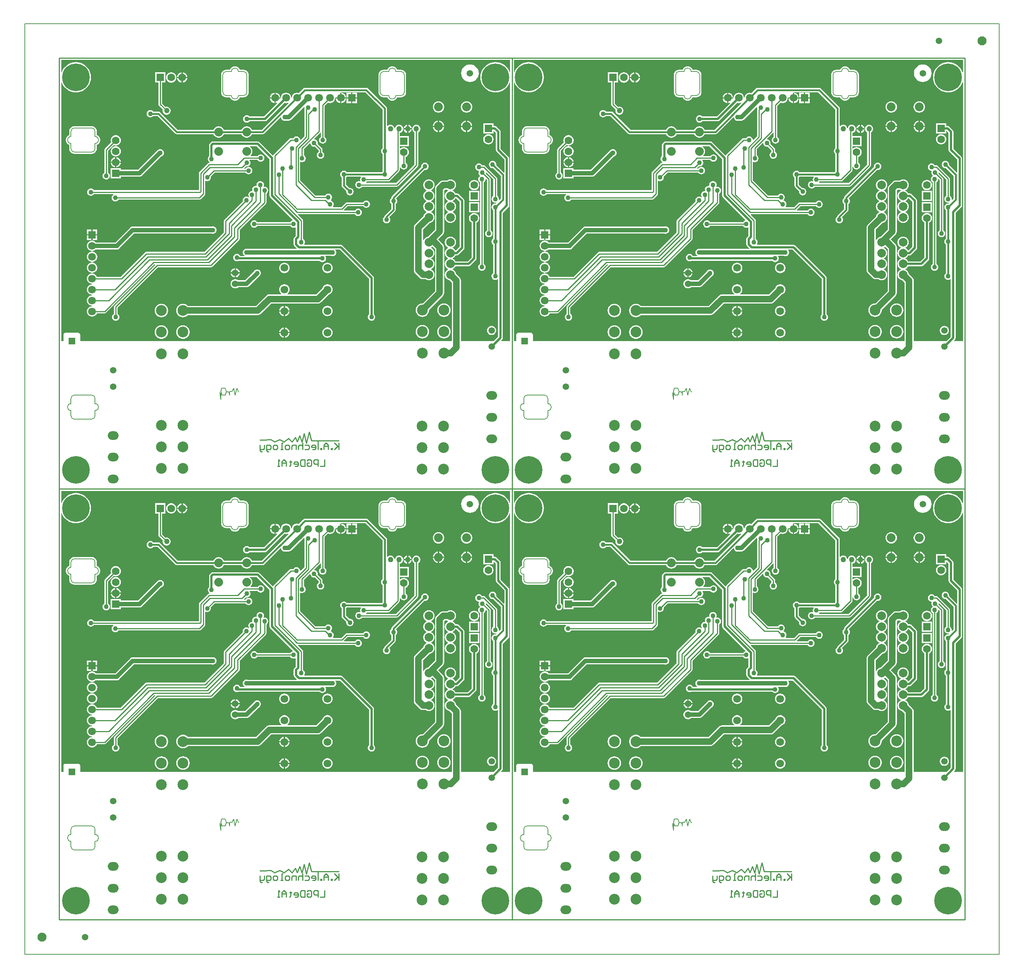
<source format=gbl>
%FSLAX25Y25*%
%MOIN*%
G70*
G01*
G75*
G04 Layer_Physical_Order=2*
G04 Layer_Color=255*
%ADD10C,0.00787*%
%ADD11C,0.01000*%
%ADD12C,0.05906*%
%ADD13R,0.05000X0.05000*%
%ADD14R,0.03543X0.03543*%
%ADD15R,0.05000X0.08000*%
%ADD16R,0.07000X0.07000*%
%ADD17R,0.13780X0.07000*%
%ADD18R,0.38400X0.48000*%
%ADD19R,0.11800X0.06300*%
%ADD20R,0.24400X0.22800*%
%ADD21R,0.07087X0.06693*%
%ADD22R,0.22047X0.09055*%
%ADD23R,0.05000X0.03600*%
%ADD24R,0.03600X0.03600*%
%ADD25R,0.05000X0.05000*%
%ADD26O,0.07600X0.02400*%
%ADD27R,0.07600X0.02400*%
%ADD28O,0.04724X0.02362*%
%ADD29R,0.04724X0.02362*%
%ADD30R,0.10000X0.10000*%
%ADD31R,0.01181X0.05512*%
%ADD32R,0.05512X0.01181*%
%ADD33R,0.07000X0.06000*%
%ADD34R,0.08661X0.05512*%
%ADD35O,0.02400X0.07600*%
%ADD36R,0.02400X0.07600*%
%ADD37R,0.03600X0.05000*%
%ADD38R,0.03600X0.03600*%
%ADD39R,0.06693X0.07087*%
%ADD40R,0.07000X0.07000*%
%ADD41R,0.03543X0.03543*%
%ADD42R,0.10000X0.10000*%
%ADD43R,0.05906X0.05906*%
%ADD44R,0.05906X0.05906*%
%ADD45C,0.00984*%
%ADD46C,0.01969*%
%ADD47C,0.05906*%
%ADD48C,0.03937*%
%ADD49C,0.01575*%
%ADD50C,0.00800*%
%ADD51C,0.08268*%
%ADD52C,0.08000*%
%ADD53C,0.25197*%
%ADD54C,0.07000*%
%ADD55C,0.07087*%
%ADD56R,0.07087X0.07087*%
%ADD57O,0.09843X0.07874*%
%ADD58C,0.05906*%
%ADD59C,0.09843*%
%ADD60C,0.07874*%
%ADD61R,0.07087X0.07087*%
%ADD62C,0.05000*%
%ADD63C,0.06000*%
%ADD64C,0.04331*%
G36*
X411672Y381015D02*
X411181Y380917D01*
X410544Y382456D01*
X409411Y384306D01*
X408002Y385955D01*
X406353Y387363D01*
X404503Y388497D01*
X402500Y389327D01*
X400391Y389833D01*
X398228Y390003D01*
X396066Y389833D01*
X393957Y389327D01*
X391953Y388497D01*
X390104Y387363D01*
X388455Y385955D01*
X387046Y384306D01*
X385913Y382456D01*
X385083Y380452D01*
X384576Y378343D01*
X384406Y376181D01*
X384576Y374019D01*
X385083Y371910D01*
X385913Y369906D01*
X387046Y368057D01*
X388455Y366407D01*
X390104Y364999D01*
X391953Y363865D01*
X393957Y363035D01*
X396066Y362529D01*
X398228Y362359D01*
X400391Y362529D01*
X402500Y363035D01*
X404503Y363865D01*
X406353Y364999D01*
X408002Y366407D01*
X409411Y368057D01*
X410544Y369906D01*
X411181Y371445D01*
X411672Y371347D01*
Y135039D01*
X403539D01*
X403348Y135501D01*
X404317Y136470D01*
X404317Y136470D01*
X404317Y136470D01*
X404796Y137187D01*
X404964Y138031D01*
Y252235D01*
X410222Y257494D01*
X410701Y258210D01*
X410869Y259055D01*
Y301969D01*
X410701Y302813D01*
X410222Y303530D01*
X402995Y310757D01*
Y326378D01*
X402995Y326378D01*
X402995Y326378D01*
Y326378D01*
X402995D01*
X402995Y326378D01*
X402827Y327223D01*
X402349Y327939D01*
X399199Y331089D01*
X398483Y331567D01*
X397638Y331735D01*
X396413D01*
Y334209D01*
X387051D01*
Y324847D01*
X396413D01*
Y326976D01*
X396875Y327168D01*
X398580Y325464D01*
Y309842D01*
X398748Y308998D01*
X399226Y308281D01*
X399226Y308281D01*
X399226Y308281D01*
X406454Y301054D01*
Y289164D01*
X405992Y288973D01*
X398982Y295982D01*
X399045Y296457D01*
X398930Y297330D01*
X398592Y298144D01*
X398056Y298843D01*
X397357Y299380D01*
X396543Y299717D01*
X395669Y299832D01*
X394796Y299717D01*
X393982Y299380D01*
X393283Y298843D01*
X392746Y298144D01*
X392409Y297330D01*
X392294Y296457D01*
X392409Y295583D01*
X392746Y294769D01*
X393283Y294070D01*
X393982Y293534D01*
X394796Y293196D01*
X395669Y293081D01*
X396144Y293144D01*
X403111Y286176D01*
Y265398D01*
X401765Y264052D01*
X401316Y264273D01*
X401407Y264961D01*
X401292Y265834D01*
X400955Y266648D01*
X400418Y267347D01*
X399738Y267870D01*
Y283465D01*
X399608Y284117D01*
X399238Y284671D01*
X388608Y295301D01*
X388054Y295671D01*
X387402Y295800D01*
X385980D01*
X385458Y296481D01*
X384758Y297018D01*
X383945Y297355D01*
X383071Y297470D01*
X382197Y297355D01*
X381383Y297018D01*
X380684Y296481D01*
X380148Y295782D01*
X379811Y294968D01*
X379696Y294094D01*
X379811Y293221D01*
X380148Y292407D01*
X380684Y291708D01*
X381383Y291171D01*
X382197Y290834D01*
X382900Y290742D01*
X383118Y290365D01*
X383131Y290262D01*
X382960Y289850D01*
X382845Y288976D01*
X382960Y288103D01*
X383297Y287289D01*
X383834Y286590D01*
X384049Y286425D01*
Y285925D01*
X383440Y285458D01*
X382904Y284758D01*
X382566Y283945D01*
X382451Y283071D01*
X382566Y282197D01*
X382904Y281383D01*
X383440Y280684D01*
X384121Y280162D01*
Y205665D01*
X383440Y205143D01*
X382904Y204444D01*
X382566Y203629D01*
X382451Y202756D01*
X382566Y201882D01*
X382904Y201068D01*
X383440Y200369D01*
X384139Y199833D01*
X384953Y199496D01*
X385827Y199381D01*
X386700Y199496D01*
X387514Y199833D01*
X388213Y200369D01*
X388750Y201068D01*
X389087Y201882D01*
X389202Y202756D01*
X389087Y203629D01*
X388750Y204444D01*
X388213Y205143D01*
X387533Y205665D01*
Y280162D01*
X388213Y280684D01*
X388750Y281383D01*
X389087Y282197D01*
X389188Y282962D01*
X389661Y283123D01*
X390420Y282364D01*
Y236374D01*
X389739Y235851D01*
X389203Y235152D01*
X388866Y234338D01*
X388751Y233465D01*
X388866Y232591D01*
X389203Y231777D01*
X389739Y231078D01*
X390438Y230541D01*
X391252Y230204D01*
X392126Y230089D01*
X393000Y230204D01*
X393814Y230541D01*
X394513Y231078D01*
X395049Y231777D01*
X395386Y232591D01*
X395501Y233465D01*
X395386Y234338D01*
X395049Y235152D01*
X394513Y235851D01*
X393832Y236374D01*
Y283071D01*
X393702Y283724D01*
X393332Y284277D01*
X389484Y288126D01*
X389581Y288868D01*
X390055Y289029D01*
X396325Y282758D01*
Y267870D01*
X395645Y267347D01*
X395108Y266648D01*
X394771Y265834D01*
X394656Y264961D01*
X394771Y264087D01*
X395108Y263273D01*
X395645Y262574D01*
X396344Y262037D01*
X397158Y261700D01*
X398031Y261585D01*
X398719Y261676D01*
X398940Y261227D01*
X398506Y260793D01*
X398031Y260856D01*
X397158Y260741D01*
X396344Y260403D01*
X395645Y259867D01*
X395108Y259168D01*
X394771Y258354D01*
X394656Y257480D01*
X394771Y256607D01*
X395108Y255793D01*
X395645Y255094D01*
X396024Y254802D01*
Y228662D01*
X395645Y228371D01*
X395108Y227672D01*
X394771Y226858D01*
X394656Y225984D01*
X394771Y225111D01*
X395108Y224297D01*
X395645Y223598D01*
X396024Y223306D01*
Y197166D01*
X395645Y196875D01*
X395108Y196176D01*
X394771Y195362D01*
X394656Y194488D01*
X394771Y193615D01*
X395108Y192800D01*
X395645Y192102D01*
X396344Y191565D01*
X397158Y191228D01*
X398031Y191113D01*
X398905Y191228D01*
X399719Y191565D01*
X400100Y191857D01*
X400548Y191636D01*
Y138946D01*
X396641Y135039D01*
X366768D01*
Y190354D01*
X366768Y190354D01*
X366626Y191434D01*
X366209Y192439D01*
X365547Y193303D01*
X365547Y193303D01*
X362138Y196712D01*
X362073Y197202D01*
X361557Y198447D01*
X360737Y199516D01*
X359668Y200337D01*
X359184Y200537D01*
Y201037D01*
X359668Y201238D01*
X360737Y202058D01*
X361557Y203128D01*
X361712Y203501D01*
X373819D01*
X374664Y203669D01*
X375380Y204148D01*
X375380Y204148D01*
X375380Y204148D01*
X380301Y209069D01*
X380780Y209785D01*
X380948Y210630D01*
Y243328D01*
X381101Y243391D01*
X382079Y244142D01*
X382829Y245120D01*
X383301Y246258D01*
X383462Y247480D01*
X383301Y248702D01*
X382829Y249841D01*
X382079Y250819D01*
X381101Y251569D01*
X379962Y252041D01*
X378740Y252202D01*
X377518Y252041D01*
X376379Y251569D01*
X375401Y250819D01*
X374651Y249841D01*
X374180Y248702D01*
X374019Y247480D01*
X374180Y246258D01*
X374651Y245120D01*
X375401Y244142D01*
X376379Y243391D01*
X376532Y243328D01*
Y211544D01*
X372904Y207916D01*
X361712D01*
X361557Y208290D01*
X360737Y209359D01*
X359668Y210179D01*
X359184Y210380D01*
Y210880D01*
X359668Y211081D01*
X360737Y211901D01*
X361557Y212970D01*
X361712Y213343D01*
X362795D01*
X363640Y213511D01*
X364356Y213990D01*
X364356Y213990D01*
X364356Y213990D01*
X369278Y218911D01*
X369278Y218911D01*
X369278Y218911D01*
X369756Y219628D01*
X369924Y220472D01*
Y263386D01*
X369756Y264231D01*
X369278Y264947D01*
X364750Y269475D01*
X364034Y269953D01*
X363189Y270121D01*
X361712D01*
X361557Y270495D01*
X360737Y271564D01*
X359668Y272384D01*
X359184Y272585D01*
Y273085D01*
X359668Y273285D01*
X360737Y274106D01*
X361557Y275175D01*
X362073Y276420D01*
X362249Y277756D01*
X362073Y279092D01*
X361557Y280337D01*
X360737Y281406D01*
X359668Y282227D01*
X358423Y282742D01*
X357087Y282918D01*
X355750Y282742D01*
X354505Y282227D01*
X354113Y281925D01*
X350590D01*
X349511Y281783D01*
X348800Y281489D01*
X348506Y281367D01*
X348131Y281079D01*
X347642Y280704D01*
X347642Y280704D01*
X344296Y277358D01*
X343633Y276494D01*
X343217Y275489D01*
X343075Y274410D01*
X343075Y274409D01*
Y236963D01*
X337111Y230999D01*
X336700Y230464D01*
X336066Y230380D01*
X334820Y229864D01*
X333751Y229044D01*
X332931Y227975D01*
X332613Y227206D01*
X332122Y227304D01*
Y237052D01*
X338247Y243177D01*
X338738Y243242D01*
X339983Y243758D01*
X341052Y244578D01*
X341872Y245647D01*
X342388Y246892D01*
X342564Y248228D01*
X342388Y249564D01*
X341872Y250810D01*
X341052Y251879D01*
X339983Y252699D01*
X339498Y252900D01*
Y253400D01*
X339983Y253600D01*
X341052Y254421D01*
X341872Y255490D01*
X342388Y256735D01*
X342564Y258071D01*
X342388Y259407D01*
X341872Y260652D01*
X341052Y261721D01*
X339983Y262542D01*
X339498Y262742D01*
Y263242D01*
X339983Y263443D01*
X341052Y264263D01*
X341872Y265332D01*
X342388Y266577D01*
X342564Y267913D01*
X342388Y269250D01*
X341872Y270495D01*
X341052Y271564D01*
X339983Y272384D01*
X339498Y272585D01*
Y273085D01*
X339983Y273285D01*
X341052Y274106D01*
X341872Y275175D01*
X342388Y276420D01*
X342564Y277756D01*
X342388Y279092D01*
X341872Y280337D01*
X341052Y281406D01*
X339983Y282227D01*
X338738Y282742D01*
X337402Y282918D01*
X336066Y282742D01*
X334820Y282227D01*
X333751Y281406D01*
X332931Y280337D01*
X332415Y279092D01*
X332239Y277756D01*
X332415Y276420D01*
X332931Y275175D01*
X333751Y274106D01*
X334820Y273285D01*
X335305Y273085D01*
Y272585D01*
X334820Y272384D01*
X333751Y271564D01*
X332931Y270495D01*
X332415Y269250D01*
X332239Y267913D01*
X332415Y266577D01*
X332931Y265332D01*
X333751Y264263D01*
X334820Y263443D01*
X335305Y263242D01*
Y262742D01*
X334820Y262542D01*
X333751Y261721D01*
X332931Y260652D01*
X332415Y259407D01*
X332239Y258071D01*
X332415Y256735D01*
X332931Y255490D01*
X333751Y254421D01*
X334820Y253600D01*
X335305Y253400D01*
Y252900D01*
X334820Y252699D01*
X333751Y251879D01*
X332931Y250810D01*
X332415Y249564D01*
X332351Y249074D01*
X325004Y241728D01*
X324342Y240864D01*
X323925Y239859D01*
X323783Y238779D01*
X323783Y238779D01*
Y200000D01*
X323783Y200000D01*
X323925Y198921D01*
X324342Y197915D01*
X325004Y197052D01*
X329138Y192918D01*
X329138Y192918D01*
X330002Y192255D01*
D01*
D01*
Y192255D01*
X330002Y192255D01*
D01*
D01*
X330002D01*
Y192255D01*
D01*
X330002D01*
Y192255D01*
X331008Y191839D01*
X332087Y191697D01*
X332087Y191697D01*
X334428D01*
X334820Y191395D01*
X336066Y190880D01*
X337402Y190704D01*
X338738Y190880D01*
X339983Y191395D01*
X341052Y192216D01*
X341872Y193285D01*
X342388Y194530D01*
X342564Y195866D01*
X342388Y197202D01*
X341872Y198447D01*
X341052Y199516D01*
X339983Y200337D01*
X339498Y200537D01*
Y201037D01*
X339983Y201238D01*
X341052Y202058D01*
X341872Y203128D01*
X342388Y204373D01*
X342564Y205709D01*
X342388Y207045D01*
X341872Y208290D01*
X341052Y209359D01*
X339983Y210179D01*
X339498Y210380D01*
Y210880D01*
X339983Y211081D01*
X341052Y211901D01*
X341872Y212970D01*
X342388Y214215D01*
X342564Y215551D01*
X342388Y216887D01*
X341872Y218132D01*
X341052Y219201D01*
X339983Y220022D01*
X339498Y220222D01*
Y220722D01*
X339983Y220923D01*
X340723Y221491D01*
X343075Y219139D01*
Y180861D01*
X331710Y169497D01*
X331496Y169518D01*
X330300Y169400D01*
X329150Y169051D01*
X328089Y168484D01*
X327160Y167722D01*
X326398Y166793D01*
X325831Y165732D01*
X325482Y164582D01*
X325364Y163386D01*
X325482Y162190D01*
X325831Y161039D01*
X326398Y159979D01*
X327160Y159050D01*
X328089Y158287D01*
X329150Y157721D01*
X330300Y157372D01*
X331496Y157254D01*
X332692Y157372D01*
X333843Y157721D01*
X334903Y158287D01*
X335832Y159050D01*
X336595Y159979D01*
X337161Y161039D01*
X337510Y162190D01*
X337628Y163386D01*
X337607Y163600D01*
X350192Y176186D01*
X350192Y176186D01*
X350855Y177049D01*
X351272Y178055D01*
X351414Y179134D01*
Y220866D01*
X351414Y220866D01*
X351272Y221945D01*
X350855Y222951D01*
X350192Y223814D01*
X345956Y228051D01*
X350192Y232288D01*
X350855Y233152D01*
X351272Y234157D01*
X351414Y235236D01*
X351414Y235236D01*
Y272682D01*
X352318Y273586D01*
X354113D01*
X354505Y273285D01*
X354990Y273085D01*
Y272585D01*
X354505Y272384D01*
X353436Y271564D01*
X352616Y270495D01*
X352100Y269250D01*
X351924Y267913D01*
X352100Y266577D01*
X352616Y265332D01*
X353436Y264263D01*
X354505Y263443D01*
X354990Y263242D01*
Y262742D01*
X354505Y262542D01*
X353436Y261721D01*
X352616Y260652D01*
X352100Y259407D01*
X351924Y258071D01*
X352100Y256735D01*
X352616Y255490D01*
X353436Y254421D01*
X354505Y253600D01*
X354990Y253400D01*
Y252900D01*
X354505Y252699D01*
X353436Y251879D01*
X352616Y250810D01*
X352100Y249564D01*
X351924Y248228D01*
X352100Y246892D01*
X352616Y245647D01*
X353436Y244578D01*
X354505Y243758D01*
X355750Y243242D01*
X357087Y243066D01*
X358423Y243242D01*
X359668Y243758D01*
X360737Y244578D01*
X361557Y245647D01*
X362073Y246892D01*
X362249Y248228D01*
X362073Y249564D01*
X361557Y250810D01*
X360737Y251879D01*
X359668Y252699D01*
X359184Y252900D01*
Y253400D01*
X359668Y253600D01*
X360737Y254421D01*
X361557Y255490D01*
X362073Y256735D01*
X362249Y258071D01*
X362073Y259407D01*
X361557Y260652D01*
X360737Y261721D01*
X359668Y262542D01*
X359184Y262742D01*
Y263242D01*
X359668Y263443D01*
X360737Y264263D01*
X361557Y265332D01*
X361712Y265706D01*
X362275D01*
X365509Y262471D01*
Y221387D01*
X362080Y217958D01*
X361589Y218055D01*
X361557Y218132D01*
X360737Y219201D01*
X359668Y220022D01*
X359184Y220222D01*
Y220722D01*
X359668Y220923D01*
X360737Y221743D01*
X361557Y222813D01*
X362073Y224058D01*
X362249Y225394D01*
X362073Y226730D01*
X361557Y227975D01*
X360737Y229044D01*
X359668Y229864D01*
X358423Y230380D01*
X357087Y230556D01*
X355750Y230380D01*
X354505Y229864D01*
X353436Y229044D01*
X352616Y227975D01*
X352100Y226730D01*
X351924Y225394D01*
X352100Y224058D01*
X352616Y222813D01*
X353436Y221743D01*
X354505Y220923D01*
X354990Y220722D01*
Y220222D01*
X354505Y220022D01*
X353436Y219201D01*
X352616Y218132D01*
X352100Y216887D01*
X351924Y215551D01*
X352100Y214215D01*
X352616Y212970D01*
X353436Y211901D01*
X354505Y211081D01*
X354990Y210880D01*
Y210380D01*
X354505Y210179D01*
X353436Y209359D01*
X352616Y208290D01*
X352100Y207045D01*
X351924Y205709D01*
X352100Y204373D01*
X352616Y203128D01*
X353436Y202058D01*
X354505Y201238D01*
X354990Y201037D01*
Y200537D01*
X354505Y200337D01*
X353436Y199516D01*
X352616Y198447D01*
X352100Y197202D01*
X351924Y195866D01*
X352100Y194530D01*
X352616Y193285D01*
X353436Y192216D01*
X354505Y191395D01*
X355750Y190880D01*
X356241Y190815D01*
X358429Y188627D01*
Y135039D01*
X19037D01*
Y140945D01*
X18906Y141601D01*
X18535Y142157D01*
X17979Y142528D01*
X17323Y142659D01*
X5512D01*
X4856Y142528D01*
X4300Y142157D01*
X3928Y141601D01*
X3798Y140945D01*
Y135039D01*
X1714D01*
Y371347D01*
X2204Y371445D01*
X2842Y369906D01*
X3975Y368057D01*
X5384Y366407D01*
X7033Y364999D01*
X8882Y363865D01*
X10886Y363035D01*
X12995Y362529D01*
X15157Y362359D01*
X17320Y362529D01*
X19429Y363035D01*
X21433Y363865D01*
X23282Y364999D01*
X24931Y366407D01*
X26340Y368057D01*
X27473Y369906D01*
X28303Y371910D01*
X28809Y374019D01*
X28980Y376181D01*
X28809Y378343D01*
X28303Y380452D01*
X27473Y382456D01*
X26340Y384306D01*
X24931Y385955D01*
X23282Y387363D01*
X21433Y388497D01*
X19429Y389327D01*
X17320Y389833D01*
X15157Y390003D01*
X12995Y389833D01*
X10886Y389327D01*
X8882Y388497D01*
X7033Y387363D01*
X5384Y385955D01*
X3975Y384306D01*
X2842Y382456D01*
X2204Y380917D01*
X1714Y381015D01*
Y391987D01*
X411672D01*
Y381015D01*
D02*
G37*
%LPC*%
G36*
X34646Y231653D02*
X30512D01*
Y227520D01*
X34646D01*
Y231653D01*
D02*
G37*
G36*
X29331D02*
X25197D01*
Y227520D01*
X29331D01*
Y231653D01*
D02*
G37*
G36*
Y236968D02*
X25197D01*
Y232835D01*
X29331D01*
Y236968D01*
D02*
G37*
G36*
X34646D02*
X30512D01*
Y232835D01*
X34646D01*
Y236968D01*
D02*
G37*
G36*
X161221Y201659D02*
Y198110D01*
X164769D01*
X164703Y198611D01*
X164282Y199628D01*
X163612Y200502D01*
X162739Y201172D01*
X161721Y201593D01*
X161221Y201659D01*
D02*
G37*
G36*
X205512Y206734D02*
X204278Y206571D01*
X203129Y206095D01*
X202142Y205338D01*
X201385Y204351D01*
X200909Y203202D01*
X200747Y201969D01*
X200909Y200735D01*
X201385Y199586D01*
X202142Y198599D01*
X203129Y197842D01*
X204278Y197366D01*
X205512Y197203D01*
X206745Y197366D01*
X207894Y197842D01*
X208881Y198599D01*
X209639Y199586D01*
X210115Y200735D01*
X210277Y201969D01*
X210115Y203202D01*
X209639Y204351D01*
X208881Y205338D01*
X207894Y206095D01*
X206745Y206571D01*
X205512Y206734D01*
D02*
G37*
G36*
X164769Y196929D02*
X161221D01*
Y193380D01*
X161721Y193446D01*
X162739Y193868D01*
X163612Y194538D01*
X164282Y195411D01*
X164703Y196428D01*
X164769Y196929D01*
D02*
G37*
G36*
X160039Y201659D02*
X159538Y201593D01*
X158521Y201172D01*
X157648Y200502D01*
X156978Y199628D01*
X156556Y198611D01*
X156491Y198110D01*
X160039D01*
Y201659D01*
D02*
G37*
G36*
X244882Y206734D02*
X243649Y206571D01*
X242499Y206095D01*
X241512Y205338D01*
X240755Y204351D01*
X240279Y203202D01*
X240117Y201969D01*
X240279Y200735D01*
X240755Y199586D01*
X241512Y198599D01*
X242499Y197842D01*
X243649Y197366D01*
X244882Y197203D01*
X246115Y197366D01*
X247265Y197842D01*
X248251Y198599D01*
X249009Y199586D01*
X249485Y200735D01*
X249647Y201969D01*
X249485Y203202D01*
X249009Y204351D01*
X248251Y205338D01*
X247265Y206095D01*
X246115Y206571D01*
X244882Y206734D01*
D02*
G37*
G36*
X140157Y239989D02*
X139284Y239875D01*
X139082Y239791D01*
X66929D01*
X66107Y239683D01*
X65341Y239365D01*
X64683Y238861D01*
X51046Y225224D01*
X33590D01*
X33291Y225614D01*
X32304Y226371D01*
X31155Y226847D01*
X29921Y227009D01*
X28688Y226847D01*
X27539Y226371D01*
X26552Y225614D01*
X25795Y224627D01*
X25319Y223477D01*
X25156Y222244D01*
X25319Y221011D01*
X25795Y219862D01*
X26552Y218875D01*
X27539Y218117D01*
X28688Y217641D01*
X29806Y217494D01*
Y216994D01*
X28688Y216847D01*
X27539Y216371D01*
X26552Y215614D01*
X25795Y214627D01*
X25319Y213477D01*
X25156Y212244D01*
X25319Y211011D01*
X25795Y209861D01*
X26552Y208875D01*
X27539Y208117D01*
X28688Y207641D01*
X29806Y207494D01*
Y206994D01*
X28688Y206847D01*
X27539Y206371D01*
X26552Y205614D01*
X25795Y204627D01*
X25319Y203477D01*
X25156Y202244D01*
X25319Y201011D01*
X25795Y199862D01*
X26552Y198875D01*
X27539Y198117D01*
X28688Y197641D01*
X29921Y197479D01*
X31155Y197641D01*
X32304Y198117D01*
X33291Y198875D01*
X34048Y199862D01*
X34524Y201011D01*
X34686Y202244D01*
X34524Y203477D01*
X34048Y204627D01*
X33291Y205614D01*
X32304Y206371D01*
X31155Y206847D01*
X30037Y206994D01*
Y207494D01*
X31155Y207641D01*
X32304Y208117D01*
X33291Y208875D01*
X34048Y209861D01*
X34524Y211011D01*
X34686Y212244D01*
X34524Y213477D01*
X34048Y214627D01*
X33291Y215614D01*
X32304Y216371D01*
X31155Y216847D01*
X30037Y216994D01*
Y217494D01*
X31155Y217641D01*
X32304Y218117D01*
X33285Y218870D01*
X51287D01*
X51489Y218787D01*
X52362Y218672D01*
X53236Y218787D01*
X54050Y219124D01*
X54749Y219660D01*
X55285Y220360D01*
X55369Y220561D01*
X68245Y233437D01*
X139082D01*
X139284Y233354D01*
X140157Y233239D01*
X141031Y233354D01*
X141845Y233691D01*
X142544Y234227D01*
X143081Y234927D01*
X143418Y235741D01*
X143533Y236614D01*
X143418Y237488D01*
X143081Y238302D01*
X142544Y239001D01*
X141845Y239537D01*
X141031Y239875D01*
X140157Y239989D01*
D02*
G37*
G36*
X50984Y297992D02*
X46931D01*
X47014Y297361D01*
X47486Y296222D01*
X48236Y295244D01*
X49214Y294494D01*
X50353Y294022D01*
X50984Y293939D01*
Y297992D01*
D02*
G37*
G36*
X92126Y310462D02*
X91252Y310347D01*
X90438Y310010D01*
X90297Y309901D01*
X90144Y309838D01*
X89486Y309333D01*
X71912Y291759D01*
X56256D01*
Y293264D01*
X46894D01*
Y283902D01*
X56256D01*
Y285406D01*
X73228D01*
X74050Y285514D01*
X74817Y285831D01*
X75475Y286336D01*
X92959Y303821D01*
X93000Y303826D01*
X93814Y304164D01*
X94513Y304700D01*
X95049Y305399D01*
X95386Y306213D01*
X95501Y307087D01*
X95386Y307960D01*
X95049Y308774D01*
X94513Y309473D01*
X93814Y310010D01*
X93000Y310347D01*
X92126Y310462D01*
D02*
G37*
G36*
X280315Y366574D02*
X224275D01*
X223507Y366421D01*
X222856Y365986D01*
X218620Y361750D01*
X218245Y361906D01*
X217011Y362068D01*
X215778Y361906D01*
X214629Y361430D01*
X213642Y360673D01*
X212885Y359686D01*
X212409Y358537D01*
X212262Y357418D01*
X211761D01*
X211614Y358537D01*
X211138Y359686D01*
X210381Y360673D01*
X209394Y361430D01*
X208245Y361906D01*
X207012Y362068D01*
X205778Y361906D01*
X204629Y361430D01*
X203642Y360673D01*
X202885Y359686D01*
X202409Y358537D01*
X202261Y357418D01*
X201762D01*
X201777Y357303D01*
X201699Y356713D01*
X197602D01*
Y352616D01*
X198245Y352700D01*
X198839Y352946D01*
X199117Y352531D01*
X186983Y340397D01*
X173784D01*
X173647Y340576D01*
X172948Y341112D01*
X172133Y341449D01*
X171260Y341564D01*
X170386Y341449D01*
X169572Y341112D01*
X168873Y340576D01*
X168337Y339877D01*
X167999Y339063D01*
X167885Y338189D01*
X167999Y337315D01*
X168337Y336501D01*
X168873Y335802D01*
X169572Y335266D01*
X170386Y334929D01*
X171260Y334814D01*
X172133Y334929D01*
X172948Y335266D01*
X173647Y335802D01*
X173784Y335981D01*
X187897D01*
X188742Y336149D01*
X189459Y336628D01*
X189459Y336628D01*
X189459Y336628D01*
X205603Y352773D01*
X205778Y352700D01*
X207012Y352538D01*
X208245Y352700D01*
X208880Y352964D01*
X209158Y352548D01*
X184799Y328188D01*
X175840D01*
X175589Y328794D01*
X174758Y329876D01*
X173676Y330707D01*
X172415Y331229D01*
X171063Y331407D01*
X169710Y331229D01*
X168450Y330707D01*
X167368Y329876D01*
X166537Y328794D01*
X166286Y328188D01*
X150249D01*
X149998Y328794D01*
X149168Y329876D01*
X148085Y330707D01*
X146825Y331229D01*
X145472Y331407D01*
X144120Y331229D01*
X142859Y330707D01*
X141777Y329876D01*
X140947Y328794D01*
X140696Y328188D01*
X108115D01*
X91970Y344333D01*
X91319Y344768D01*
X90551Y344920D01*
X85749D01*
X85458Y345300D01*
X84759Y345836D01*
X83944Y346174D01*
X83071Y346289D01*
X82197Y346174D01*
X81383Y345836D01*
X80684Y345300D01*
X80148Y344601D01*
X79811Y343787D01*
X79695Y342913D01*
X79811Y342040D01*
X80148Y341226D01*
X80684Y340527D01*
X81383Y339990D01*
X82197Y339653D01*
X83071Y339538D01*
X83944Y339653D01*
X84759Y339990D01*
X85458Y340527D01*
X85749Y340906D01*
X89720D01*
X105864Y324762D01*
X106515Y324327D01*
X107283Y324174D01*
X140696D01*
X140947Y323568D01*
X141777Y322486D01*
X142859Y321655D01*
X144120Y321133D01*
X145472Y320955D01*
X146825Y321133D01*
X148085Y321655D01*
X149168Y322486D01*
X149998Y323568D01*
X150249Y324174D01*
X166286D01*
X166537Y323568D01*
X167368Y322486D01*
X168450Y321655D01*
X169710Y321133D01*
X171063Y320955D01*
X172415Y321133D01*
X173676Y321655D01*
X174758Y322486D01*
X175589Y323568D01*
X175840Y324174D01*
X185630D01*
X186398Y324327D01*
X187049Y324762D01*
X202075Y339788D01*
X202548Y339627D01*
X202645Y338890D01*
X202982Y338076D01*
X203519Y337377D01*
X204218Y336841D01*
X205032Y336504D01*
X205906Y336388D01*
X206779Y336504D01*
X206981Y336587D01*
X209472D01*
X210294Y336695D01*
X211061Y337013D01*
X211719Y337517D01*
X223416Y349216D01*
X223865Y348994D01*
X223790Y348425D01*
X223905Y347552D01*
X223985Y347358D01*
X223885Y346850D01*
Y322360D01*
X220370Y318846D01*
X219897Y319006D01*
X219796Y319771D01*
X219459Y320585D01*
X218922Y321284D01*
X218223Y321821D01*
X217409Y322158D01*
X216535Y322273D01*
X215662Y322158D01*
X214848Y321821D01*
X214149Y321284D01*
X213626Y320604D01*
X211417D01*
X210764Y320474D01*
X210543Y320326D01*
X210211Y320104D01*
X195644Y305537D01*
X195274Y304984D01*
X195265Y304938D01*
X194787Y304792D01*
X182664Y316915D01*
X181947Y317394D01*
X181102Y317562D01*
X140157D01*
X139313Y317394D01*
X138596Y316915D01*
X137415Y315734D01*
X136937Y315018D01*
X136769Y314173D01*
Y304099D01*
X136590Y303961D01*
X136053Y303262D01*
X135716Y302448D01*
X135601Y301575D01*
X135716Y300701D01*
X136053Y299887D01*
X136590Y299188D01*
X137289Y298652D01*
X137086Y298163D01*
X137008D01*
X136355Y298033D01*
X136133Y297885D01*
X135801Y297663D01*
X127927Y289789D01*
X127558Y289235D01*
X127428Y288583D01*
Y272966D01*
X31649D01*
X31127Y273647D01*
X30428Y274183D01*
X29614Y274520D01*
X28740Y274635D01*
X27867Y274520D01*
X27053Y274183D01*
X26353Y273647D01*
X25817Y272948D01*
X25480Y272133D01*
X25365Y271260D01*
X25480Y270386D01*
X25817Y269572D01*
X26353Y268873D01*
X27053Y268337D01*
X27867Y268000D01*
X28740Y267884D01*
X29614Y268000D01*
X30428Y268337D01*
X31127Y268873D01*
X31649Y269554D01*
X49291D01*
X49493Y269065D01*
X48794Y268529D01*
X48258Y267829D01*
X47921Y267015D01*
X47806Y266142D01*
X47921Y265268D01*
X48258Y264454D01*
X48794Y263755D01*
X49493Y263219D01*
X50308Y262881D01*
X51181Y262766D01*
X52055Y262881D01*
X52869Y263219D01*
X53568Y263755D01*
X54090Y264436D01*
X127953D01*
X128606Y264566D01*
X129159Y264935D01*
X129159Y264935D01*
X129159Y264935D01*
X132702Y268479D01*
X133072Y269032D01*
X133072Y269032D01*
X133072Y269032D01*
X133202Y269685D01*
Y281334D01*
X133618Y281612D01*
X134166Y281385D01*
X135039Y281270D01*
X135913Y281385D01*
X136727Y281723D01*
X137426Y282259D01*
X137962Y282958D01*
X138300Y283772D01*
X138415Y284646D01*
X138303Y285496D01*
X142045Y289239D01*
X169926D01*
X170448Y288558D01*
X171147Y288022D01*
X171961Y287685D01*
X172835Y287569D01*
X173708Y287685D01*
X174522Y288022D01*
X175221Y288558D01*
X175758Y289257D01*
X176095Y290071D01*
X176210Y290945D01*
X176095Y291818D01*
X175758Y292633D01*
X175221Y293332D01*
X174522Y293868D01*
X173708Y294205D01*
X172835Y294320D01*
X171961Y294205D01*
X171147Y293868D01*
X170448Y293332D01*
X169926Y292651D01*
X168945D01*
X168754Y293113D01*
X170409Y294768D01*
X171260Y294656D01*
X172133Y294771D01*
X172948Y295108D01*
X173647Y295645D01*
X174183Y296344D01*
X174520Y297158D01*
X174635Y298031D01*
X174520Y298905D01*
X174183Y299719D01*
X173647Y300418D01*
X173727Y300656D01*
X180949D01*
X181472Y299975D01*
X182171Y299439D01*
X182985Y299102D01*
X183858Y298987D01*
X184732Y299102D01*
X185546Y299439D01*
X186245Y299975D01*
X186781Y300675D01*
X187119Y301489D01*
X187234Y302362D01*
X187119Y303236D01*
X186781Y304050D01*
X186245Y304749D01*
X185546Y305285D01*
X184732Y305623D01*
X183858Y305737D01*
X182985Y305623D01*
X182171Y305285D01*
X181472Y304749D01*
X180949Y304068D01*
X174622D01*
X174461Y304542D01*
X174758Y304769D01*
X175589Y305852D01*
X176111Y307112D01*
X176289Y308465D01*
X176111Y309817D01*
X175589Y311077D01*
X174758Y312160D01*
X173676Y312990D01*
X173707Y313147D01*
X180188D01*
X191887Y301448D01*
Y268110D01*
X192055Y267265D01*
X192533Y266549D01*
X213266Y245816D01*
X213106Y245342D01*
X212825Y245306D01*
X212011Y244968D01*
X211312Y244432D01*
X210790Y243751D01*
X180902D01*
X180876Y243814D01*
X180340Y244513D01*
X179640Y245049D01*
X178826Y245386D01*
X177953Y245501D01*
X177079Y245386D01*
X176265Y245049D01*
X175566Y244513D01*
X175030Y243814D01*
X174692Y243000D01*
X174577Y242126D01*
X174692Y241252D01*
X175030Y240438D01*
X175566Y239739D01*
X176265Y239203D01*
X177079Y238866D01*
X177953Y238751D01*
X178826Y238866D01*
X179640Y239203D01*
X180340Y239739D01*
X180800Y240339D01*
X210790D01*
X211312Y239659D01*
X212011Y239122D01*
X212825Y238785D01*
X213699Y238670D01*
X214572Y238785D01*
X215387Y239122D01*
X215454Y239174D01*
X215902Y238953D01*
Y231229D01*
X214581Y229908D01*
X214102Y229191D01*
X213934Y228346D01*
Y223622D01*
X214102Y222777D01*
X214581Y222061D01*
X216861Y219780D01*
X216670Y219319D01*
X171941D01*
X171740Y219402D01*
X170866Y219517D01*
X169992Y219402D01*
X169178Y219065D01*
X168479Y218529D01*
X167943Y217829D01*
X167606Y217015D01*
X167491Y216142D01*
X167606Y215268D01*
X167943Y214454D01*
X168479Y213755D01*
X169058Y213311D01*
X168897Y212838D01*
X165239D01*
X165128Y213105D01*
X164591Y213804D01*
X163892Y214340D01*
X163078Y214678D01*
X162205Y214793D01*
X161331Y214678D01*
X160517Y214340D01*
X159818Y213804D01*
X159282Y213105D01*
X158944Y212291D01*
X158829Y211417D01*
X158944Y210544D01*
X159282Y209730D01*
X159818Y209031D01*
X160517Y208494D01*
X161331Y208157D01*
X162205Y208042D01*
X163078Y208157D01*
X163718Y208422D01*
X237633D01*
X237771Y208243D01*
X238470Y207707D01*
X239284Y207370D01*
X240158Y207255D01*
X241031Y207370D01*
X241845Y207707D01*
X242544Y208243D01*
X243081Y208942D01*
X243418Y209756D01*
X243533Y210630D01*
X243418Y211504D01*
X243081Y212318D01*
X242928Y212516D01*
X243149Y212965D01*
X248531D01*
X248733Y212881D01*
X249606Y212766D01*
X250480Y212881D01*
X251294Y213219D01*
X251993Y213755D01*
X252529Y214454D01*
X252867Y215268D01*
X252982Y216142D01*
X252867Y217015D01*
X252529Y217829D01*
X251993Y218528D01*
X252037Y218658D01*
X256172D01*
X282832Y191999D01*
Y159611D01*
X282653Y159473D01*
X282116Y158774D01*
X281779Y157960D01*
X281664Y157087D01*
X281779Y156213D01*
X282116Y155399D01*
X282653Y154700D01*
X283352Y154164D01*
X284166Y153826D01*
X285039Y153711D01*
X285913Y153826D01*
X286727Y154164D01*
X287426Y154700D01*
X287963Y155399D01*
X288300Y156213D01*
X288415Y157087D01*
X288300Y157960D01*
X287963Y158774D01*
X287426Y159473D01*
X287247Y159611D01*
Y192913D01*
X287079Y193758D01*
X286600Y194474D01*
X258648Y222427D01*
X257931Y222906D01*
X257087Y223074D01*
X223718D01*
X223497Y223522D01*
X223789Y223903D01*
X224127Y224717D01*
X224241Y225590D01*
X224127Y226464D01*
X223789Y227278D01*
X223253Y227977D01*
X222572Y228500D01*
Y245276D01*
X222442Y245929D01*
X222073Y246482D01*
X217966Y250588D01*
X218158Y251050D01*
X269926D01*
X270448Y250369D01*
X271147Y249833D01*
X271961Y249496D01*
X272835Y249381D01*
X273708Y249496D01*
X274522Y249833D01*
X275221Y250369D01*
X275758Y251068D01*
X276095Y251882D01*
X276210Y252756D01*
X276095Y253629D01*
X275758Y254444D01*
X275221Y255143D01*
X274522Y255679D01*
X273708Y256016D01*
X272835Y256131D01*
X271961Y256016D01*
X271147Y255679D01*
X270448Y255143D01*
X269926Y254462D01*
X259890D01*
X259699Y254924D01*
X263305Y258530D01*
X277406D01*
X277928Y257850D01*
X278627Y257313D01*
X279441Y256976D01*
X280315Y256861D01*
X281189Y256976D01*
X282003Y257313D01*
X282702Y257850D01*
X283238Y258549D01*
X283575Y259363D01*
X283690Y260236D01*
X283575Y261110D01*
X283238Y261924D01*
X282702Y262623D01*
X282003Y263159D01*
X281189Y263496D01*
X280315Y263612D01*
X279441Y263496D01*
X278627Y263159D01*
X277928Y262623D01*
X277406Y261942D01*
X262598D01*
X261946Y261812D01*
X261392Y261442D01*
X257561Y257611D01*
X250013D01*
X249792Y258060D01*
X250167Y258549D01*
X250504Y259363D01*
X250619Y260236D01*
X250504Y261110D01*
X250167Y261924D01*
X249631Y262623D01*
X248932Y263159D01*
X248118Y263496D01*
X247359Y263596D01*
X247357Y263612D01*
X248056Y264149D01*
X248592Y264848D01*
X248930Y265662D01*
X249045Y266535D01*
X248930Y267409D01*
X248592Y268223D01*
X248056Y268922D01*
X247357Y269459D01*
X246543Y269796D01*
X245669Y269911D01*
X244796Y269796D01*
X243982Y269459D01*
X243283Y268922D01*
X242760Y268241D01*
X233777D01*
X219816Y282203D01*
Y298657D01*
X220232Y298935D01*
X220780Y298708D01*
X221654Y298593D01*
X222527Y298708D01*
X223341Y299045D01*
X224040Y299582D01*
X224577Y300281D01*
X224914Y301095D01*
X225029Y301969D01*
X224914Y302842D01*
X224577Y303656D01*
X224040Y304355D01*
X223359Y304878D01*
Y310711D01*
X228843Y316194D01*
X229316Y316033D01*
X229417Y315268D01*
X229754Y314454D01*
X230290Y313755D01*
X230990Y313219D01*
X231804Y312881D01*
X232677Y312766D01*
X233528Y312878D01*
X236877Y309530D01*
Y308027D01*
X236196Y307505D01*
X235660Y306806D01*
X235322Y305992D01*
X235207Y305118D01*
X235322Y304244D01*
X235660Y303430D01*
X236196Y302731D01*
X236895Y302195D01*
X237709Y301858D01*
X238583Y301743D01*
X239456Y301858D01*
X240270Y302195D01*
X240969Y302731D01*
X241506Y303430D01*
X241843Y304244D01*
X241958Y305118D01*
X241843Y305992D01*
X241506Y306806D01*
X240969Y307505D01*
X240289Y308027D01*
Y310236D01*
X240159Y310889D01*
X239789Y311442D01*
X235941Y315291D01*
X236052Y316142D01*
X235938Y317015D01*
X235600Y317829D01*
X235064Y318529D01*
X234365Y319065D01*
X233551Y319402D01*
X232677Y319517D01*
X232508Y319860D01*
X238218Y325569D01*
X238367Y325792D01*
X238845Y325647D01*
Y321807D01*
X238164Y321284D01*
X237628Y320585D01*
X237291Y319771D01*
X237176Y318898D01*
X237291Y318024D01*
X237628Y317210D01*
X238164Y316511D01*
X238863Y315974D01*
X239678Y315637D01*
X240551Y315522D01*
X241425Y315637D01*
X242239Y315974D01*
X242938Y316511D01*
X243474Y317210D01*
X243811Y318024D01*
X243927Y318898D01*
X243811Y319771D01*
X243474Y320585D01*
X242938Y321284D01*
X242257Y321807D01*
Y350136D01*
X245102Y352981D01*
X245778Y352700D01*
X247011Y352538D01*
X248245Y352700D01*
X249394Y353176D01*
X250381Y353934D01*
X251138Y354921D01*
X251614Y356070D01*
X251762Y357188D01*
X252161D01*
X252274Y357089D01*
X252246Y357303D01*
X252324Y357894D01*
X256421D01*
Y361991D01*
X257012Y362069D01*
X257012D01*
Y362206D01*
X257365Y362560D01*
X279484D01*
X295237Y346806D01*
Y311339D01*
X294857Y311048D01*
X294321Y310349D01*
X293984Y309535D01*
X293869Y308661D01*
X293984Y307788D01*
X294321Y306974D01*
X294857Y306275D01*
X295237Y305983D01*
Y290080D01*
X294857Y289788D01*
X294566Y289409D01*
X262521D01*
X262229Y289788D01*
X261530Y290325D01*
X260716Y290662D01*
X259842Y290777D01*
X258969Y290662D01*
X258155Y290325D01*
X257456Y289788D01*
X256919Y289089D01*
X256582Y288275D01*
X256467Y287402D01*
X256582Y286528D01*
X256919Y285714D01*
X257456Y285015D01*
X257835Y284723D01*
Y277165D01*
X257835Y277165D01*
X257835D01*
X257988Y276397D01*
X258423Y275746D01*
X262041Y272128D01*
X261979Y271654D01*
X262094Y270780D01*
X262431Y269966D01*
X262968Y269267D01*
X263667Y268730D01*
X264481Y268393D01*
X265354Y268278D01*
X266228Y268393D01*
X267042Y268730D01*
X267741Y269267D01*
X268277Y269966D01*
X268615Y270780D01*
X268730Y271654D01*
X268615Y272527D01*
X268277Y273341D01*
X267741Y274040D01*
X267042Y274577D01*
X266228Y274914D01*
X265354Y275029D01*
X264880Y274966D01*
X261850Y277997D01*
Y284723D01*
X262229Y285015D01*
X262521Y285395D01*
X275255D01*
X275476Y284946D01*
X275030Y284365D01*
X274692Y283551D01*
X274577Y282677D01*
X274692Y281804D01*
X274771Y281614D01*
X274467Y281217D01*
X273622Y281328D01*
X272748Y281213D01*
X271934Y280876D01*
X271235Y280340D01*
X270699Y279640D01*
X270362Y278826D01*
X270247Y277953D01*
X270362Y277079D01*
X270699Y276265D01*
X271235Y275566D01*
X271934Y275030D01*
X272748Y274692D01*
X273622Y274577D01*
X274496Y274692D01*
X275310Y275030D01*
X276009Y275566D01*
X276531Y276247D01*
X308268D01*
X308921Y276377D01*
X309474Y276746D01*
X309474Y276746D01*
X309474Y276746D01*
X327191Y294463D01*
X327560Y295016D01*
X327560Y295016D01*
X327560Y295016D01*
X327690Y295669D01*
Y325856D01*
X327841Y325918D01*
X328610Y326508D01*
X329200Y327277D01*
X329571Y328173D01*
X329697Y329134D01*
X329571Y330095D01*
X329200Y330990D01*
X328610Y331759D01*
X327841Y332349D01*
X326945Y332720D01*
X325984Y332847D01*
X325023Y332720D01*
X324128Y332349D01*
X323359Y331759D01*
X322769Y330990D01*
X322398Y330095D01*
X322297Y329330D01*
X321797D01*
X321823Y329134D01*
X321797Y328938D01*
X322297D01*
X322398Y328173D01*
X322769Y327277D01*
X323359Y326508D01*
X324128Y325918D01*
X324278Y325856D01*
Y296376D01*
X307561Y279659D01*
X280294D01*
X280133Y280132D01*
X280340Y280290D01*
X280862Y280971D01*
X300394D01*
X301046Y281101D01*
X301600Y281471D01*
X301600Y281471D01*
X301600Y281471D01*
X310261Y290132D01*
X310631Y290686D01*
X310761Y291339D01*
Y294723D01*
X311260Y294756D01*
X311307Y294402D01*
X311644Y293588D01*
X312180Y292889D01*
X312879Y292353D01*
X313693Y292015D01*
X314567Y291900D01*
X315441Y292015D01*
X316255Y292353D01*
X316954Y292889D01*
X317490Y293588D01*
X317827Y294402D01*
X317942Y295276D01*
X317827Y296149D01*
X317490Y296963D01*
X316954Y297662D01*
X316273Y298185D01*
Y303356D01*
X316928Y303628D01*
X317905Y304378D01*
X318656Y305356D01*
X319127Y306494D01*
X319288Y307716D01*
X319127Y308939D01*
X318656Y310077D01*
X317905Y311055D01*
X316928Y311806D01*
X315789Y312277D01*
X314567Y312438D01*
X313345Y312277D01*
X312206Y311806D01*
X311228Y311055D01*
X310761Y311214D01*
Y313035D01*
X319248D01*
Y322398D01*
X310761D01*
Y325490D01*
X311197Y325548D01*
X312093Y325918D01*
X312862Y326508D01*
X313452Y327277D01*
X313823Y328173D01*
X313923Y328937D01*
X314423D01*
X314397Y329134D01*
X314423Y329330D01*
X313923D01*
X313823Y330095D01*
X313452Y330990D01*
X312862Y331759D01*
X312093Y332349D01*
X311197Y332720D01*
X310236Y332847D01*
X309275Y332720D01*
X308380Y332349D01*
X307611Y331759D01*
X307021Y330990D01*
X306650Y330095D01*
X306549Y329330D01*
X306049D01*
X305948Y330095D01*
X305578Y330990D01*
X304988Y331759D01*
X304219Y332349D01*
X303323Y332720D01*
X302362Y332847D01*
X301401Y332720D01*
X300506Y332349D01*
X299737Y331759D01*
X299725Y331743D01*
X299251Y331904D01*
Y347638D01*
X299098Y348406D01*
X298663Y349057D01*
X281734Y365986D01*
X281083Y366421D01*
X280315Y366574D01*
D02*
G37*
G36*
X56218Y297992D02*
X52165D01*
Y293939D01*
X52797Y294022D01*
X53936Y294494D01*
X54913Y295244D01*
X55664Y296222D01*
X56135Y297361D01*
X56218Y297992D01*
D02*
G37*
G36*
X333858Y298257D02*
X332985Y298142D01*
X332171Y297805D01*
X331471Y297269D01*
X330935Y296570D01*
X330598Y295756D01*
X330483Y294882D01*
X330545Y294407D01*
X303699Y267561D01*
X303264Y266910D01*
X303111Y266142D01*
Y265670D01*
X302731Y265379D01*
X302195Y264680D01*
X301858Y263866D01*
X301743Y262992D01*
X301858Y262119D01*
X302195Y261304D01*
X302731Y260605D01*
X303111Y260314D01*
Y255949D01*
X297400Y250238D01*
X296965Y249587D01*
X296812Y248819D01*
Y248741D01*
X296432Y248450D01*
X295896Y247751D01*
X295559Y246937D01*
X295444Y246063D01*
X295559Y245189D01*
X295896Y244375D01*
X296432Y243676D01*
X297131Y243140D01*
X297945Y242803D01*
X298819Y242688D01*
X299693Y242803D01*
X300507Y243140D01*
X301206Y243676D01*
X301742Y244375D01*
X302079Y245189D01*
X302194Y246063D01*
X302079Y246937D01*
X301742Y247751D01*
X301241Y248403D01*
X306537Y253699D01*
X306972Y254350D01*
X306998Y254478D01*
X307125Y255118D01*
Y260314D01*
X307505Y260605D01*
X308041Y261304D01*
X308378Y262119D01*
X308493Y262992D01*
X308378Y263866D01*
X308041Y264680D01*
X307505Y265379D01*
X307486Y265671D01*
X333384Y291569D01*
X333858Y291507D01*
X334732Y291622D01*
X335546Y291959D01*
X336245Y292495D01*
X336781Y293194D01*
X337119Y294008D01*
X337234Y294882D01*
X337119Y295756D01*
X336781Y296570D01*
X336245Y297269D01*
X335546Y297805D01*
X334732Y298142D01*
X333858Y298257D01*
D02*
G37*
G36*
X383421Y272398D02*
X374059D01*
Y263035D01*
X383421D01*
Y272398D01*
D02*
G37*
G36*
Y262161D02*
X374059D01*
Y252799D01*
X383421D01*
Y262161D01*
D02*
G37*
G36*
X183465Y281328D02*
X182591Y281213D01*
X181777Y280876D01*
X181078Y280340D01*
X180541Y279640D01*
X180204Y278826D01*
X180089Y277953D01*
X180174Y277312D01*
X179820Y276959D01*
X179528Y276997D01*
X178654Y276882D01*
X177840Y276545D01*
X177141Y276009D01*
X176604Y275310D01*
X176267Y274496D01*
X176152Y273622D01*
X176267Y272748D01*
X176301Y272668D01*
X175996Y272271D01*
X175984Y272273D01*
X175111Y272158D01*
X174297Y271821D01*
X173598Y271284D01*
X173061Y270585D01*
X172724Y269771D01*
X172609Y268898D01*
X172724Y268024D01*
X173061Y267210D01*
X173568Y266549D01*
X173568Y266549D01*
X173382Y266363D01*
X173027Y266339D01*
X172554Y266703D01*
X171740Y267040D01*
X170866Y267155D01*
X169992Y267040D01*
X169178Y266703D01*
X168479Y266166D01*
X167943Y265467D01*
X167606Y264653D01*
X167491Y263779D01*
X167603Y262929D01*
X150762Y246088D01*
X150392Y245535D01*
X150262Y244882D01*
Y234565D01*
X132364Y216667D01*
X79528D01*
X78875Y216537D01*
X78321Y216167D01*
X56104Y193950D01*
X34328D01*
X34048Y194627D01*
X33291Y195614D01*
X32304Y196371D01*
X31155Y196847D01*
X29921Y197009D01*
X28688Y196847D01*
X27539Y196371D01*
X26552Y195614D01*
X25795Y194627D01*
X25319Y193477D01*
X25156Y192244D01*
X25319Y191011D01*
X25795Y189862D01*
X26552Y188875D01*
X27539Y188117D01*
X28688Y187641D01*
X29671Y187512D01*
X29671D01*
X29806Y187494D01*
Y186994D01*
X28688Y186847D01*
X27539Y186371D01*
X26552Y185614D01*
X25795Y184627D01*
X25319Y183477D01*
X25156Y182244D01*
X25319Y181011D01*
X25795Y179861D01*
X26552Y178875D01*
X27539Y178117D01*
X28688Y177641D01*
X29671Y177512D01*
X29671D01*
X29806Y177494D01*
Y176994D01*
X28688Y176847D01*
X27539Y176371D01*
X26552Y175614D01*
X25795Y174627D01*
X25319Y173477D01*
X25156Y172244D01*
X25319Y171011D01*
X25795Y169861D01*
X26552Y168875D01*
X27539Y168117D01*
X28688Y167641D01*
X29671Y167512D01*
X29671D01*
X29806Y167494D01*
Y166994D01*
X28688Y166847D01*
X27539Y166371D01*
X26552Y165614D01*
X25795Y164627D01*
X25319Y163477D01*
X25156Y162244D01*
X25319Y161011D01*
X25795Y159862D01*
X26552Y158875D01*
X27539Y158117D01*
X28688Y157641D01*
X29921Y157479D01*
X31155Y157641D01*
X32304Y158117D01*
X33291Y158875D01*
X34048Y159862D01*
X34328Y160538D01*
X41378D01*
X42031Y160668D01*
X42584Y161038D01*
X86911Y205364D01*
X87401Y205267D01*
X87545Y204919D01*
X50368Y167742D01*
X49999Y167188D01*
X49869Y166535D01*
Y159996D01*
X49188Y159473D01*
X48652Y158774D01*
X48314Y157960D01*
X48199Y157087D01*
X48314Y156213D01*
X48652Y155399D01*
X49188Y154700D01*
X49887Y154164D01*
X50701Y153826D01*
X51575Y153711D01*
X52448Y153826D01*
X53263Y154164D01*
X53961Y154700D01*
X54498Y155399D01*
X54835Y156213D01*
X54950Y157087D01*
X54835Y157960D01*
X54498Y158774D01*
X53961Y159473D01*
X53281Y159996D01*
Y165829D01*
X90077Y202625D01*
X138583D01*
X139235Y202755D01*
X139789Y203124D01*
X139789Y203124D01*
X139789Y203124D01*
X164199Y227534D01*
X164420Y227866D01*
X164568Y228087D01*
X164698Y228740D01*
Y236695D01*
X188608Y260605D01*
X188830Y260936D01*
X188978Y261158D01*
X189108Y261811D01*
Y269926D01*
X189788Y270448D01*
X190325Y271147D01*
X190662Y271961D01*
X190777Y272835D01*
X190662Y273708D01*
X190325Y274522D01*
X189788Y275221D01*
X189089Y275758D01*
X188275Y276095D01*
X187402Y276210D01*
X186801Y276131D01*
X186496Y276528D01*
X186725Y277079D01*
X186840Y277953D01*
X186725Y278826D01*
X186388Y279640D01*
X185851Y280340D01*
X185152Y280876D01*
X184338Y281213D01*
X183465Y281328D01*
D02*
G37*
G36*
X378740Y282438D02*
X377518Y282277D01*
X376379Y281805D01*
X375401Y281055D01*
X374651Y280077D01*
X374180Y278939D01*
X374019Y277716D01*
X374180Y276495D01*
X374651Y275356D01*
X375401Y274378D01*
X376379Y273628D01*
X377518Y273156D01*
X378740Y272995D01*
X379962Y273156D01*
X381101Y273628D01*
X382079Y274378D01*
X382829Y275356D01*
X383301Y276495D01*
X383462Y277716D01*
X383301Y278939D01*
X382829Y280077D01*
X382079Y281055D01*
X381101Y281805D01*
X379962Y282277D01*
X378740Y282438D01*
D02*
G37*
G36*
X160039Y196929D02*
X156491D01*
X156556Y196428D01*
X156978Y195411D01*
X157648Y194538D01*
X158521Y193868D01*
X159538Y193446D01*
X160039Y193380D01*
Y196929D01*
D02*
G37*
G36*
X210199Y142323D02*
X206102D01*
Y138226D01*
X206745Y138311D01*
X207894Y138787D01*
X208881Y139544D01*
X209639Y140531D01*
X210115Y141680D01*
X210199Y142323D01*
D02*
G37*
G36*
X204921D02*
X200824D01*
X200909Y141680D01*
X201385Y140531D01*
X202142Y139544D01*
X203129Y138787D01*
X204278Y138311D01*
X204921Y138226D01*
Y142323D01*
D02*
G37*
G36*
Y147601D02*
X204278Y147516D01*
X203129Y147040D01*
X202142Y146283D01*
X201385Y145296D01*
X200909Y144147D01*
X200824Y143504D01*
X204921D01*
Y147601D01*
D02*
G37*
G36*
X394693Y149020D02*
X393614Y148878D01*
X392608Y148461D01*
X391745Y147799D01*
X391082Y146935D01*
X390666Y145930D01*
X390523Y144850D01*
X390666Y143771D01*
X391082Y142766D01*
X391745Y141902D01*
X392608Y141240D01*
X393614Y140823D01*
X394693Y140681D01*
X395772Y140823D01*
X396778Y141240D01*
X397641Y141902D01*
X398304Y142766D01*
X398720Y143771D01*
X398862Y144850D01*
X398720Y145930D01*
X398304Y146935D01*
X397641Y147799D01*
X396778Y148461D01*
X395772Y148878D01*
X394693Y149020D01*
D02*
G37*
G36*
X244882Y147678D02*
X243649Y147516D01*
X242499Y147040D01*
X241512Y146283D01*
X240755Y145296D01*
X240279Y144147D01*
X240117Y142913D01*
X240279Y141680D01*
X240755Y140531D01*
X241512Y139544D01*
X242499Y138787D01*
X243649Y138311D01*
X244882Y138148D01*
X246115Y138311D01*
X247265Y138787D01*
X248251Y139544D01*
X249009Y140531D01*
X249485Y141680D01*
X249647Y142913D01*
X249485Y144147D01*
X249009Y145296D01*
X248251Y146283D01*
X247265Y147040D01*
X246115Y147516D01*
X244882Y147678D01*
D02*
G37*
G36*
X112992Y149439D02*
X111796Y149321D01*
X110646Y148972D01*
X109585Y148406D01*
X108656Y147643D01*
X107894Y146714D01*
X107327Y145654D01*
X106978Y144503D01*
X106860Y143307D01*
X106978Y142111D01*
X107327Y140961D01*
X107894Y139900D01*
X108656Y138971D01*
X109585Y138209D01*
X110646Y137642D01*
X111796Y137293D01*
X112992Y137175D01*
X114188Y137293D01*
X115339Y137642D01*
X116399Y138209D01*
X117328Y138971D01*
X118091Y139900D01*
X118657Y140961D01*
X119006Y142111D01*
X119124Y143307D01*
X119006Y144503D01*
X118657Y145654D01*
X118091Y146714D01*
X117328Y147643D01*
X116399Y148406D01*
X115339Y148972D01*
X114188Y149321D01*
X112992Y149439D01*
D02*
G37*
G36*
X93307D02*
X92111Y149321D01*
X90961Y148972D01*
X89900Y148406D01*
X88971Y147643D01*
X88209Y146714D01*
X87642Y145654D01*
X87293Y144503D01*
X87175Y143307D01*
X87293Y142111D01*
X87642Y140961D01*
X88209Y139900D01*
X88971Y138971D01*
X89900Y138209D01*
X90961Y137642D01*
X92111Y137293D01*
X93307Y137175D01*
X94503Y137293D01*
X95654Y137642D01*
X96714Y138209D01*
X97643Y138971D01*
X98406Y139900D01*
X98972Y140961D01*
X99321Y142111D01*
X99439Y143307D01*
X99321Y144503D01*
X98972Y145654D01*
X98406Y146714D01*
X97643Y147643D01*
X96714Y148406D01*
X95654Y148972D01*
X94503Y149321D01*
X93307Y149439D01*
D02*
G37*
G36*
X351181Y149833D02*
X349985Y149715D01*
X348834Y149366D01*
X347774Y148799D01*
X346845Y148037D01*
X346083Y147108D01*
X345516Y146047D01*
X345167Y144897D01*
X345049Y143701D01*
X345167Y142505D01*
X345516Y141354D01*
X346083Y140294D01*
X346845Y139365D01*
X347774Y138602D01*
X348834Y138036D01*
X349985Y137687D01*
X351181Y137569D01*
X352377Y137687D01*
X353528Y138036D01*
X354588Y138602D01*
X355517Y139365D01*
X356280Y140294D01*
X356846Y141354D01*
X357195Y142505D01*
X357313Y143701D01*
X357195Y144897D01*
X356846Y146047D01*
X356280Y147108D01*
X355517Y148037D01*
X354588Y148799D01*
X353528Y149366D01*
X352377Y149715D01*
X351181Y149833D01*
D02*
G37*
G36*
X331496D02*
X330300Y149715D01*
X329150Y149366D01*
X328089Y148799D01*
X327160Y148037D01*
X326398Y147108D01*
X325831Y146047D01*
X325482Y144897D01*
X325364Y143701D01*
X325482Y142505D01*
X325831Y141354D01*
X326398Y140294D01*
X327160Y139365D01*
X328089Y138602D01*
X329150Y138036D01*
X330300Y137687D01*
X331496Y137569D01*
X332692Y137687D01*
X333843Y138036D01*
X334903Y138602D01*
X335832Y139365D01*
X336595Y140294D01*
X337161Y141354D01*
X337510Y142505D01*
X337628Y143701D01*
X337510Y144897D01*
X337161Y146047D01*
X336595Y147108D01*
X335832Y148037D01*
X334903Y148799D01*
X333843Y149366D01*
X332692Y149715D01*
X331496Y149833D01*
D02*
G37*
G36*
X206102Y147601D02*
Y143504D01*
X210199D01*
X210115Y144147D01*
X209639Y145296D01*
X208881Y146283D01*
X207894Y147040D01*
X206745Y147516D01*
X206102Y147601D01*
D02*
G37*
G36*
Y167286D02*
Y163189D01*
X210199D01*
X210115Y163832D01*
X209639Y164981D01*
X208881Y165968D01*
X207894Y166725D01*
X206745Y167201D01*
X206102Y167286D01*
D02*
G37*
G36*
X204921D02*
X204278Y167201D01*
X203129Y166725D01*
X202142Y165968D01*
X201385Y164981D01*
X200909Y163832D01*
X200824Y163189D01*
X204921D01*
Y167286D01*
D02*
G37*
G36*
X180709Y200619D02*
X179835Y200504D01*
X179021Y200167D01*
X178322Y199631D01*
X177786Y198932D01*
X177702Y198730D01*
X169668Y190697D01*
X163358D01*
X162739Y191172D01*
X161721Y191593D01*
X160630Y191737D01*
X159538Y191593D01*
X158521Y191172D01*
X157648Y190502D01*
X156978Y189628D01*
X156556Y188611D01*
X156413Y187520D01*
X156556Y186428D01*
X156978Y185411D01*
X157648Y184538D01*
X158521Y183868D01*
X159538Y183446D01*
X160630Y183302D01*
X161721Y183446D01*
X162739Y183868D01*
X163358Y184343D01*
X170984D01*
X171807Y184451D01*
X172573Y184768D01*
X173231Y185273D01*
X173231Y185273D01*
X173231Y185273D01*
X182195Y194237D01*
X182396Y194321D01*
X183095Y194857D01*
X183632Y195556D01*
X183969Y196370D01*
X184084Y197244D01*
X183969Y198118D01*
X183632Y198932D01*
X183095Y199631D01*
X182396Y200167D01*
X181582Y200504D01*
X180709Y200619D01*
D02*
G37*
G36*
X244882Y187049D02*
X243649Y186886D01*
X242499Y186410D01*
X241512Y185653D01*
X240755Y184666D01*
X240322Y183620D01*
X234493Y177792D01*
X208196D01*
X208036Y178265D01*
X208881Y178914D01*
X209639Y179901D01*
X210115Y181050D01*
X210277Y182283D01*
X210115Y183517D01*
X209639Y184666D01*
X208881Y185653D01*
X207894Y186410D01*
X206745Y186886D01*
X205512Y187049D01*
X204278Y186886D01*
X203129Y186410D01*
X202142Y185653D01*
X201385Y184666D01*
X200909Y183517D01*
X200747Y182283D01*
X200909Y181050D01*
X201385Y179901D01*
X202142Y178914D01*
X202988Y178265D01*
X202827Y177792D01*
X191732D01*
X191732Y177792D01*
X190653Y177649D01*
X189647Y177233D01*
X188784Y176570D01*
X188784Y176570D01*
X179375Y167162D01*
X117465D01*
X117328Y167328D01*
X116399Y168091D01*
X115339Y168657D01*
X114188Y169006D01*
X112992Y169124D01*
X111796Y169006D01*
X110646Y168657D01*
X109585Y168091D01*
X108656Y167328D01*
X107894Y166399D01*
X107327Y165339D01*
X106978Y164188D01*
X106860Y162992D01*
X106978Y161796D01*
X107327Y160646D01*
X107894Y159585D01*
X108656Y158656D01*
X109585Y157894D01*
X110646Y157327D01*
X111796Y156978D01*
X112992Y156860D01*
X114188Y156978D01*
X115339Y157327D01*
X116399Y157894D01*
X117328Y158656D01*
X117465Y158823D01*
X181102D01*
X181102Y158823D01*
X182182Y158965D01*
X183187Y159381D01*
X184051Y160044D01*
X193459Y169453D01*
X236220D01*
X236221Y169453D01*
X237300Y169595D01*
X238305Y170011D01*
X239169Y170674D01*
X246218Y177723D01*
X247265Y178157D01*
X248251Y178914D01*
X249009Y179901D01*
X249485Y181050D01*
X249647Y182283D01*
X249485Y183517D01*
X249009Y184666D01*
X248251Y185653D01*
X247265Y186410D01*
X246115Y186886D01*
X244882Y187049D01*
D02*
G37*
G36*
X210199Y162008D02*
X206102D01*
Y157911D01*
X206745Y157996D01*
X207894Y158472D01*
X208881Y159229D01*
X209639Y160216D01*
X210115Y161365D01*
X210199Y162008D01*
D02*
G37*
G36*
X351181Y169518D02*
X349985Y169400D01*
X348834Y169051D01*
X347774Y168484D01*
X346845Y167722D01*
X346083Y166793D01*
X345516Y165732D01*
X345167Y164582D01*
X345049Y163386D01*
X345167Y162190D01*
X345516Y161039D01*
X346083Y159979D01*
X346845Y159050D01*
X347774Y158287D01*
X348834Y157721D01*
X349985Y157372D01*
X351181Y157254D01*
X352377Y157372D01*
X353528Y157721D01*
X354588Y158287D01*
X355517Y159050D01*
X356280Y159979D01*
X356846Y161039D01*
X357195Y162190D01*
X357313Y163386D01*
X357195Y164582D01*
X356846Y165732D01*
X356280Y166793D01*
X355517Y167722D01*
X354588Y168484D01*
X353528Y169051D01*
X352377Y169400D01*
X351181Y169518D01*
D02*
G37*
G36*
X93307Y169124D02*
X92111Y169006D01*
X90961Y168657D01*
X89900Y168091D01*
X88971Y167328D01*
X88209Y166399D01*
X87642Y165339D01*
X87293Y164188D01*
X87175Y162992D01*
X87293Y161796D01*
X87642Y160646D01*
X88209Y159585D01*
X88971Y158656D01*
X89900Y157894D01*
X90961Y157327D01*
X92111Y156978D01*
X93307Y156860D01*
X94503Y156978D01*
X95654Y157327D01*
X96714Y157894D01*
X97643Y158656D01*
X98406Y159585D01*
X98972Y160646D01*
X99321Y161796D01*
X99439Y162992D01*
X99321Y164188D01*
X98972Y165339D01*
X98406Y166399D01*
X97643Y167328D01*
X96714Y168091D01*
X95654Y168657D01*
X94503Y169006D01*
X93307Y169124D01*
D02*
G37*
G36*
X204921Y162008D02*
X200824D01*
X200909Y161365D01*
X201385Y160216D01*
X202142Y159229D01*
X203129Y158472D01*
X204278Y157996D01*
X204921Y157911D01*
Y162008D01*
D02*
G37*
G36*
X244882Y167364D02*
X243649Y167201D01*
X242499Y166725D01*
X241512Y165968D01*
X240755Y164981D01*
X240279Y163832D01*
X240117Y162598D01*
X240279Y161365D01*
X240755Y160216D01*
X241512Y159229D01*
X242499Y158472D01*
X243649Y157996D01*
X244882Y157833D01*
X246115Y157996D01*
X247265Y158472D01*
X248251Y159229D01*
X249009Y160216D01*
X249485Y161365D01*
X249647Y162598D01*
X249485Y163832D01*
X249009Y164981D01*
X248251Y165968D01*
X247265Y166725D01*
X246115Y167201D01*
X244882Y167364D01*
D02*
G37*
G36*
X196421Y361991D02*
X195778Y361906D01*
X194629Y361430D01*
X193642Y360673D01*
X192885Y359686D01*
X192409Y358537D01*
X192324Y357894D01*
X196421D01*
Y361991D01*
D02*
G37*
G36*
X261699Y356713D02*
X257602D01*
Y352616D01*
X258245Y352700D01*
X259394Y353176D01*
X260381Y353934D01*
X261138Y354921D01*
X261614Y356070D01*
X261699Y356713D01*
D02*
G37*
G36*
X257602Y361991D02*
Y357894D01*
X261699D01*
X261614Y358537D01*
X261138Y359686D01*
X260381Y360673D01*
X259394Y361430D01*
X258245Y361906D01*
X257602Y361991D01*
D02*
G37*
G36*
X197602D02*
Y357894D01*
X201699D01*
X201614Y358537D01*
X201138Y359686D01*
X200381Y360673D01*
X199394Y361430D01*
X198245Y361906D01*
X197602Y361991D01*
D02*
G37*
G36*
X256421Y356713D02*
X252324D01*
X252409Y356070D01*
X252885Y354921D01*
X253642Y353934D01*
X254629Y353176D01*
X255778Y352700D01*
X256421Y352616D01*
Y356713D01*
D02*
G37*
G36*
X266421D02*
X262287D01*
Y352579D01*
X266421D01*
Y356713D01*
D02*
G37*
G36*
X371850Y354242D02*
X370498Y354064D01*
X369237Y353541D01*
X368155Y352711D01*
X367325Y351629D01*
X366803Y350368D01*
X366625Y349016D01*
X366803Y347663D01*
X367325Y346403D01*
X368155Y345321D01*
X369237Y344490D01*
X370498Y343968D01*
X371850Y343790D01*
X373203Y343968D01*
X374463Y344490D01*
X375546Y345321D01*
X376376Y346403D01*
X376898Y347663D01*
X377076Y349016D01*
X376898Y350368D01*
X376376Y351629D01*
X375546Y352711D01*
X374463Y353541D01*
X373203Y354064D01*
X371850Y354242D01*
D02*
G37*
G36*
X196421Y356713D02*
X192324D01*
X192409Y356070D01*
X192885Y354921D01*
X193642Y353934D01*
X194629Y353176D01*
X195778Y352700D01*
X196421Y352616D01*
Y356713D01*
D02*
G37*
G36*
X271736D02*
X267602D01*
Y352579D01*
X271736D01*
Y356713D01*
D02*
G37*
G36*
X266421Y362028D02*
X262287D01*
Y357894D01*
X266421D01*
Y362028D01*
D02*
G37*
G36*
X112716Y380628D02*
Y376575D01*
X116770D01*
X116687Y377206D01*
X116215Y378345D01*
X115465Y379323D01*
X114487Y380073D01*
X113348Y380545D01*
X112716Y380628D01*
D02*
G37*
G36*
X111535D02*
X110904Y380545D01*
X109765Y380073D01*
X108787Y379323D01*
X108037Y378345D01*
X107565Y377206D01*
X107482Y376575D01*
X111535D01*
Y380628D01*
D02*
G37*
G36*
X304019Y386261D02*
X302786Y386099D01*
X301637Y385623D01*
X300650Y384865D01*
X299893Y383879D01*
X299571Y383102D01*
X296145D01*
Y383112D01*
X294912Y382949D01*
X293763Y382473D01*
X292776Y381716D01*
X292019Y380729D01*
X291543Y379580D01*
X291380Y378346D01*
X291390D01*
Y362598D01*
X291380D01*
X291543Y361365D01*
X292019Y360216D01*
X292776Y359229D01*
X293763Y358472D01*
X294912Y357996D01*
X296145Y357833D01*
Y357843D01*
X299571D01*
X299893Y357066D01*
X300650Y356079D01*
X301637Y355322D01*
X302786Y354846D01*
X304019Y354684D01*
X305253Y354846D01*
X306402Y355322D01*
X307389Y356079D01*
X308146Y357066D01*
X308468Y357843D01*
X311893D01*
Y357833D01*
X313127Y357996D01*
X314276Y358472D01*
X315263Y359229D01*
X316020Y360216D01*
X316496Y361365D01*
X316659Y362598D01*
X316649D01*
Y378346D01*
X316649Y378346D01*
X316659D01*
X316496Y379580D01*
X316020Y380729D01*
X315263Y381716D01*
X314276Y382473D01*
X313127Y382949D01*
X311893Y383112D01*
Y383102D01*
X308468D01*
X308146Y383879D01*
X307389Y384865D01*
X306402Y385623D01*
X305253Y386099D01*
X304019Y386261D01*
D02*
G37*
G36*
X160319D02*
X159085Y386099D01*
X157936Y385623D01*
X156949Y384865D01*
X156192Y383879D01*
X155870Y383102D01*
X152445D01*
Y383112D01*
X151211Y382949D01*
X150062Y382473D01*
X149075Y381716D01*
X148318Y380729D01*
X147842Y379580D01*
X147679Y378346D01*
X147689D01*
Y362598D01*
X147689Y362598D01*
X147679D01*
X147842Y361365D01*
X148318Y360216D01*
X149075Y359229D01*
X150062Y358472D01*
X151211Y357996D01*
X152445Y357833D01*
Y357843D01*
X155870D01*
X156192Y357066D01*
X156949Y356079D01*
X157936Y355322D01*
X159085Y354846D01*
X160319Y354684D01*
X161552Y354846D01*
X162701Y355322D01*
X163688Y356079D01*
X164445Y357066D01*
X164767Y357843D01*
X168193D01*
Y357833D01*
X169426Y357996D01*
X170575Y358472D01*
X171562Y359229D01*
X172319Y360216D01*
X172795Y361365D01*
X172958Y362598D01*
X172948D01*
Y378346D01*
X172958D01*
X172795Y379580D01*
X172319Y380729D01*
X171562Y381716D01*
X170575Y382473D01*
X169426Y382949D01*
X168193Y383112D01*
Y383102D01*
X164767D01*
X164445Y383879D01*
X163688Y384865D01*
X162701Y385623D01*
X161552Y386099D01*
X160319Y386261D01*
D02*
G37*
G36*
X375000Y387940D02*
X373436Y387786D01*
X371931Y387330D01*
X370545Y386589D01*
X369330Y385592D01*
X368333Y384376D01*
X367592Y382990D01*
X367135Y381486D01*
X366981Y379921D01*
X367135Y378357D01*
X367592Y376853D01*
X368333Y375466D01*
X369330Y374251D01*
X370545Y373254D01*
X371931Y372513D01*
X373436Y372056D01*
X375000Y371902D01*
X376564Y372056D01*
X378069Y372513D01*
X379455Y373254D01*
X380670Y374251D01*
X381667Y375466D01*
X382408Y376853D01*
X382865Y378357D01*
X383019Y379921D01*
X382865Y381486D01*
X382408Y382990D01*
X381667Y384376D01*
X380670Y385592D01*
X379455Y386589D01*
X378069Y387330D01*
X376564Y387786D01*
X375000Y387940D01*
D02*
G37*
G36*
X102126Y380706D02*
X100904Y380545D01*
X99765Y380073D01*
X98787Y379323D01*
X98037Y378345D01*
X97565Y377206D01*
X97404Y375984D01*
X97565Y374762D01*
X98037Y373623D01*
X98787Y372646D01*
X99765Y371895D01*
X100904Y371424D01*
X102126Y371263D01*
X103348Y371424D01*
X104487Y371895D01*
X105465Y372646D01*
X106215Y373623D01*
X106687Y374762D01*
X106848Y375984D01*
X106687Y377206D01*
X106215Y378345D01*
X105465Y379323D01*
X104487Y380073D01*
X103348Y380545D01*
X102126Y380706D01*
D02*
G37*
G36*
X271736Y362028D02*
X267602D01*
Y357894D01*
X271736D01*
Y362028D01*
D02*
G37*
G36*
X116770Y375394D02*
X112716D01*
Y371340D01*
X113348Y371424D01*
X114487Y371895D01*
X115465Y372646D01*
X116215Y373623D01*
X116687Y374762D01*
X116770Y375394D01*
D02*
G37*
G36*
X111535D02*
X107482D01*
X107565Y374762D01*
X108037Y373623D01*
X108787Y372646D01*
X109765Y371895D01*
X110904Y371424D01*
X111535Y371340D01*
Y375394D01*
D02*
G37*
G36*
X346260Y354242D02*
X344907Y354064D01*
X343647Y353541D01*
X342565Y352711D01*
X341734Y351629D01*
X341212Y350368D01*
X341034Y349016D01*
X341212Y347663D01*
X341734Y346403D01*
X342565Y345321D01*
X343647Y344490D01*
X344907Y343968D01*
X346260Y343790D01*
X347612Y343968D01*
X348873Y344490D01*
X349955Y345321D01*
X350785Y346403D01*
X351308Y347663D01*
X351486Y349016D01*
X351308Y350368D01*
X350785Y351629D01*
X349955Y352711D01*
X348873Y353541D01*
X347612Y354064D01*
X346260Y354242D01*
D02*
G37*
G36*
X317520Y328543D02*
X314475D01*
X314524Y328173D01*
X314895Y327277D01*
X315485Y326508D01*
X316254Y325918D01*
X317149Y325548D01*
X317520Y325499D01*
Y328543D01*
D02*
G37*
G36*
X391732Y324249D02*
X390510Y324088D01*
X389371Y323617D01*
X388394Y322866D01*
X387643Y321888D01*
X387172Y320750D01*
X387011Y319528D01*
X387172Y318305D01*
X387643Y317167D01*
X388394Y316189D01*
X389371Y315439D01*
X390510Y314967D01*
X391732Y314806D01*
X392954Y314967D01*
X394093Y315439D01*
X395071Y316189D01*
X395821Y317167D01*
X396293Y318305D01*
X396454Y319528D01*
X396293Y320750D01*
X395821Y321888D01*
X395071Y322866D01*
X394093Y323617D01*
X392954Y324088D01*
X391732Y324249D01*
D02*
G37*
G36*
X345669Y330709D02*
X341112D01*
X341212Y329947D01*
X341734Y328686D01*
X342565Y327604D01*
X343647Y326774D01*
X344907Y326252D01*
X345669Y326151D01*
Y330709D01*
D02*
G37*
G36*
X321745Y328543D02*
X318701D01*
Y325499D01*
X319071Y325548D01*
X319967Y325918D01*
X320736Y326508D01*
X321326Y327277D01*
X321697Y328173D01*
X321745Y328543D01*
D02*
G37*
G36*
X51575Y323304D02*
X50353Y323143D01*
X49214Y322672D01*
X48236Y321921D01*
X47486Y320943D01*
X47014Y319805D01*
X46853Y318583D01*
X47014Y317361D01*
X47285Y316706D01*
X41707Y311128D01*
X41337Y310574D01*
X41207Y309921D01*
Y289129D01*
X40527Y288607D01*
X39990Y287908D01*
X39653Y287094D01*
X39538Y286221D01*
X39653Y285347D01*
X39990Y284533D01*
X40527Y283834D01*
X41226Y283297D01*
X42040Y282960D01*
X42913Y282845D01*
X43787Y282960D01*
X44601Y283297D01*
X45300Y283834D01*
X45836Y284533D01*
X46174Y285347D01*
X46289Y286221D01*
X46174Y287094D01*
X45836Y287908D01*
X45300Y288607D01*
X44619Y289129D01*
Y309215D01*
X49698Y314293D01*
X50353Y314022D01*
X51575Y313861D01*
X52797Y314022D01*
X53936Y314494D01*
X54913Y315244D01*
X55664Y316222D01*
X56135Y317361D01*
X56296Y318583D01*
X56135Y319805D01*
X55664Y320943D01*
X54913Y321921D01*
X53936Y322672D01*
X52797Y323143D01*
X51575Y323304D01*
D02*
G37*
G36*
X52165Y303226D02*
Y299173D01*
X56218D01*
X56135Y299805D01*
X55664Y300943D01*
X54913Y301921D01*
X53936Y302672D01*
X52797Y303143D01*
X52165Y303226D01*
D02*
G37*
G36*
X50984D02*
X50353Y303143D01*
X49214Y302672D01*
X48236Y301921D01*
X47486Y300943D01*
X47014Y299805D01*
X46931Y299173D01*
X50984D01*
Y303226D01*
D02*
G37*
G36*
X13780Y331537D02*
X12546Y331375D01*
X11397Y330898D01*
X10410Y330141D01*
X9653Y329154D01*
X9177Y328005D01*
X9014Y326772D01*
X9024D01*
Y323346D01*
X8247Y323024D01*
X7260Y322267D01*
X6503Y321280D01*
X6027Y320131D01*
X5865Y318898D01*
X6027Y317664D01*
X6503Y316515D01*
X7260Y315528D01*
X8247Y314771D01*
X9024Y314449D01*
Y311024D01*
X9014D01*
X9177Y309790D01*
X9653Y308641D01*
X10410Y307654D01*
X11397Y306897D01*
X12546Y306421D01*
X13780Y306258D01*
Y306268D01*
X29528D01*
Y306258D01*
X30761Y306421D01*
X31910Y306897D01*
X32897Y307654D01*
X33654Y308641D01*
X34130Y309790D01*
X34293Y311024D01*
X34283D01*
Y314449D01*
X35060Y314771D01*
X36047Y315528D01*
X36804Y316515D01*
X37280Y317664D01*
X37442Y318898D01*
X37280Y320131D01*
X36804Y321280D01*
X36047Y322267D01*
X35060Y323024D01*
X34283Y323346D01*
Y326772D01*
X34293D01*
X34130Y328005D01*
X33654Y329154D01*
X32897Y330141D01*
X31910Y330898D01*
X30761Y331374D01*
X29528Y331537D01*
Y331527D01*
X13780D01*
X13780Y331527D01*
Y331537D01*
D02*
G37*
G36*
X51575Y313304D02*
X50353Y313143D01*
X49214Y312672D01*
X48236Y311921D01*
X47486Y310943D01*
X47014Y309805D01*
X46853Y308583D01*
X47014Y307361D01*
X47486Y306222D01*
X48236Y305244D01*
X49214Y304494D01*
X50353Y304022D01*
X51575Y303861D01*
X52797Y304022D01*
X53936Y304494D01*
X54913Y305244D01*
X55664Y306222D01*
X56135Y307361D01*
X56296Y308583D01*
X56135Y309805D01*
X55664Y310943D01*
X54913Y311921D01*
X53936Y312672D01*
X52797Y313143D01*
X51575Y313304D01*
D02*
G37*
G36*
X351408Y330709D02*
X346850D01*
Y326151D01*
X347612Y326252D01*
X348873Y326774D01*
X349955Y327604D01*
X350785Y328686D01*
X351308Y329947D01*
X351408Y330709D01*
D02*
G37*
G36*
X371260Y336447D02*
X370498Y336347D01*
X369237Y335825D01*
X368155Y334994D01*
X367325Y333912D01*
X366803Y332652D01*
X366702Y331890D01*
X371260D01*
Y336447D01*
D02*
G37*
G36*
X346850D02*
Y331890D01*
X351408D01*
X351308Y332652D01*
X350785Y333912D01*
X349955Y334994D01*
X348873Y335825D01*
X347612Y336347D01*
X346850Y336447D01*
D02*
G37*
G36*
X96807Y380665D02*
X87445D01*
Y371303D01*
X90420D01*
Y351575D01*
X90550Y350922D01*
X90920Y350368D01*
X94507Y346781D01*
X94445Y346630D01*
X94319Y345669D01*
X94445Y344708D01*
X94816Y343813D01*
X95406Y343044D01*
X96175Y342454D01*
X97070Y342083D01*
X98032Y341956D01*
X98992Y342083D01*
X99888Y342454D01*
X100657Y343044D01*
X101247Y343813D01*
X101618Y344708D01*
X101744Y345669D01*
X101618Y346630D01*
X101247Y347526D01*
X100657Y348295D01*
X99888Y348885D01*
X98992Y349256D01*
X98032Y349382D01*
X97070Y349256D01*
X96920Y349193D01*
X93832Y352281D01*
Y371303D01*
X96807D01*
Y380665D01*
D02*
G37*
G36*
X372441Y336447D02*
Y331890D01*
X376998D01*
X376898Y332652D01*
X376376Y333912D01*
X375546Y334994D01*
X374463Y335825D01*
X373203Y336347D01*
X372441Y336447D01*
D02*
G37*
G36*
X345669D02*
X344907Y336347D01*
X343647Y335825D01*
X342565Y334994D01*
X341734Y333912D01*
X341212Y332652D01*
X341112Y331890D01*
X345669D01*
Y336447D01*
D02*
G37*
G36*
X376998Y330709D02*
X372441D01*
Y326151D01*
X373203Y326252D01*
X374463Y326774D01*
X375546Y327604D01*
X376376Y328686D01*
X376898Y329947D01*
X376998Y330709D01*
D02*
G37*
G36*
X371260D02*
X366702D01*
X366803Y329947D01*
X367325Y328686D01*
X368155Y327604D01*
X369237Y326774D01*
X370498Y326252D01*
X371260Y326151D01*
Y330709D01*
D02*
G37*
G36*
X318701Y332769D02*
Y329724D01*
X321745D01*
X321697Y330095D01*
X321326Y330990D01*
X320736Y331759D01*
X319967Y332349D01*
X319071Y332720D01*
X318701Y332769D01*
D02*
G37*
G36*
X317520D02*
X317149Y332720D01*
X316254Y332349D01*
X315485Y331759D01*
X314895Y330990D01*
X314524Y330095D01*
X314475Y329724D01*
X317520D01*
Y332769D01*
D02*
G37*
%LPD*%
G36*
X825058Y381015D02*
X824567Y380917D01*
X823930Y382456D01*
X822797Y384306D01*
X821388Y385955D01*
X819739Y387363D01*
X817889Y388497D01*
X815885Y389327D01*
X813776Y389833D01*
X811614Y390003D01*
X809452Y389833D01*
X807343Y389327D01*
X805339Y388497D01*
X803490Y387363D01*
X801840Y385955D01*
X800432Y384306D01*
X799299Y382456D01*
X798468Y380452D01*
X797962Y378343D01*
X797792Y376181D01*
X797962Y374019D01*
X798468Y371910D01*
X799299Y369906D01*
X800432Y368057D01*
X801840Y366407D01*
X803490Y364999D01*
X805339Y363865D01*
X807343Y363035D01*
X809452Y362529D01*
X811614Y362359D01*
X813776Y362529D01*
X815885Y363035D01*
X817889Y363865D01*
X819739Y364999D01*
X821388Y366407D01*
X822797Y368057D01*
X823930Y369906D01*
X824567Y371445D01*
X825058Y371347D01*
Y135039D01*
X816925D01*
X816734Y135501D01*
X817703Y136470D01*
X817703Y136470D01*
X817703Y136470D01*
X818181Y137187D01*
X818349Y138031D01*
Y252235D01*
X823608Y257494D01*
X824087Y258210D01*
X824255Y259055D01*
Y301969D01*
X824087Y302813D01*
X823608Y303530D01*
X816381Y310757D01*
Y326378D01*
X816381Y326378D01*
X816381Y326378D01*
Y326378D01*
X816381D01*
X816381Y326378D01*
X816213Y327223D01*
X815734Y327939D01*
X812585Y331089D01*
X811868Y331567D01*
X811024Y331735D01*
X809799D01*
Y334209D01*
X800437D01*
Y324847D01*
X809799D01*
Y326976D01*
X810261Y327168D01*
X811965Y325464D01*
Y309842D01*
X812134Y308998D01*
X812612Y308281D01*
X812612Y308281D01*
X812612Y308281D01*
X819839Y301054D01*
Y289164D01*
X819378Y288973D01*
X812368Y295982D01*
X812430Y296457D01*
X812315Y297330D01*
X811978Y298144D01*
X811442Y298843D01*
X810743Y299380D01*
X809929Y299717D01*
X809055Y299832D01*
X808181Y299717D01*
X807368Y299380D01*
X806668Y298843D01*
X806132Y298144D01*
X805795Y297330D01*
X805680Y296457D01*
X805795Y295583D01*
X806132Y294769D01*
X806668Y294070D01*
X807368Y293534D01*
X808181Y293196D01*
X809055Y293081D01*
X809530Y293144D01*
X816497Y286176D01*
Y265398D01*
X815151Y264052D01*
X814702Y264273D01*
X814793Y264961D01*
X814678Y265834D01*
X814340Y266648D01*
X813804Y267347D01*
X813123Y267870D01*
Y283465D01*
X812994Y284117D01*
X812624Y284671D01*
X801994Y295301D01*
X801440Y295671D01*
X800787Y295800D01*
X799366D01*
X798843Y296481D01*
X798144Y297018D01*
X797330Y297355D01*
X796457Y297470D01*
X795583Y297355D01*
X794769Y297018D01*
X794070Y296481D01*
X793534Y295782D01*
X793196Y294968D01*
X793081Y294094D01*
X793196Y293221D01*
X793534Y292407D01*
X794070Y291708D01*
X794769Y291171D01*
X795583Y290834D01*
X796286Y290742D01*
X796503Y290365D01*
X796517Y290262D01*
X796346Y289850D01*
X796231Y288976D01*
X796346Y288103D01*
X796683Y287289D01*
X797220Y286590D01*
X797435Y286425D01*
Y285925D01*
X796826Y285458D01*
X796289Y284758D01*
X795952Y283945D01*
X795837Y283071D01*
X795952Y282197D01*
X796289Y281383D01*
X796826Y280684D01*
X797507Y280162D01*
Y205665D01*
X796826Y205143D01*
X796289Y204444D01*
X795952Y203629D01*
X795837Y202756D01*
X795952Y201882D01*
X796289Y201068D01*
X796826Y200369D01*
X797525Y199833D01*
X798339Y199496D01*
X799213Y199381D01*
X800086Y199496D01*
X800900Y199833D01*
X801599Y200369D01*
X802136Y201068D01*
X802473Y201882D01*
X802588Y202756D01*
X802473Y203629D01*
X802136Y204444D01*
X801599Y205143D01*
X800919Y205665D01*
Y280162D01*
X801599Y280684D01*
X802136Y281383D01*
X802473Y282197D01*
X802574Y282962D01*
X803047Y283123D01*
X803806Y282364D01*
Y236374D01*
X803125Y235851D01*
X802589Y235152D01*
X802252Y234338D01*
X802137Y233465D01*
X802252Y232591D01*
X802589Y231777D01*
X803125Y231078D01*
X803824Y230541D01*
X804638Y230204D01*
X805512Y230089D01*
X806385Y230204D01*
X807199Y230541D01*
X807899Y231078D01*
X808435Y231777D01*
X808772Y232591D01*
X808887Y233465D01*
X808772Y234338D01*
X808435Y235152D01*
X807899Y235851D01*
X807218Y236374D01*
Y283071D01*
X807088Y283724D01*
X806718Y284277D01*
X802870Y288126D01*
X802967Y288868D01*
X803441Y289029D01*
X809711Y282758D01*
Y267870D01*
X809031Y267347D01*
X808494Y266648D01*
X808157Y265834D01*
X808042Y264961D01*
X808157Y264087D01*
X808494Y263273D01*
X809031Y262574D01*
X809730Y262037D01*
X810544Y261700D01*
X811417Y261585D01*
X812105Y261676D01*
X812326Y261227D01*
X811892Y260793D01*
X811417Y260856D01*
X810544Y260741D01*
X809730Y260403D01*
X809031Y259867D01*
X808494Y259168D01*
X808157Y258354D01*
X808042Y257480D01*
X808157Y256607D01*
X808494Y255793D01*
X809031Y255094D01*
X809410Y254802D01*
Y228662D01*
X809031Y228371D01*
X808494Y227672D01*
X808157Y226858D01*
X808042Y225984D01*
X808157Y225111D01*
X808494Y224297D01*
X809031Y223598D01*
X809410Y223306D01*
Y197166D01*
X809031Y196875D01*
X808494Y196176D01*
X808157Y195362D01*
X808042Y194488D01*
X808157Y193615D01*
X808494Y192800D01*
X809031Y192102D01*
X809730Y191565D01*
X810544Y191228D01*
X811417Y191113D01*
X812291Y191228D01*
X813105Y191565D01*
X813486Y191857D01*
X813934Y191636D01*
Y138946D01*
X810027Y135039D01*
X780154D01*
Y190354D01*
X780154Y190354D01*
X780012Y191434D01*
X779595Y192439D01*
X778933Y193303D01*
X778933Y193303D01*
X775523Y196712D01*
X775459Y197202D01*
X774943Y198447D01*
X774123Y199516D01*
X773054Y200337D01*
X772569Y200537D01*
Y201037D01*
X773054Y201238D01*
X774123Y202058D01*
X774943Y203128D01*
X775098Y203501D01*
X787205D01*
X788050Y203669D01*
X788766Y204148D01*
X788766Y204148D01*
X788766Y204148D01*
X793687Y209069D01*
X794166Y209785D01*
X794334Y210630D01*
Y243328D01*
X794487Y243391D01*
X795465Y244142D01*
X796215Y245120D01*
X796687Y246258D01*
X796847Y247480D01*
X796687Y248702D01*
X796215Y249841D01*
X795465Y250819D01*
X794487Y251569D01*
X793348Y252041D01*
X792126Y252202D01*
X790904Y252041D01*
X789765Y251569D01*
X788787Y250819D01*
X788037Y249841D01*
X787565Y248702D01*
X787404Y247480D01*
X787565Y246258D01*
X788037Y245120D01*
X788787Y244142D01*
X789765Y243391D01*
X789918Y243328D01*
Y211544D01*
X786290Y207916D01*
X775098D01*
X774943Y208290D01*
X774123Y209359D01*
X773054Y210179D01*
X772569Y210380D01*
Y210880D01*
X773054Y211081D01*
X774123Y211901D01*
X774943Y212970D01*
X775098Y213343D01*
X776181D01*
X777026Y213511D01*
X777742Y213990D01*
X777742Y213990D01*
X777742Y213990D01*
X782663Y218911D01*
X782663Y218911D01*
X782663Y218911D01*
X783142Y219628D01*
X783310Y220472D01*
Y263386D01*
X783142Y264231D01*
X782663Y264947D01*
X778136Y269475D01*
X777420Y269953D01*
X776575Y270121D01*
X775098D01*
X774943Y270495D01*
X774123Y271564D01*
X773054Y272384D01*
X772569Y272585D01*
Y273085D01*
X773054Y273285D01*
X774123Y274106D01*
X774943Y275175D01*
X775459Y276420D01*
X775635Y277756D01*
X775459Y279092D01*
X774943Y280337D01*
X774123Y281406D01*
X773054Y282227D01*
X771808Y282742D01*
X770472Y282918D01*
X769136Y282742D01*
X767891Y282227D01*
X767499Y281925D01*
X763976D01*
X762897Y281783D01*
X762186Y281489D01*
X761892Y281367D01*
X761517Y281079D01*
X761028Y280704D01*
X761028Y280704D01*
X757682Y277358D01*
X757019Y276494D01*
X756602Y275489D01*
X756460Y274410D01*
X756460Y274409D01*
Y236963D01*
X750497Y230999D01*
X750085Y230464D01*
X749451Y230380D01*
X748206Y229864D01*
X747137Y229044D01*
X746317Y227975D01*
X745998Y227206D01*
X745508Y227304D01*
Y237052D01*
X751633Y243177D01*
X752123Y243242D01*
X753369Y243758D01*
X754438Y244578D01*
X755258Y245647D01*
X755774Y246892D01*
X755950Y248228D01*
X755774Y249564D01*
X755258Y250810D01*
X754438Y251879D01*
X753369Y252699D01*
X752884Y252900D01*
Y253400D01*
X753369Y253600D01*
X754438Y254421D01*
X755258Y255490D01*
X755774Y256735D01*
X755950Y258071D01*
X755774Y259407D01*
X755258Y260652D01*
X754438Y261721D01*
X753369Y262542D01*
X752884Y262742D01*
Y263242D01*
X753369Y263443D01*
X754438Y264263D01*
X755258Y265332D01*
X755774Y266577D01*
X755950Y267913D01*
X755774Y269250D01*
X755258Y270495D01*
X754438Y271564D01*
X753369Y272384D01*
X752884Y272585D01*
Y273085D01*
X753369Y273285D01*
X754438Y274106D01*
X755258Y275175D01*
X755774Y276420D01*
X755950Y277756D01*
X755774Y279092D01*
X755258Y280337D01*
X754438Y281406D01*
X753369Y282227D01*
X752123Y282742D01*
X750787Y282918D01*
X749451Y282742D01*
X748206Y282227D01*
X747137Y281406D01*
X746317Y280337D01*
X745801Y279092D01*
X745625Y277756D01*
X745801Y276420D01*
X746317Y275175D01*
X747137Y274106D01*
X748206Y273285D01*
X748691Y273085D01*
Y272585D01*
X748206Y272384D01*
X747137Y271564D01*
X746317Y270495D01*
X745801Y269250D01*
X745625Y267913D01*
X745801Y266577D01*
X746317Y265332D01*
X747137Y264263D01*
X748206Y263443D01*
X748691Y263242D01*
Y262742D01*
X748206Y262542D01*
X747137Y261721D01*
X746317Y260652D01*
X745801Y259407D01*
X745625Y258071D01*
X745801Y256735D01*
X746317Y255490D01*
X747137Y254421D01*
X748206Y253600D01*
X748691Y253400D01*
Y252900D01*
X748206Y252699D01*
X747137Y251879D01*
X746317Y250810D01*
X745801Y249564D01*
X745737Y249074D01*
X738390Y241728D01*
X737728Y240864D01*
X737311Y239859D01*
X737169Y238779D01*
X737169Y238779D01*
Y200000D01*
X737169Y200000D01*
X737311Y198921D01*
X737728Y197915D01*
X738390Y197052D01*
X742524Y192918D01*
X742524Y192918D01*
X743388Y192255D01*
D01*
D01*
Y192255D01*
X743388Y192255D01*
D01*
D01*
X743388D01*
Y192255D01*
D01*
X743388D01*
Y192255D01*
X744393Y191839D01*
X745472Y191697D01*
X745472Y191697D01*
X747814D01*
X748206Y191395D01*
X749451Y190880D01*
X750787Y190704D01*
X752123Y190880D01*
X753369Y191395D01*
X754438Y192216D01*
X755258Y193285D01*
X755774Y194530D01*
X755950Y195866D01*
X755774Y197202D01*
X755258Y198447D01*
X754438Y199516D01*
X753369Y200337D01*
X752884Y200537D01*
Y201037D01*
X753369Y201238D01*
X754438Y202058D01*
X755258Y203128D01*
X755774Y204373D01*
X755950Y205709D01*
X755774Y207045D01*
X755258Y208290D01*
X754438Y209359D01*
X753369Y210179D01*
X752884Y210380D01*
Y210880D01*
X753369Y211081D01*
X754438Y211901D01*
X755258Y212970D01*
X755774Y214215D01*
X755950Y215551D01*
X755774Y216887D01*
X755258Y218132D01*
X754438Y219201D01*
X753369Y220022D01*
X752884Y220222D01*
Y220722D01*
X753369Y220923D01*
X754109Y221491D01*
X756460Y219139D01*
Y180861D01*
X745096Y169497D01*
X744882Y169518D01*
X743686Y169400D01*
X742535Y169051D01*
X741475Y168484D01*
X740546Y167722D01*
X739783Y166793D01*
X739217Y165732D01*
X738868Y164582D01*
X738750Y163386D01*
X738868Y162190D01*
X739217Y161039D01*
X739783Y159979D01*
X740546Y159050D01*
X741475Y158287D01*
X742535Y157721D01*
X743686Y157372D01*
X744882Y157254D01*
X746078Y157372D01*
X747228Y157721D01*
X748289Y158287D01*
X749218Y159050D01*
X749980Y159979D01*
X750547Y161039D01*
X750896Y162190D01*
X751014Y163386D01*
X750993Y163600D01*
X763578Y176186D01*
X763578Y176186D01*
X764241Y177049D01*
X764657Y178055D01*
X764799Y179134D01*
Y220866D01*
X764799Y220866D01*
X764657Y221945D01*
X764241Y222951D01*
X763578Y223814D01*
X759341Y228051D01*
X763578Y232288D01*
X764241Y233152D01*
X764657Y234157D01*
X764799Y235236D01*
X764799Y235236D01*
Y272682D01*
X765703Y273586D01*
X767499D01*
X767891Y273285D01*
X768376Y273085D01*
Y272585D01*
X767891Y272384D01*
X766822Y271564D01*
X766002Y270495D01*
X765486Y269250D01*
X765310Y267913D01*
X765486Y266577D01*
X766002Y265332D01*
X766822Y264263D01*
X767891Y263443D01*
X768376Y263242D01*
Y262742D01*
X767891Y262542D01*
X766822Y261721D01*
X766002Y260652D01*
X765486Y259407D01*
X765310Y258071D01*
X765486Y256735D01*
X766002Y255490D01*
X766822Y254421D01*
X767891Y253600D01*
X768376Y253400D01*
Y252900D01*
X767891Y252699D01*
X766822Y251879D01*
X766002Y250810D01*
X765486Y249564D01*
X765310Y248228D01*
X765486Y246892D01*
X766002Y245647D01*
X766822Y244578D01*
X767891Y243758D01*
X769136Y243242D01*
X770472Y243066D01*
X771808Y243242D01*
X773054Y243758D01*
X774123Y244578D01*
X774943Y245647D01*
X775459Y246892D01*
X775635Y248228D01*
X775459Y249564D01*
X774943Y250810D01*
X774123Y251879D01*
X773054Y252699D01*
X772569Y252900D01*
Y253400D01*
X773054Y253600D01*
X774123Y254421D01*
X774943Y255490D01*
X775459Y256735D01*
X775635Y258071D01*
X775459Y259407D01*
X774943Y260652D01*
X774123Y261721D01*
X773054Y262542D01*
X772569Y262742D01*
Y263242D01*
X773054Y263443D01*
X774123Y264263D01*
X774943Y265332D01*
X775098Y265706D01*
X775660D01*
X778895Y262471D01*
Y221387D01*
X775465Y217958D01*
X774975Y218055D01*
X774943Y218132D01*
X774123Y219201D01*
X773054Y220022D01*
X772569Y220222D01*
Y220722D01*
X773054Y220923D01*
X774123Y221743D01*
X774943Y222813D01*
X775459Y224058D01*
X775635Y225394D01*
X775459Y226730D01*
X774943Y227975D01*
X774123Y229044D01*
X773054Y229864D01*
X771808Y230380D01*
X770472Y230556D01*
X769136Y230380D01*
X767891Y229864D01*
X766822Y229044D01*
X766002Y227975D01*
X765486Y226730D01*
X765310Y225394D01*
X765486Y224058D01*
X766002Y222813D01*
X766822Y221743D01*
X767891Y220923D01*
X768376Y220722D01*
Y220222D01*
X767891Y220022D01*
X766822Y219201D01*
X766002Y218132D01*
X765486Y216887D01*
X765310Y215551D01*
X765486Y214215D01*
X766002Y212970D01*
X766822Y211901D01*
X767891Y211081D01*
X768376Y210880D01*
Y210380D01*
X767891Y210179D01*
X766822Y209359D01*
X766002Y208290D01*
X765486Y207045D01*
X765310Y205709D01*
X765486Y204373D01*
X766002Y203128D01*
X766822Y202058D01*
X767891Y201238D01*
X768376Y201037D01*
Y200537D01*
X767891Y200337D01*
X766822Y199516D01*
X766002Y198447D01*
X765486Y197202D01*
X765310Y195866D01*
X765486Y194530D01*
X766002Y193285D01*
X766822Y192216D01*
X767891Y191395D01*
X769136Y190880D01*
X769627Y190815D01*
X771815Y188627D01*
Y135039D01*
X432423D01*
Y140945D01*
X432292Y141601D01*
X431921Y142157D01*
X431365Y142528D01*
X430709Y142659D01*
X418898D01*
X418242Y142528D01*
X417686Y142157D01*
X417314Y141601D01*
X417184Y140945D01*
Y135039D01*
X415100D01*
Y371347D01*
X415590Y371445D01*
X416228Y369906D01*
X417361Y368057D01*
X418770Y366407D01*
X420419Y364999D01*
X422268Y363865D01*
X424272Y363035D01*
X426381Y362529D01*
X428543Y362359D01*
X430706Y362529D01*
X432815Y363035D01*
X434818Y363865D01*
X436668Y364999D01*
X438317Y366407D01*
X439726Y368057D01*
X440859Y369906D01*
X441689Y371910D01*
X442195Y374019D01*
X442365Y376181D01*
X442195Y378343D01*
X441689Y380452D01*
X440859Y382456D01*
X439726Y384306D01*
X438317Y385955D01*
X436668Y387363D01*
X434818Y388497D01*
X432815Y389327D01*
X430706Y389833D01*
X428543Y390003D01*
X426381Y389833D01*
X424272Y389327D01*
X422268Y388497D01*
X420419Y387363D01*
X418770Y385955D01*
X417361Y384306D01*
X416228Y382456D01*
X415590Y380917D01*
X415100Y381015D01*
Y391987D01*
X825058D01*
Y381015D01*
D02*
G37*
%LPC*%
G36*
X448032Y231653D02*
X443898D01*
Y227520D01*
X448032D01*
Y231653D01*
D02*
G37*
G36*
X442717D02*
X438583D01*
Y227520D01*
X442717D01*
Y231653D01*
D02*
G37*
G36*
Y236968D02*
X438583D01*
Y232835D01*
X442717D01*
Y236968D01*
D02*
G37*
G36*
X448032D02*
X443898D01*
Y232835D01*
X448032D01*
Y236968D01*
D02*
G37*
G36*
X574606Y201659D02*
Y198110D01*
X578155D01*
X578089Y198611D01*
X577668Y199628D01*
X576998Y200502D01*
X576124Y201172D01*
X575107Y201593D01*
X574606Y201659D01*
D02*
G37*
G36*
X618898Y206734D02*
X617664Y206571D01*
X616515Y206095D01*
X615528Y205338D01*
X614771Y204351D01*
X614295Y203202D01*
X614132Y201969D01*
X614295Y200735D01*
X614771Y199586D01*
X615528Y198599D01*
X616515Y197842D01*
X617664Y197366D01*
X618898Y197203D01*
X620131Y197366D01*
X621280Y197842D01*
X622267Y198599D01*
X623024Y199586D01*
X623500Y200735D01*
X623663Y201969D01*
X623500Y203202D01*
X623024Y204351D01*
X622267Y205338D01*
X621280Y206095D01*
X620131Y206571D01*
X618898Y206734D01*
D02*
G37*
G36*
X578155Y196929D02*
X574606D01*
Y193380D01*
X575107Y193446D01*
X576124Y193868D01*
X576998Y194538D01*
X577668Y195411D01*
X578089Y196428D01*
X578155Y196929D01*
D02*
G37*
G36*
X573425Y201659D02*
X572924Y201593D01*
X571907Y201172D01*
X571034Y200502D01*
X570364Y199628D01*
X569942Y198611D01*
X569876Y198110D01*
X573425D01*
Y201659D01*
D02*
G37*
G36*
X658268Y206734D02*
X657034Y206571D01*
X655885Y206095D01*
X654898Y205338D01*
X654141Y204351D01*
X653665Y203202D01*
X653503Y201969D01*
X653665Y200735D01*
X654141Y199586D01*
X654898Y198599D01*
X655885Y197842D01*
X657034Y197366D01*
X658268Y197203D01*
X659501Y197366D01*
X660650Y197842D01*
X661637Y198599D01*
X662395Y199586D01*
X662871Y200735D01*
X663033Y201969D01*
X662871Y203202D01*
X662395Y204351D01*
X661637Y205338D01*
X660650Y206095D01*
X659501Y206571D01*
X658268Y206734D01*
D02*
G37*
G36*
X553543Y239989D02*
X552670Y239875D01*
X552468Y239791D01*
X480315D01*
X479493Y239683D01*
X478727Y239365D01*
X478069Y238861D01*
X464432Y225224D01*
X446976D01*
X446677Y225614D01*
X445690Y226371D01*
X444540Y226847D01*
X443307Y227009D01*
X442074Y226847D01*
X440925Y226371D01*
X439938Y225614D01*
X439180Y224627D01*
X438704Y223477D01*
X438542Y222244D01*
X438704Y221011D01*
X439180Y219862D01*
X439938Y218875D01*
X440925Y218117D01*
X442074Y217641D01*
X443192Y217494D01*
Y216994D01*
X442074Y216847D01*
X440925Y216371D01*
X439938Y215614D01*
X439180Y214627D01*
X438704Y213477D01*
X438542Y212244D01*
X438704Y211011D01*
X439180Y209861D01*
X439938Y208875D01*
X440925Y208117D01*
X442074Y207641D01*
X443192Y207494D01*
Y206994D01*
X442074Y206847D01*
X440925Y206371D01*
X439938Y205614D01*
X439180Y204627D01*
X438704Y203477D01*
X438542Y202244D01*
X438704Y201011D01*
X439180Y199862D01*
X439938Y198875D01*
X440925Y198117D01*
X442074Y197641D01*
X443307Y197479D01*
X444540Y197641D01*
X445690Y198117D01*
X446677Y198875D01*
X447434Y199862D01*
X447910Y201011D01*
X448072Y202244D01*
X447910Y203477D01*
X447434Y204627D01*
X446677Y205614D01*
X445690Y206371D01*
X444540Y206847D01*
X443422Y206994D01*
Y207494D01*
X444540Y207641D01*
X445690Y208117D01*
X446677Y208875D01*
X447434Y209861D01*
X447910Y211011D01*
X448072Y212244D01*
X447910Y213477D01*
X447434Y214627D01*
X446677Y215614D01*
X445690Y216371D01*
X444540Y216847D01*
X443422Y216994D01*
Y217494D01*
X444540Y217641D01*
X445690Y218117D01*
X446671Y218870D01*
X464673D01*
X464874Y218787D01*
X465748Y218672D01*
X466622Y218787D01*
X467436Y219124D01*
X468135Y219660D01*
X468671Y220360D01*
X468755Y220561D01*
X481631Y233437D01*
X552468D01*
X552670Y233354D01*
X553543Y233239D01*
X554417Y233354D01*
X555231Y233691D01*
X555930Y234227D01*
X556466Y234927D01*
X556804Y235741D01*
X556919Y236614D01*
X556804Y237488D01*
X556466Y238302D01*
X555930Y239001D01*
X555231Y239537D01*
X554417Y239875D01*
X553543Y239989D01*
D02*
G37*
G36*
X464370Y297992D02*
X460317D01*
X460400Y297361D01*
X460872Y296222D01*
X461622Y295244D01*
X462600Y294494D01*
X463739Y294022D01*
X464370Y293939D01*
Y297992D01*
D02*
G37*
G36*
X505512Y310462D02*
X504638Y310347D01*
X503824Y310010D01*
X503683Y309901D01*
X503530Y309838D01*
X502872Y309333D01*
X485298Y291759D01*
X469642D01*
Y293264D01*
X460280D01*
Y283902D01*
X469642D01*
Y285406D01*
X486614D01*
X487436Y285514D01*
X488203Y285831D01*
X488861Y286336D01*
X506345Y303821D01*
X506385Y303826D01*
X507199Y304164D01*
X507899Y304700D01*
X508435Y305399D01*
X508772Y306213D01*
X508887Y307087D01*
X508772Y307960D01*
X508435Y308774D01*
X507899Y309473D01*
X507199Y310010D01*
X506385Y310347D01*
X505512Y310462D01*
D02*
G37*
G36*
X693701Y366574D02*
X637661D01*
X636893Y366421D01*
X636242Y365986D01*
X632006Y361750D01*
X631631Y361906D01*
X630397Y362068D01*
X629164Y361906D01*
X628015Y361430D01*
X627028Y360673D01*
X626271Y359686D01*
X625795Y358537D01*
X625647Y357418D01*
X625147D01*
X625000Y358537D01*
X624524Y359686D01*
X623767Y360673D01*
X622780Y361430D01*
X621631Y361906D01*
X620397Y362068D01*
X619164Y361906D01*
X618015Y361430D01*
X617028Y360673D01*
X616271Y359686D01*
X615795Y358537D01*
X615647Y357418D01*
X615147D01*
X615163Y357303D01*
X615085Y356713D01*
X610988D01*
Y352616D01*
X611631Y352700D01*
X612225Y352946D01*
X612503Y352531D01*
X600369Y340397D01*
X587170D01*
X587032Y340576D01*
X586333Y341112D01*
X585519Y341449D01*
X584646Y341564D01*
X583772Y341449D01*
X582958Y341112D01*
X582259Y340576D01*
X581722Y339877D01*
X581385Y339063D01*
X581270Y338189D01*
X581385Y337315D01*
X581722Y336501D01*
X582259Y335802D01*
X582958Y335266D01*
X583772Y334929D01*
X584646Y334814D01*
X585519Y334929D01*
X586333Y335266D01*
X587032Y335802D01*
X587170Y335981D01*
X601283D01*
X602128Y336149D01*
X602844Y336628D01*
X602844Y336628D01*
X602844Y336628D01*
X618989Y352773D01*
X619164Y352700D01*
X620397Y352538D01*
X621631Y352700D01*
X622266Y352964D01*
X622544Y352548D01*
X598184Y328188D01*
X589225D01*
X588975Y328794D01*
X588144Y329876D01*
X587062Y330707D01*
X585801Y331229D01*
X584449Y331407D01*
X583096Y331229D01*
X581836Y330707D01*
X580754Y329876D01*
X579923Y328794D01*
X579672Y328188D01*
X563635D01*
X563384Y328794D01*
X562554Y329876D01*
X561471Y330707D01*
X560211Y331229D01*
X558858Y331407D01*
X557506Y331229D01*
X556245Y330707D01*
X555163Y329876D01*
X554333Y328794D01*
X554082Y328188D01*
X521501D01*
X505356Y344333D01*
X504705Y344768D01*
X503937Y344920D01*
X499135D01*
X498843Y345300D01*
X498144Y345836D01*
X497330Y346174D01*
X496457Y346289D01*
X495583Y346174D01*
X494769Y345836D01*
X494070Y345300D01*
X493534Y344601D01*
X493196Y343787D01*
X493081Y342913D01*
X493196Y342040D01*
X493534Y341226D01*
X494070Y340527D01*
X494769Y339990D01*
X495583Y339653D01*
X496457Y339538D01*
X497330Y339653D01*
X498144Y339990D01*
X498843Y340527D01*
X499135Y340906D01*
X503106D01*
X519250Y324762D01*
X519901Y324327D01*
X520669Y324174D01*
X554082D01*
X554333Y323568D01*
X555163Y322486D01*
X556245Y321655D01*
X557506Y321133D01*
X558858Y320955D01*
X560211Y321133D01*
X561471Y321655D01*
X562554Y322486D01*
X563384Y323568D01*
X563635Y324174D01*
X579672D01*
X579923Y323568D01*
X580754Y322486D01*
X581836Y321655D01*
X583096Y321133D01*
X584449Y320955D01*
X585801Y321133D01*
X587062Y321655D01*
X588144Y322486D01*
X588975Y323568D01*
X589225Y324174D01*
X599016D01*
X599784Y324327D01*
X600435Y324762D01*
X615461Y339788D01*
X615934Y339627D01*
X616031Y338890D01*
X616368Y338076D01*
X616905Y337377D01*
X617604Y336841D01*
X618418Y336504D01*
X619291Y336388D01*
X620165Y336504D01*
X620367Y336587D01*
X622858D01*
X623680Y336695D01*
X624446Y337013D01*
X625104Y337517D01*
X636802Y349216D01*
X637251Y348994D01*
X637176Y348425D01*
X637291Y347552D01*
X637371Y347358D01*
X637270Y346850D01*
Y322360D01*
X633756Y318846D01*
X633282Y319006D01*
X633182Y319771D01*
X632844Y320585D01*
X632308Y321284D01*
X631609Y321821D01*
X630795Y322158D01*
X629921Y322273D01*
X629048Y322158D01*
X628234Y321821D01*
X627534Y321284D01*
X627012Y320604D01*
X624803D01*
X624150Y320474D01*
X623929Y320326D01*
X623597Y320104D01*
X609030Y305537D01*
X608660Y304984D01*
X608651Y304938D01*
X608172Y304792D01*
X596049Y316915D01*
X595333Y317394D01*
X594488Y317562D01*
X553543D01*
X552698Y317394D01*
X551982Y316915D01*
X550801Y315734D01*
X550322Y315018D01*
X550154Y314173D01*
Y304099D01*
X549975Y303961D01*
X549439Y303262D01*
X549102Y302448D01*
X548987Y301575D01*
X549102Y300701D01*
X549439Y299887D01*
X549975Y299188D01*
X550674Y298652D01*
X550472Y298163D01*
X550394D01*
X549741Y298033D01*
X549519Y297885D01*
X549187Y297663D01*
X541313Y289789D01*
X540943Y289235D01*
X540814Y288583D01*
Y272966D01*
X445035D01*
X444513Y273647D01*
X443814Y274183D01*
X443000Y274520D01*
X442126Y274635D01*
X441252Y274520D01*
X440438Y274183D01*
X439739Y273647D01*
X439203Y272948D01*
X438866Y272133D01*
X438751Y271260D01*
X438866Y270386D01*
X439203Y269572D01*
X439739Y268873D01*
X440438Y268337D01*
X441252Y268000D01*
X442126Y267884D01*
X443000Y268000D01*
X443814Y268337D01*
X444513Y268873D01*
X445035Y269554D01*
X462677D01*
X462879Y269065D01*
X462180Y268529D01*
X461644Y267829D01*
X461307Y267015D01*
X461192Y266142D01*
X461307Y265268D01*
X461644Y264454D01*
X462180Y263755D01*
X462879Y263219D01*
X463693Y262881D01*
X464567Y262766D01*
X465441Y262881D01*
X466255Y263219D01*
X466954Y263755D01*
X467476Y264436D01*
X541339D01*
X541991Y264566D01*
X542545Y264935D01*
X542545Y264935D01*
X542545Y264935D01*
X546088Y268479D01*
X546458Y269032D01*
X546458Y269032D01*
X546458Y269032D01*
X546588Y269685D01*
Y281334D01*
X547004Y281612D01*
X547552Y281385D01*
X548425Y281270D01*
X549299Y281385D01*
X550113Y281723D01*
X550812Y282259D01*
X551348Y282958D01*
X551685Y283772D01*
X551800Y284646D01*
X551688Y285496D01*
X555431Y289239D01*
X583311D01*
X583834Y288558D01*
X584533Y288022D01*
X585347Y287685D01*
X586221Y287569D01*
X587094Y287685D01*
X587908Y288022D01*
X588607Y288558D01*
X589144Y289257D01*
X589481Y290071D01*
X589596Y290945D01*
X589481Y291818D01*
X589144Y292633D01*
X588607Y293332D01*
X587908Y293868D01*
X587094Y294205D01*
X586221Y294320D01*
X585347Y294205D01*
X584533Y293868D01*
X583834Y293332D01*
X583311Y292651D01*
X582331D01*
X582140Y293113D01*
X583795Y294768D01*
X584646Y294656D01*
X585519Y294771D01*
X586333Y295108D01*
X587032Y295645D01*
X587569Y296344D01*
X587906Y297158D01*
X588021Y298031D01*
X587906Y298905D01*
X587569Y299719D01*
X587032Y300418D01*
X587113Y300656D01*
X594335D01*
X594857Y299975D01*
X595556Y299439D01*
X596371Y299102D01*
X597244Y298987D01*
X598118Y299102D01*
X598932Y299439D01*
X599631Y299975D01*
X600167Y300675D01*
X600504Y301489D01*
X600619Y302362D01*
X600504Y303236D01*
X600167Y304050D01*
X599631Y304749D01*
X598932Y305285D01*
X598118Y305623D01*
X597244Y305737D01*
X596371Y305623D01*
X595556Y305285D01*
X594857Y304749D01*
X594335Y304068D01*
X588008D01*
X587847Y304542D01*
X588144Y304769D01*
X588975Y305852D01*
X589497Y307112D01*
X589675Y308465D01*
X589497Y309817D01*
X588975Y311077D01*
X588144Y312160D01*
X587062Y312990D01*
X587093Y313147D01*
X593574D01*
X605272Y301448D01*
Y268110D01*
X605441Y267265D01*
X605919Y266549D01*
X626652Y245816D01*
X626492Y245342D01*
X626211Y245306D01*
X625397Y244968D01*
X624698Y244432D01*
X624176Y243751D01*
X594287D01*
X594262Y243814D01*
X593725Y244513D01*
X593026Y245049D01*
X592212Y245386D01*
X591339Y245501D01*
X590465Y245386D01*
X589651Y245049D01*
X588952Y244513D01*
X588415Y243814D01*
X588078Y243000D01*
X587963Y242126D01*
X588078Y241252D01*
X588415Y240438D01*
X588952Y239739D01*
X589651Y239203D01*
X590465Y238866D01*
X591339Y238751D01*
X592212Y238866D01*
X593026Y239203D01*
X593725Y239739D01*
X594186Y240339D01*
X624176D01*
X624698Y239659D01*
X625397Y239122D01*
X626211Y238785D01*
X627085Y238670D01*
X627958Y238785D01*
X628772Y239122D01*
X628840Y239174D01*
X629288Y238953D01*
Y231229D01*
X627966Y229908D01*
X627488Y229191D01*
X627320Y228346D01*
Y223622D01*
X627488Y222777D01*
X627966Y222061D01*
X630247Y219780D01*
X630056Y219319D01*
X585327D01*
X585126Y219402D01*
X584252Y219517D01*
X583378Y219402D01*
X582564Y219065D01*
X581865Y218529D01*
X581329Y217829D01*
X580992Y217015D01*
X580877Y216142D01*
X580992Y215268D01*
X581329Y214454D01*
X581865Y213755D01*
X582444Y213311D01*
X582283Y212838D01*
X578624D01*
X578514Y213105D01*
X577977Y213804D01*
X577278Y214340D01*
X576464Y214678D01*
X575591Y214793D01*
X574717Y214678D01*
X573903Y214340D01*
X573204Y213804D01*
X572667Y213105D01*
X572330Y212291D01*
X572215Y211417D01*
X572330Y210544D01*
X572667Y209730D01*
X573204Y209031D01*
X573903Y208494D01*
X574717Y208157D01*
X575591Y208042D01*
X576464Y208157D01*
X577104Y208422D01*
X651019D01*
X651157Y208243D01*
X651856Y207707D01*
X652670Y207370D01*
X653543Y207255D01*
X654417Y207370D01*
X655231Y207707D01*
X655930Y208243D01*
X656466Y208942D01*
X656804Y209756D01*
X656919Y210630D01*
X656804Y211504D01*
X656466Y212318D01*
X656314Y212516D01*
X656535Y212965D01*
X661917D01*
X662118Y212881D01*
X662992Y212766D01*
X663866Y212881D01*
X664680Y213219D01*
X665379Y213755D01*
X665915Y214454D01*
X666253Y215268D01*
X666367Y216142D01*
X666253Y217015D01*
X665915Y217829D01*
X665379Y218528D01*
X665423Y218658D01*
X669558D01*
X696217Y191999D01*
Y159611D01*
X696038Y159473D01*
X695502Y158774D01*
X695165Y157960D01*
X695050Y157087D01*
X695165Y156213D01*
X695502Y155399D01*
X696038Y154700D01*
X696737Y154164D01*
X697552Y153826D01*
X698425Y153711D01*
X699299Y153826D01*
X700113Y154164D01*
X700812Y154700D01*
X701348Y155399D01*
X701685Y156213D01*
X701800Y157087D01*
X701685Y157960D01*
X701348Y158774D01*
X700812Y159473D01*
X700633Y159611D01*
Y192913D01*
X700465Y193758D01*
X699986Y194474D01*
X672034Y222427D01*
X671317Y222906D01*
X670472Y223074D01*
X637104D01*
X636883Y223522D01*
X637175Y223903D01*
X637512Y224717D01*
X637627Y225590D01*
X637512Y226464D01*
X637175Y227278D01*
X636639Y227977D01*
X635958Y228500D01*
Y245276D01*
X635828Y245929D01*
X635458Y246482D01*
X631352Y250588D01*
X631544Y251050D01*
X683311D01*
X683834Y250369D01*
X684533Y249833D01*
X685347Y249496D01*
X686221Y249381D01*
X687094Y249496D01*
X687908Y249833D01*
X688607Y250369D01*
X689144Y251068D01*
X689481Y251882D01*
X689596Y252756D01*
X689481Y253629D01*
X689144Y254444D01*
X688607Y255143D01*
X687908Y255679D01*
X687094Y256016D01*
X686221Y256131D01*
X685347Y256016D01*
X684533Y255679D01*
X683834Y255143D01*
X683311Y254462D01*
X673276D01*
X673084Y254924D01*
X676691Y258530D01*
X690792D01*
X691314Y257850D01*
X692013Y257313D01*
X692827Y256976D01*
X693701Y256861D01*
X694574Y256976D01*
X695389Y257313D01*
X696088Y257850D01*
X696624Y258549D01*
X696961Y259363D01*
X697076Y260236D01*
X696961Y261110D01*
X696624Y261924D01*
X696088Y262623D01*
X695389Y263159D01*
X694574Y263496D01*
X693701Y263612D01*
X692827Y263496D01*
X692013Y263159D01*
X691314Y262623D01*
X690792Y261942D01*
X675984D01*
X675331Y261812D01*
X674778Y261442D01*
X670947Y257611D01*
X663399D01*
X663178Y258060D01*
X663553Y258549D01*
X663890Y259363D01*
X664005Y260236D01*
X663890Y261110D01*
X663553Y261924D01*
X663017Y262623D01*
X662318Y263159D01*
X661504Y263496D01*
X660745Y263596D01*
X660743Y263612D01*
X661442Y264149D01*
X661978Y264848D01*
X662315Y265662D01*
X662430Y266535D01*
X662315Y267409D01*
X661978Y268223D01*
X661442Y268922D01*
X660743Y269459D01*
X659929Y269796D01*
X659055Y269911D01*
X658181Y269796D01*
X657368Y269459D01*
X656668Y268922D01*
X656146Y268241D01*
X647163D01*
X633202Y282203D01*
Y298657D01*
X633618Y298935D01*
X634166Y298708D01*
X635039Y298593D01*
X635913Y298708D01*
X636727Y299045D01*
X637426Y299582D01*
X637962Y300281D01*
X638300Y301095D01*
X638415Y301969D01*
X638300Y302842D01*
X637962Y303656D01*
X637426Y304355D01*
X636745Y304878D01*
Y310711D01*
X642229Y316194D01*
X642702Y316033D01*
X642803Y315268D01*
X643140Y314454D01*
X643676Y313755D01*
X644375Y313219D01*
X645189Y312881D01*
X646063Y312766D01*
X646914Y312878D01*
X650262Y309530D01*
Y308027D01*
X649582Y307505D01*
X649045Y306806D01*
X648708Y305992D01*
X648593Y305118D01*
X648708Y304244D01*
X649045Y303430D01*
X649582Y302731D01*
X650281Y302195D01*
X651095Y301858D01*
X651968Y301743D01*
X652842Y301858D01*
X653656Y302195D01*
X654355Y302731D01*
X654892Y303430D01*
X655229Y304244D01*
X655344Y305118D01*
X655229Y305992D01*
X654892Y306806D01*
X654355Y307505D01*
X653675Y308027D01*
Y310236D01*
X653545Y310889D01*
X653175Y311442D01*
X649326Y315291D01*
X649438Y316142D01*
X649323Y317015D01*
X648986Y317829D01*
X648450Y318529D01*
X647751Y319065D01*
X646937Y319402D01*
X646063Y319517D01*
X645894Y319860D01*
X651604Y325569D01*
X651753Y325792D01*
X652231Y325647D01*
Y321807D01*
X651550Y321284D01*
X651014Y320585D01*
X650677Y319771D01*
X650562Y318898D01*
X650677Y318024D01*
X651014Y317210D01*
X651550Y316511D01*
X652249Y315974D01*
X653063Y315637D01*
X653937Y315522D01*
X654811Y315637D01*
X655625Y315974D01*
X656324Y316511D01*
X656860Y317210D01*
X657197Y318024D01*
X657312Y318898D01*
X657197Y319771D01*
X656860Y320585D01*
X656324Y321284D01*
X655643Y321807D01*
Y350136D01*
X658487Y352981D01*
X659164Y352700D01*
X660397Y352538D01*
X661631Y352700D01*
X662780Y353176D01*
X663767Y353934D01*
X664524Y354921D01*
X665000Y356070D01*
X665147Y357188D01*
X665547D01*
X665660Y357089D01*
X665632Y357303D01*
X665710Y357894D01*
X669807D01*
Y361991D01*
X670397Y362069D01*
X670397D01*
Y362206D01*
X670751Y362560D01*
X692869D01*
X708623Y346806D01*
Y311339D01*
X708243Y311048D01*
X707707Y310349D01*
X707370Y309535D01*
X707255Y308661D01*
X707370Y307788D01*
X707707Y306974D01*
X708243Y306275D01*
X708623Y305983D01*
Y290080D01*
X708243Y289788D01*
X707952Y289409D01*
X675906D01*
X675615Y289788D01*
X674916Y290325D01*
X674102Y290662D01*
X673228Y290777D01*
X672355Y290662D01*
X671541Y290325D01*
X670842Y289788D01*
X670305Y289089D01*
X669968Y288275D01*
X669853Y287402D01*
X669968Y286528D01*
X670305Y285714D01*
X670842Y285015D01*
X671221Y284723D01*
Y277165D01*
X671221Y277165D01*
X671221D01*
X671374Y276397D01*
X671809Y275746D01*
X675427Y272128D01*
X675365Y271654D01*
X675480Y270780D01*
X675817Y269966D01*
X676353Y269267D01*
X677052Y268730D01*
X677867Y268393D01*
X678740Y268278D01*
X679614Y268393D01*
X680428Y268730D01*
X681127Y269267D01*
X681663Y269966D01*
X682000Y270780D01*
X682116Y271654D01*
X682000Y272527D01*
X681663Y273341D01*
X681127Y274040D01*
X680428Y274577D01*
X679614Y274914D01*
X678740Y275029D01*
X678266Y274966D01*
X675235Y277997D01*
Y284723D01*
X675615Y285015D01*
X675906Y285395D01*
X688640D01*
X688861Y284946D01*
X688415Y284365D01*
X688078Y283551D01*
X687963Y282677D01*
X688078Y281804D01*
X688157Y281614D01*
X687853Y281217D01*
X687008Y281328D01*
X686134Y281213D01*
X685320Y280876D01*
X684621Y280340D01*
X684085Y279640D01*
X683747Y278826D01*
X683633Y277953D01*
X683747Y277079D01*
X684085Y276265D01*
X684621Y275566D01*
X685320Y275030D01*
X686134Y274692D01*
X687008Y274577D01*
X687882Y274692D01*
X688695Y275030D01*
X689395Y275566D01*
X689917Y276247D01*
X721654D01*
X722306Y276377D01*
X722860Y276746D01*
X722860Y276746D01*
X722860Y276746D01*
X740576Y294463D01*
X740946Y295016D01*
X740946Y295016D01*
X740946Y295016D01*
X741076Y295669D01*
Y325856D01*
X741226Y325918D01*
X741995Y326508D01*
X742586Y327277D01*
X742956Y328173D01*
X743083Y329134D01*
X742956Y330095D01*
X742586Y330990D01*
X741995Y331759D01*
X741226Y332349D01*
X740331Y332720D01*
X739370Y332847D01*
X738409Y332720D01*
X737514Y332349D01*
X736745Y331759D01*
X736155Y330990D01*
X735784Y330095D01*
X735683Y329330D01*
X735183D01*
X735209Y329134D01*
X735183Y328938D01*
X735683D01*
X735784Y328173D01*
X736155Y327277D01*
X736745Y326508D01*
X737514Y325918D01*
X737664Y325856D01*
Y296376D01*
X720947Y279659D01*
X693680D01*
X693519Y280132D01*
X693725Y280290D01*
X694248Y280971D01*
X713779D01*
X714432Y281101D01*
X714986Y281471D01*
X714986Y281471D01*
X714986Y281471D01*
X723647Y290132D01*
X724017Y290686D01*
X724147Y291339D01*
Y294723D01*
X724646Y294756D01*
X724692Y294402D01*
X725030Y293588D01*
X725566Y292889D01*
X726265Y292353D01*
X727079Y292015D01*
X727953Y291900D01*
X728826Y292015D01*
X729640Y292353D01*
X730339Y292889D01*
X730876Y293588D01*
X731213Y294402D01*
X731328Y295276D01*
X731213Y296149D01*
X730876Y296963D01*
X730339Y297662D01*
X729659Y298185D01*
Y303356D01*
X730313Y303628D01*
X731291Y304378D01*
X732042Y305356D01*
X732513Y306494D01*
X732674Y307716D01*
X732513Y308939D01*
X732042Y310077D01*
X731291Y311055D01*
X730313Y311806D01*
X729175Y312277D01*
X727953Y312438D01*
X726731Y312277D01*
X725592Y311806D01*
X724614Y311055D01*
X724147Y311214D01*
Y313035D01*
X732634D01*
Y322398D01*
X724147D01*
Y325490D01*
X724583Y325548D01*
X725479Y325918D01*
X726247Y326508D01*
X726837Y327277D01*
X727208Y328173D01*
X727309Y328937D01*
X727809D01*
X727783Y329134D01*
X727809Y329330D01*
X727309D01*
X727208Y330095D01*
X726837Y330990D01*
X726247Y331759D01*
X725479Y332349D01*
X724583Y332720D01*
X723622Y332847D01*
X722661Y332720D01*
X721766Y332349D01*
X720997Y331759D01*
X720407Y330990D01*
X720036Y330095D01*
X719935Y329330D01*
X719435D01*
X719334Y330095D01*
X718963Y330990D01*
X718373Y331759D01*
X717604Y332349D01*
X716709Y332720D01*
X715748Y332847D01*
X714787Y332720D01*
X713892Y332349D01*
X713123Y331759D01*
X713110Y331743D01*
X712637Y331904D01*
Y347638D01*
X712484Y348406D01*
X712049Y349057D01*
X695120Y365986D01*
X694469Y366421D01*
X693701Y366574D01*
D02*
G37*
G36*
X469604Y297992D02*
X465551D01*
Y293939D01*
X466183Y294022D01*
X467321Y294494D01*
X468299Y295244D01*
X469050Y296222D01*
X469521Y297361D01*
X469604Y297992D01*
D02*
G37*
G36*
X747244Y298257D02*
X746371Y298142D01*
X745556Y297805D01*
X744857Y297269D01*
X744321Y296570D01*
X743984Y295756D01*
X743869Y294882D01*
X743931Y294407D01*
X717085Y267561D01*
X716650Y266910D01*
X716497Y266142D01*
Y265670D01*
X716117Y265379D01*
X715581Y264680D01*
X715244Y263866D01*
X715129Y262992D01*
X715244Y262119D01*
X715581Y261304D01*
X716117Y260605D01*
X716497Y260314D01*
Y255949D01*
X710785Y250238D01*
X710350Y249587D01*
X710198Y248819D01*
Y248741D01*
X709818Y248450D01*
X709282Y247751D01*
X708944Y246937D01*
X708829Y246063D01*
X708944Y245189D01*
X709282Y244375D01*
X709818Y243676D01*
X710517Y243140D01*
X711331Y242803D01*
X712205Y242688D01*
X713078Y242803D01*
X713892Y243140D01*
X714591Y243676D01*
X715128Y244375D01*
X715465Y245189D01*
X715580Y246063D01*
X715465Y246937D01*
X715128Y247751D01*
X714627Y248403D01*
X719923Y253699D01*
X720358Y254350D01*
X720384Y254478D01*
X720511Y255118D01*
Y260314D01*
X720891Y260605D01*
X721427Y261304D01*
X721764Y262119D01*
X721879Y262992D01*
X721764Y263866D01*
X721427Y264680D01*
X720891Y265379D01*
X720871Y265671D01*
X746770Y291569D01*
X747244Y291507D01*
X748118Y291622D01*
X748932Y291959D01*
X749631Y292495D01*
X750167Y293194D01*
X750504Y294008D01*
X750619Y294882D01*
X750504Y295756D01*
X750167Y296570D01*
X749631Y297269D01*
X748932Y297805D01*
X748118Y298142D01*
X747244Y298257D01*
D02*
G37*
G36*
X796807Y272398D02*
X787445D01*
Y263035D01*
X796807D01*
Y272398D01*
D02*
G37*
G36*
Y262161D02*
X787445D01*
Y252799D01*
X796807D01*
Y262161D01*
D02*
G37*
G36*
X596850Y281328D02*
X595977Y281213D01*
X595163Y280876D01*
X594464Y280340D01*
X593927Y279640D01*
X593590Y278826D01*
X593475Y277953D01*
X593559Y277312D01*
X593206Y276959D01*
X592913Y276997D01*
X592040Y276882D01*
X591226Y276545D01*
X590527Y276009D01*
X589990Y275310D01*
X589653Y274496D01*
X589538Y273622D01*
X589653Y272748D01*
X589686Y272668D01*
X589382Y272271D01*
X589370Y272273D01*
X588496Y272158D01*
X587682Y271821D01*
X586983Y271284D01*
X586447Y270585D01*
X586110Y269771D01*
X585995Y268898D01*
X586110Y268024D01*
X586447Y267210D01*
X586954Y266549D01*
X586954Y266549D01*
X586768Y266363D01*
X586413Y266339D01*
X585940Y266703D01*
X585126Y267040D01*
X584252Y267155D01*
X583378Y267040D01*
X582564Y266703D01*
X581865Y266166D01*
X581329Y265467D01*
X580992Y264653D01*
X580877Y263779D01*
X580989Y262929D01*
X564148Y246088D01*
X563778Y245535D01*
X563648Y244882D01*
Y234565D01*
X545750Y216667D01*
X492913D01*
X492261Y216537D01*
X491707Y216167D01*
X469490Y193950D01*
X447714D01*
X447434Y194627D01*
X446677Y195614D01*
X445690Y196371D01*
X444540Y196847D01*
X443307Y197009D01*
X442074Y196847D01*
X440925Y196371D01*
X439938Y195614D01*
X439180Y194627D01*
X438704Y193477D01*
X438542Y192244D01*
X438704Y191011D01*
X439180Y189862D01*
X439938Y188875D01*
X440925Y188117D01*
X442074Y187641D01*
X443057Y187512D01*
X443057D01*
X443192Y187494D01*
Y186994D01*
X442074Y186847D01*
X440925Y186371D01*
X439938Y185614D01*
X439180Y184627D01*
X438704Y183477D01*
X438542Y182244D01*
X438704Y181011D01*
X439180Y179861D01*
X439938Y178875D01*
X440925Y178117D01*
X442074Y177641D01*
X443057Y177512D01*
X443057D01*
X443192Y177494D01*
Y176994D01*
X442074Y176847D01*
X440925Y176371D01*
X439938Y175614D01*
X439180Y174627D01*
X438704Y173477D01*
X438542Y172244D01*
X438704Y171011D01*
X439180Y169861D01*
X439938Y168875D01*
X440925Y168117D01*
X442074Y167641D01*
X443057Y167512D01*
X443057D01*
X443192Y167494D01*
Y166994D01*
X442074Y166847D01*
X440925Y166371D01*
X439938Y165614D01*
X439180Y164627D01*
X438704Y163477D01*
X438542Y162244D01*
X438704Y161011D01*
X439180Y159862D01*
X439938Y158875D01*
X440925Y158117D01*
X442074Y157641D01*
X443307Y157479D01*
X444540Y157641D01*
X445690Y158117D01*
X446677Y158875D01*
X447434Y159862D01*
X447714Y160538D01*
X454764D01*
X455417Y160668D01*
X455970Y161038D01*
X500297Y205364D01*
X500787Y205267D01*
X500931Y204919D01*
X463754Y167742D01*
X463384Y167188D01*
X463255Y166535D01*
Y159996D01*
X462574Y159473D01*
X462038Y158774D01*
X461700Y157960D01*
X461585Y157087D01*
X461700Y156213D01*
X462038Y155399D01*
X462574Y154700D01*
X463273Y154164D01*
X464087Y153826D01*
X464961Y153711D01*
X465834Y153826D01*
X466648Y154164D01*
X467347Y154700D01*
X467884Y155399D01*
X468221Y156213D01*
X468336Y157087D01*
X468221Y157960D01*
X467884Y158774D01*
X467347Y159473D01*
X466667Y159996D01*
Y165829D01*
X503463Y202625D01*
X551968D01*
X552621Y202755D01*
X553175Y203124D01*
X553175Y203124D01*
X553175Y203124D01*
X577584Y227534D01*
X577806Y227866D01*
X577954Y228087D01*
X578084Y228740D01*
Y236695D01*
X601994Y260605D01*
X602215Y260936D01*
X602363Y261158D01*
X602493Y261811D01*
Y269926D01*
X603174Y270448D01*
X603711Y271147D01*
X604048Y271961D01*
X604163Y272835D01*
X604048Y273708D01*
X603711Y274522D01*
X603174Y275221D01*
X602475Y275758D01*
X601661Y276095D01*
X600787Y276210D01*
X600187Y276131D01*
X599882Y276528D01*
X600111Y277079D01*
X600226Y277953D01*
X600111Y278826D01*
X599774Y279640D01*
X599237Y280340D01*
X598538Y280876D01*
X597724Y281213D01*
X596850Y281328D01*
D02*
G37*
G36*
X792126Y282438D02*
X790904Y282277D01*
X789765Y281805D01*
X788787Y281055D01*
X788037Y280077D01*
X787565Y278939D01*
X787404Y277716D01*
X787565Y276495D01*
X788037Y275356D01*
X788787Y274378D01*
X789765Y273628D01*
X790904Y273156D01*
X792126Y272995D01*
X793348Y273156D01*
X794487Y273628D01*
X795465Y274378D01*
X796215Y275356D01*
X796687Y276495D01*
X796847Y277716D01*
X796687Y278939D01*
X796215Y280077D01*
X795465Y281055D01*
X794487Y281805D01*
X793348Y282277D01*
X792126Y282438D01*
D02*
G37*
G36*
X573425Y196929D02*
X569876D01*
X569942Y196428D01*
X570364Y195411D01*
X571034Y194538D01*
X571907Y193868D01*
X572924Y193446D01*
X573425Y193380D01*
Y196929D01*
D02*
G37*
G36*
X623585Y142323D02*
X619488D01*
Y138226D01*
X620131Y138311D01*
X621280Y138787D01*
X622267Y139544D01*
X623024Y140531D01*
X623500Y141680D01*
X623585Y142323D01*
D02*
G37*
G36*
X618307D02*
X614210D01*
X614295Y141680D01*
X614771Y140531D01*
X615528Y139544D01*
X616515Y138787D01*
X617664Y138311D01*
X618307Y138226D01*
Y142323D01*
D02*
G37*
G36*
Y147601D02*
X617664Y147516D01*
X616515Y147040D01*
X615528Y146283D01*
X614771Y145296D01*
X614295Y144147D01*
X614210Y143504D01*
X618307D01*
Y147601D01*
D02*
G37*
G36*
X808079Y149020D02*
X807000Y148878D01*
X805994Y148461D01*
X805130Y147799D01*
X804468Y146935D01*
X804051Y145930D01*
X803909Y144850D01*
X804051Y143771D01*
X804468Y142766D01*
X805130Y141902D01*
X805994Y141240D01*
X807000Y140823D01*
X808079Y140681D01*
X809158Y140823D01*
X810163Y141240D01*
X811027Y141902D01*
X811690Y142766D01*
X812106Y143771D01*
X812248Y144850D01*
X812106Y145930D01*
X811690Y146935D01*
X811027Y147799D01*
X810163Y148461D01*
X809158Y148878D01*
X808079Y149020D01*
D02*
G37*
G36*
X658268Y147678D02*
X657034Y147516D01*
X655885Y147040D01*
X654898Y146283D01*
X654141Y145296D01*
X653665Y144147D01*
X653503Y142913D01*
X653665Y141680D01*
X654141Y140531D01*
X654898Y139544D01*
X655885Y138787D01*
X657034Y138311D01*
X658268Y138148D01*
X659501Y138311D01*
X660650Y138787D01*
X661637Y139544D01*
X662395Y140531D01*
X662871Y141680D01*
X663033Y142913D01*
X662871Y144147D01*
X662395Y145296D01*
X661637Y146283D01*
X660650Y147040D01*
X659501Y147516D01*
X658268Y147678D01*
D02*
G37*
G36*
X526378Y149439D02*
X525182Y149321D01*
X524031Y148972D01*
X522971Y148406D01*
X522042Y147643D01*
X521279Y146714D01*
X520713Y145654D01*
X520364Y144503D01*
X520246Y143307D01*
X520364Y142111D01*
X520713Y140961D01*
X521279Y139900D01*
X522042Y138971D01*
X522971Y138209D01*
X524031Y137642D01*
X525182Y137293D01*
X526378Y137175D01*
X527574Y137293D01*
X528724Y137642D01*
X529785Y138209D01*
X530714Y138971D01*
X531476Y139900D01*
X532043Y140961D01*
X532392Y142111D01*
X532510Y143307D01*
X532392Y144503D01*
X532043Y145654D01*
X531476Y146714D01*
X530714Y147643D01*
X529785Y148406D01*
X528724Y148972D01*
X527574Y149321D01*
X526378Y149439D01*
D02*
G37*
G36*
X506693D02*
X505497Y149321D01*
X504346Y148972D01*
X503286Y148406D01*
X502357Y147643D01*
X501594Y146714D01*
X501028Y145654D01*
X500679Y144503D01*
X500561Y143307D01*
X500679Y142111D01*
X501028Y140961D01*
X501594Y139900D01*
X502357Y138971D01*
X503286Y138209D01*
X504346Y137642D01*
X505497Y137293D01*
X506693Y137175D01*
X507889Y137293D01*
X509039Y137642D01*
X510100Y138209D01*
X511029Y138971D01*
X511791Y139900D01*
X512358Y140961D01*
X512707Y142111D01*
X512825Y143307D01*
X512707Y144503D01*
X512358Y145654D01*
X511791Y146714D01*
X511029Y147643D01*
X510100Y148406D01*
X509039Y148972D01*
X507889Y149321D01*
X506693Y149439D01*
D02*
G37*
G36*
X764567Y149833D02*
X763371Y149715D01*
X762220Y149366D01*
X761160Y148799D01*
X760231Y148037D01*
X759468Y147108D01*
X758902Y146047D01*
X758553Y144897D01*
X758435Y143701D01*
X758553Y142505D01*
X758902Y141354D01*
X759468Y140294D01*
X760231Y139365D01*
X761160Y138602D01*
X762220Y138036D01*
X763371Y137687D01*
X764567Y137569D01*
X765763Y137687D01*
X766914Y138036D01*
X767974Y138602D01*
X768903Y139365D01*
X769665Y140294D01*
X770232Y141354D01*
X770581Y142505D01*
X770699Y143701D01*
X770581Y144897D01*
X770232Y146047D01*
X769665Y147108D01*
X768903Y148037D01*
X767974Y148799D01*
X766914Y149366D01*
X765763Y149715D01*
X764567Y149833D01*
D02*
G37*
G36*
X744882D02*
X743686Y149715D01*
X742535Y149366D01*
X741475Y148799D01*
X740546Y148037D01*
X739783Y147108D01*
X739217Y146047D01*
X738868Y144897D01*
X738750Y143701D01*
X738868Y142505D01*
X739217Y141354D01*
X739783Y140294D01*
X740546Y139365D01*
X741475Y138602D01*
X742535Y138036D01*
X743686Y137687D01*
X744882Y137569D01*
X746078Y137687D01*
X747228Y138036D01*
X748289Y138602D01*
X749218Y139365D01*
X749980Y140294D01*
X750547Y141354D01*
X750896Y142505D01*
X751014Y143701D01*
X750896Y144897D01*
X750547Y146047D01*
X749980Y147108D01*
X749218Y148037D01*
X748289Y148799D01*
X747228Y149366D01*
X746078Y149715D01*
X744882Y149833D01*
D02*
G37*
G36*
X619488Y147601D02*
Y143504D01*
X623585D01*
X623500Y144147D01*
X623024Y145296D01*
X622267Y146283D01*
X621280Y147040D01*
X620131Y147516D01*
X619488Y147601D01*
D02*
G37*
G36*
Y167286D02*
Y163189D01*
X623585D01*
X623500Y163832D01*
X623024Y164981D01*
X622267Y165968D01*
X621280Y166725D01*
X620131Y167201D01*
X619488Y167286D01*
D02*
G37*
G36*
X618307D02*
X617664Y167201D01*
X616515Y166725D01*
X615528Y165968D01*
X614771Y164981D01*
X614295Y163832D01*
X614210Y163189D01*
X618307D01*
Y167286D01*
D02*
G37*
G36*
X594095Y200619D02*
X593221Y200504D01*
X592407Y200167D01*
X591708Y199631D01*
X591171Y198932D01*
X591088Y198730D01*
X583054Y190697D01*
X576744D01*
X576124Y191172D01*
X575107Y191593D01*
X574016Y191737D01*
X572924Y191593D01*
X571907Y191172D01*
X571034Y190502D01*
X570364Y189628D01*
X569942Y188611D01*
X569799Y187520D01*
X569942Y186428D01*
X570364Y185411D01*
X571034Y184538D01*
X571907Y183868D01*
X572924Y183446D01*
X574016Y183302D01*
X575107Y183446D01*
X576124Y183868D01*
X576744Y184343D01*
X584370D01*
X585192Y184451D01*
X585958Y184768D01*
X586616Y185273D01*
X586616Y185273D01*
X586616Y185273D01*
X595580Y194237D01*
X595782Y194321D01*
X596481Y194857D01*
X597018Y195556D01*
X597355Y196370D01*
X597470Y197244D01*
X597355Y198118D01*
X597018Y198932D01*
X596481Y199631D01*
X595782Y200167D01*
X594968Y200504D01*
X594095Y200619D01*
D02*
G37*
G36*
X658268Y187049D02*
X657034Y186886D01*
X655885Y186410D01*
X654898Y185653D01*
X654141Y184666D01*
X653708Y183620D01*
X647879Y177792D01*
X621582D01*
X621421Y178265D01*
X622267Y178914D01*
X623024Y179901D01*
X623500Y181050D01*
X623663Y182283D01*
X623500Y183517D01*
X623024Y184666D01*
X622267Y185653D01*
X621280Y186410D01*
X620131Y186886D01*
X618898Y187049D01*
X617664Y186886D01*
X616515Y186410D01*
X615528Y185653D01*
X614771Y184666D01*
X614295Y183517D01*
X614132Y182283D01*
X614295Y181050D01*
X614771Y179901D01*
X615528Y178914D01*
X616374Y178265D01*
X616213Y177792D01*
X605118D01*
X605118Y177792D01*
X604039Y177649D01*
X603033Y177233D01*
X602170Y176570D01*
X602170Y176570D01*
X592761Y167162D01*
X530850D01*
X530714Y167328D01*
X529785Y168091D01*
X528724Y168657D01*
X527574Y169006D01*
X526378Y169124D01*
X525182Y169006D01*
X524031Y168657D01*
X522971Y168091D01*
X522042Y167328D01*
X521279Y166399D01*
X520713Y165339D01*
X520364Y164188D01*
X520246Y162992D01*
X520364Y161796D01*
X520713Y160646D01*
X521279Y159585D01*
X522042Y158656D01*
X522971Y157894D01*
X524031Y157327D01*
X525182Y156978D01*
X526378Y156860D01*
X527574Y156978D01*
X528724Y157327D01*
X529785Y157894D01*
X530714Y158656D01*
X530850Y158823D01*
X594488D01*
X594488Y158823D01*
X595567Y158965D01*
X596573Y159381D01*
X597437Y160044D01*
X606845Y169453D01*
X649606D01*
X649606Y169453D01*
X650686Y169595D01*
X651691Y170011D01*
X652555Y170674D01*
X659604Y177723D01*
X660650Y178157D01*
X661637Y178914D01*
X662395Y179901D01*
X662871Y181050D01*
X663033Y182283D01*
X662871Y183517D01*
X662395Y184666D01*
X661637Y185653D01*
X660650Y186410D01*
X659501Y186886D01*
X658268Y187049D01*
D02*
G37*
G36*
X623585Y162008D02*
X619488D01*
Y157911D01*
X620131Y157996D01*
X621280Y158472D01*
X622267Y159229D01*
X623024Y160216D01*
X623500Y161365D01*
X623585Y162008D01*
D02*
G37*
G36*
X764567Y169518D02*
X763371Y169400D01*
X762220Y169051D01*
X761160Y168484D01*
X760231Y167722D01*
X759468Y166793D01*
X758902Y165732D01*
X758553Y164582D01*
X758435Y163386D01*
X758553Y162190D01*
X758902Y161039D01*
X759468Y159979D01*
X760231Y159050D01*
X761160Y158287D01*
X762220Y157721D01*
X763371Y157372D01*
X764567Y157254D01*
X765763Y157372D01*
X766914Y157721D01*
X767974Y158287D01*
X768903Y159050D01*
X769665Y159979D01*
X770232Y161039D01*
X770581Y162190D01*
X770699Y163386D01*
X770581Y164582D01*
X770232Y165732D01*
X769665Y166793D01*
X768903Y167722D01*
X767974Y168484D01*
X766914Y169051D01*
X765763Y169400D01*
X764567Y169518D01*
D02*
G37*
G36*
X506693Y169124D02*
X505497Y169006D01*
X504346Y168657D01*
X503286Y168091D01*
X502357Y167328D01*
X501594Y166399D01*
X501028Y165339D01*
X500679Y164188D01*
X500561Y162992D01*
X500679Y161796D01*
X501028Y160646D01*
X501594Y159585D01*
X502357Y158656D01*
X503286Y157894D01*
X504346Y157327D01*
X505497Y156978D01*
X506693Y156860D01*
X507889Y156978D01*
X509039Y157327D01*
X510100Y157894D01*
X511029Y158656D01*
X511791Y159585D01*
X512358Y160646D01*
X512707Y161796D01*
X512825Y162992D01*
X512707Y164188D01*
X512358Y165339D01*
X511791Y166399D01*
X511029Y167328D01*
X510100Y168091D01*
X509039Y168657D01*
X507889Y169006D01*
X506693Y169124D01*
D02*
G37*
G36*
X618307Y162008D02*
X614210D01*
X614295Y161365D01*
X614771Y160216D01*
X615528Y159229D01*
X616515Y158472D01*
X617664Y157996D01*
X618307Y157911D01*
Y162008D01*
D02*
G37*
G36*
X658268Y167364D02*
X657034Y167201D01*
X655885Y166725D01*
X654898Y165968D01*
X654141Y164981D01*
X653665Y163832D01*
X653503Y162598D01*
X653665Y161365D01*
X654141Y160216D01*
X654898Y159229D01*
X655885Y158472D01*
X657034Y157996D01*
X658268Y157833D01*
X659501Y157996D01*
X660650Y158472D01*
X661637Y159229D01*
X662395Y160216D01*
X662871Y161365D01*
X663033Y162598D01*
X662871Y163832D01*
X662395Y164981D01*
X661637Y165968D01*
X660650Y166725D01*
X659501Y167201D01*
X658268Y167364D01*
D02*
G37*
G36*
X609807Y361991D02*
X609164Y361906D01*
X608015Y361430D01*
X607028Y360673D01*
X606271Y359686D01*
X605794Y358537D01*
X605710Y357894D01*
X609807D01*
Y361991D01*
D02*
G37*
G36*
X675085Y356713D02*
X670988D01*
Y352616D01*
X671631Y352700D01*
X672780Y353176D01*
X673767Y353934D01*
X674524Y354921D01*
X675000Y356070D01*
X675085Y356713D01*
D02*
G37*
G36*
X670988Y361991D02*
Y357894D01*
X675085D01*
X675000Y358537D01*
X674524Y359686D01*
X673767Y360673D01*
X672780Y361430D01*
X671631Y361906D01*
X670988Y361991D01*
D02*
G37*
G36*
X610988D02*
Y357894D01*
X615085D01*
X615000Y358537D01*
X614524Y359686D01*
X613767Y360673D01*
X612780Y361430D01*
X611631Y361906D01*
X610988Y361991D01*
D02*
G37*
G36*
X669807Y356713D02*
X665710D01*
X665795Y356070D01*
X666271Y354921D01*
X667028Y353934D01*
X668015Y353176D01*
X669164Y352700D01*
X669807Y352616D01*
Y356713D01*
D02*
G37*
G36*
X679807D02*
X675673D01*
Y352579D01*
X679807D01*
Y356713D01*
D02*
G37*
G36*
X785236Y354242D02*
X783884Y354064D01*
X782623Y353541D01*
X781541Y352711D01*
X780711Y351629D01*
X780189Y350368D01*
X780010Y349016D01*
X780189Y347663D01*
X780711Y346403D01*
X781541Y345321D01*
X782623Y344490D01*
X783884Y343968D01*
X785236Y343790D01*
X786589Y343968D01*
X787849Y344490D01*
X788931Y345321D01*
X789762Y346403D01*
X790284Y347663D01*
X790462Y349016D01*
X790284Y350368D01*
X789762Y351629D01*
X788931Y352711D01*
X787849Y353541D01*
X786589Y354064D01*
X785236Y354242D01*
D02*
G37*
G36*
X609807Y356713D02*
X605710D01*
X605794Y356070D01*
X606271Y354921D01*
X607028Y353934D01*
X608015Y353176D01*
X609164Y352700D01*
X609807Y352616D01*
Y356713D01*
D02*
G37*
G36*
X685122D02*
X680988D01*
Y352579D01*
X685122D01*
Y356713D01*
D02*
G37*
G36*
X679807Y362028D02*
X675673D01*
Y357894D01*
X679807D01*
Y362028D01*
D02*
G37*
G36*
X526102Y380628D02*
Y376575D01*
X530156D01*
X530072Y377206D01*
X529601Y378345D01*
X528850Y379323D01*
X527873Y380073D01*
X526734Y380545D01*
X526102Y380628D01*
D02*
G37*
G36*
X524921D02*
X524290Y380545D01*
X523151Y380073D01*
X522173Y379323D01*
X521423Y378345D01*
X520951Y377206D01*
X520868Y376575D01*
X524921D01*
Y380628D01*
D02*
G37*
G36*
X717405Y386261D02*
X716172Y386099D01*
X715023Y385623D01*
X714036Y384865D01*
X713278Y383879D01*
X712957Y383102D01*
X709531D01*
Y383112D01*
X708298Y382949D01*
X707149Y382473D01*
X706162Y381716D01*
X705404Y380729D01*
X704928Y379580D01*
X704766Y378346D01*
X704776D01*
Y362598D01*
X704766D01*
X704928Y361365D01*
X705404Y360216D01*
X706162Y359229D01*
X707149Y358472D01*
X708298Y357996D01*
X709531Y357833D01*
Y357843D01*
X712957D01*
X713278Y357066D01*
X714036Y356079D01*
X715023Y355322D01*
X716172Y354846D01*
X717405Y354684D01*
X718639Y354846D01*
X719788Y355322D01*
X720775Y356079D01*
X721532Y357066D01*
X721854Y357843D01*
X725279D01*
Y357833D01*
X726512Y357996D01*
X727662Y358472D01*
X728649Y359229D01*
X729406Y360216D01*
X729882Y361365D01*
X730044Y362598D01*
X730034D01*
Y378346D01*
X730034Y378346D01*
X730044D01*
X729882Y379580D01*
X729406Y380729D01*
X728649Y381716D01*
X727662Y382473D01*
X726513Y382949D01*
X725279Y383112D01*
Y383102D01*
X721854D01*
X721532Y383879D01*
X720775Y384865D01*
X719788Y385623D01*
X718639Y386099D01*
X717405Y386261D01*
D02*
G37*
G36*
X573704D02*
X572471Y386099D01*
X571322Y385623D01*
X570335Y384865D01*
X569578Y383879D01*
X569256Y383102D01*
X565830D01*
Y383112D01*
X564597Y382949D01*
X563448Y382473D01*
X562461Y381716D01*
X561704Y380729D01*
X561228Y379580D01*
X561065Y378346D01*
X561075D01*
Y362598D01*
X561075Y362598D01*
X561065D01*
X561228Y361365D01*
X561704Y360216D01*
X562461Y359229D01*
X563448Y358472D01*
X564597Y357996D01*
X565830Y357833D01*
Y357843D01*
X569256D01*
X569578Y357066D01*
X570335Y356079D01*
X571322Y355322D01*
X572471Y354846D01*
X573704Y354684D01*
X574938Y354846D01*
X576087Y355322D01*
X577074Y356079D01*
X577831Y357066D01*
X578153Y357843D01*
X581578D01*
Y357833D01*
X582812Y357996D01*
X583961Y358472D01*
X584948Y359229D01*
X585705Y360216D01*
X586181Y361365D01*
X586344Y362598D01*
X586334D01*
Y378346D01*
X586344D01*
X586181Y379580D01*
X585705Y380729D01*
X584948Y381716D01*
X583961Y382473D01*
X582812Y382949D01*
X581578Y383112D01*
Y383102D01*
X578153D01*
X577831Y383879D01*
X577074Y384865D01*
X576087Y385623D01*
X574938Y386099D01*
X573704Y386261D01*
D02*
G37*
G36*
X788386Y387940D02*
X786821Y387786D01*
X785317Y387330D01*
X783931Y386589D01*
X782716Y385592D01*
X781718Y384376D01*
X780977Y382990D01*
X780521Y381486D01*
X780367Y379921D01*
X780521Y378357D01*
X780977Y376853D01*
X781718Y375466D01*
X782716Y374251D01*
X783931Y373254D01*
X785317Y372513D01*
X786821Y372056D01*
X788386Y371902D01*
X789950Y372056D01*
X791455Y372513D01*
X792841Y373254D01*
X794056Y374251D01*
X795053Y375466D01*
X795794Y376853D01*
X796251Y378357D01*
X796405Y379921D01*
X796251Y381486D01*
X795794Y382990D01*
X795053Y384376D01*
X794056Y385592D01*
X792841Y386589D01*
X791455Y387330D01*
X789950Y387786D01*
X788386Y387940D01*
D02*
G37*
G36*
X515512Y380706D02*
X514290Y380545D01*
X513151Y380073D01*
X512173Y379323D01*
X511423Y378345D01*
X510951Y377206D01*
X510790Y375984D01*
X510951Y374762D01*
X511423Y373623D01*
X512173Y372646D01*
X513151Y371895D01*
X514290Y371424D01*
X515512Y371263D01*
X516734Y371424D01*
X517873Y371895D01*
X518850Y372646D01*
X519601Y373623D01*
X520072Y374762D01*
X520233Y375984D01*
X520072Y377206D01*
X519601Y378345D01*
X518850Y379323D01*
X517873Y380073D01*
X516734Y380545D01*
X515512Y380706D01*
D02*
G37*
G36*
X685122Y362028D02*
X680988D01*
Y357894D01*
X685122D01*
Y362028D01*
D02*
G37*
G36*
X530156Y375394D02*
X526102D01*
Y371340D01*
X526734Y371424D01*
X527873Y371895D01*
X528850Y372646D01*
X529601Y373623D01*
X530072Y374762D01*
X530156Y375394D01*
D02*
G37*
G36*
X524921D02*
X520868D01*
X520951Y374762D01*
X521423Y373623D01*
X522173Y372646D01*
X523151Y371895D01*
X524290Y371424D01*
X524921Y371340D01*
Y375394D01*
D02*
G37*
G36*
X759646Y354242D02*
X758293Y354064D01*
X757033Y353541D01*
X755950Y352711D01*
X755120Y351629D01*
X754598Y350368D01*
X754420Y349016D01*
X754598Y347663D01*
X755120Y346403D01*
X755950Y345321D01*
X757033Y344490D01*
X758293Y343968D01*
X759646Y343790D01*
X760998Y343968D01*
X762259Y344490D01*
X763341Y345321D01*
X764171Y346403D01*
X764693Y347663D01*
X764872Y349016D01*
X764693Y350368D01*
X764171Y351629D01*
X763341Y352711D01*
X762259Y353541D01*
X760998Y354064D01*
X759646Y354242D01*
D02*
G37*
G36*
X730905Y328543D02*
X727861D01*
X727910Y328173D01*
X728281Y327277D01*
X728871Y326508D01*
X729640Y325918D01*
X730535Y325548D01*
X730905Y325499D01*
Y328543D01*
D02*
G37*
G36*
X805118Y324249D02*
X803896Y324088D01*
X802757Y323617D01*
X801779Y322866D01*
X801029Y321888D01*
X800558Y320750D01*
X800397Y319528D01*
X800558Y318305D01*
X801029Y317167D01*
X801779Y316189D01*
X802757Y315439D01*
X803896Y314967D01*
X805118Y314806D01*
X806340Y314967D01*
X807479Y315439D01*
X808457Y316189D01*
X809207Y317167D01*
X809679Y318305D01*
X809840Y319528D01*
X809679Y320750D01*
X809207Y321888D01*
X808457Y322866D01*
X807479Y323617D01*
X806340Y324088D01*
X805118Y324249D01*
D02*
G37*
G36*
X759055Y330709D02*
X754498D01*
X754598Y329947D01*
X755120Y328686D01*
X755950Y327604D01*
X757033Y326774D01*
X758293Y326252D01*
X759055Y326151D01*
Y330709D01*
D02*
G37*
G36*
X735131Y328543D02*
X732087D01*
Y325499D01*
X732457Y325548D01*
X733353Y325918D01*
X734121Y326508D01*
X734712Y327277D01*
X735082Y328173D01*
X735131Y328543D01*
D02*
G37*
G36*
X464961Y323304D02*
X463739Y323143D01*
X462600Y322672D01*
X461622Y321921D01*
X460872Y320943D01*
X460400Y319805D01*
X460239Y318583D01*
X460400Y317361D01*
X460671Y316706D01*
X455093Y311128D01*
X454723Y310574D01*
X454593Y309921D01*
Y289129D01*
X453912Y288607D01*
X453376Y287908D01*
X453039Y287094D01*
X452924Y286221D01*
X453039Y285347D01*
X453376Y284533D01*
X453912Y283834D01*
X454611Y283297D01*
X455426Y282960D01*
X456299Y282845D01*
X457173Y282960D01*
X457987Y283297D01*
X458686Y283834D01*
X459222Y284533D01*
X459559Y285347D01*
X459675Y286221D01*
X459559Y287094D01*
X459222Y287908D01*
X458686Y288607D01*
X458005Y289129D01*
Y309215D01*
X463084Y314293D01*
X463739Y314022D01*
X464961Y313861D01*
X466183Y314022D01*
X467321Y314494D01*
X468299Y315244D01*
X469050Y316222D01*
X469521Y317361D01*
X469682Y318583D01*
X469521Y319805D01*
X469050Y320943D01*
X468299Y321921D01*
X467321Y322672D01*
X466183Y323143D01*
X464961Y323304D01*
D02*
G37*
G36*
X465551Y303226D02*
Y299173D01*
X469604D01*
X469521Y299805D01*
X469050Y300943D01*
X468299Y301921D01*
X467321Y302672D01*
X466183Y303143D01*
X465551Y303226D01*
D02*
G37*
G36*
X464370D02*
X463739Y303143D01*
X462600Y302672D01*
X461622Y301921D01*
X460872Y300943D01*
X460400Y299805D01*
X460317Y299173D01*
X464370D01*
Y303226D01*
D02*
G37*
G36*
X427165Y331537D02*
X425932Y331375D01*
X424783Y330898D01*
X423796Y330141D01*
X423039Y329154D01*
X422563Y328005D01*
X422400Y326772D01*
X422410D01*
Y323346D01*
X421633Y323024D01*
X420646Y322267D01*
X419889Y321280D01*
X419413Y320131D01*
X419251Y318898D01*
X419413Y317664D01*
X419889Y316515D01*
X420646Y315528D01*
X421633Y314771D01*
X422410Y314449D01*
Y311024D01*
X422400D01*
X422563Y309790D01*
X423039Y308641D01*
X423796Y307654D01*
X424783Y306897D01*
X425932Y306421D01*
X427165Y306258D01*
Y306268D01*
X442913D01*
Y306258D01*
X444147Y306421D01*
X445296Y306897D01*
X446283Y307654D01*
X447040Y308641D01*
X447516Y309790D01*
X447679Y311024D01*
X447669D01*
Y314449D01*
X448446Y314771D01*
X449433Y315528D01*
X450190Y316515D01*
X450666Y317664D01*
X450828Y318898D01*
X450666Y320131D01*
X450190Y321280D01*
X449433Y322267D01*
X448446Y323024D01*
X447669Y323346D01*
Y326772D01*
X447679D01*
X447516Y328005D01*
X447040Y329154D01*
X446283Y330141D01*
X445296Y330898D01*
X444147Y331374D01*
X442913Y331537D01*
Y331527D01*
X427165D01*
X427165Y331527D01*
Y331537D01*
D02*
G37*
G36*
X464961Y313304D02*
X463739Y313143D01*
X462600Y312672D01*
X461622Y311921D01*
X460872Y310943D01*
X460400Y309805D01*
X460239Y308583D01*
X460400Y307361D01*
X460872Y306222D01*
X461622Y305244D01*
X462600Y304494D01*
X463739Y304022D01*
X464961Y303861D01*
X466183Y304022D01*
X467321Y304494D01*
X468299Y305244D01*
X469050Y306222D01*
X469521Y307361D01*
X469682Y308583D01*
X469521Y309805D01*
X469050Y310943D01*
X468299Y311921D01*
X467321Y312672D01*
X466183Y313143D01*
X464961Y313304D01*
D02*
G37*
G36*
X764794Y330709D02*
X760236D01*
Y326151D01*
X760998Y326252D01*
X762259Y326774D01*
X763341Y327604D01*
X764171Y328686D01*
X764693Y329947D01*
X764794Y330709D01*
D02*
G37*
G36*
X784646Y336447D02*
X783884Y336347D01*
X782623Y335825D01*
X781541Y334994D01*
X780711Y333912D01*
X780189Y332652D01*
X780088Y331890D01*
X784646D01*
Y336447D01*
D02*
G37*
G36*
X760236D02*
Y331890D01*
X764794D01*
X764693Y332652D01*
X764171Y333912D01*
X763341Y334994D01*
X762259Y335825D01*
X760998Y336347D01*
X760236Y336447D01*
D02*
G37*
G36*
X510193Y380665D02*
X500831D01*
Y371303D01*
X503806D01*
Y351575D01*
X503936Y350922D01*
X504306Y350368D01*
X507893Y346781D01*
X507831Y346630D01*
X507704Y345669D01*
X507831Y344708D01*
X508202Y343813D01*
X508792Y343044D01*
X509561Y342454D01*
X510456Y342083D01*
X511417Y341956D01*
X512378Y342083D01*
X513274Y342454D01*
X514043Y343044D01*
X514633Y343813D01*
X515004Y344708D01*
X515130Y345669D01*
X515004Y346630D01*
X514633Y347526D01*
X514043Y348295D01*
X513274Y348885D01*
X512378Y349256D01*
X511417Y349382D01*
X510456Y349256D01*
X510306Y349193D01*
X507218Y352281D01*
Y371303D01*
X510193D01*
Y380665D01*
D02*
G37*
G36*
X785827Y336447D02*
Y331890D01*
X790384D01*
X790284Y332652D01*
X789762Y333912D01*
X788931Y334994D01*
X787849Y335825D01*
X786589Y336347D01*
X785827Y336447D01*
D02*
G37*
G36*
X759055D02*
X758293Y336347D01*
X757033Y335825D01*
X755950Y334994D01*
X755120Y333912D01*
X754598Y332652D01*
X754498Y331890D01*
X759055D01*
Y336447D01*
D02*
G37*
G36*
X790384Y330709D02*
X785827D01*
Y326151D01*
X786589Y326252D01*
X787849Y326774D01*
X788931Y327604D01*
X789762Y328686D01*
X790284Y329947D01*
X790384Y330709D01*
D02*
G37*
G36*
X784646D02*
X780088D01*
X780189Y329947D01*
X780711Y328686D01*
X781541Y327604D01*
X782623Y326774D01*
X783884Y326252D01*
X784646Y326151D01*
Y330709D01*
D02*
G37*
G36*
X732087Y332769D02*
Y329724D01*
X735131D01*
X735082Y330095D01*
X734712Y330990D01*
X734121Y331759D01*
X733353Y332349D01*
X732457Y332720D01*
X732087Y332769D01*
D02*
G37*
G36*
X730905D02*
X730535Y332720D01*
X729640Y332349D01*
X728871Y331759D01*
X728281Y330990D01*
X727910Y330095D01*
X727861Y329724D01*
X730905D01*
Y332769D01*
D02*
G37*
%LPD*%
G36*
X411672Y774716D02*
X411181Y774618D01*
X410544Y776157D01*
X409411Y778006D01*
X408002Y779656D01*
X406353Y781064D01*
X404503Y782198D01*
X402500Y783028D01*
X400391Y783534D01*
X398228Y783704D01*
X396066Y783534D01*
X393957Y783028D01*
X391953Y782198D01*
X390104Y781064D01*
X388455Y779656D01*
X387046Y778006D01*
X385913Y776157D01*
X385083Y774153D01*
X384576Y772044D01*
X384406Y769882D01*
X384576Y767720D01*
X385083Y765611D01*
X385913Y763607D01*
X387046Y761757D01*
X388455Y760108D01*
X390104Y758700D01*
X391953Y757566D01*
X393957Y756736D01*
X396066Y756230D01*
X398228Y756060D01*
X400391Y756230D01*
X402500Y756736D01*
X404503Y757566D01*
X406353Y758700D01*
X408002Y760108D01*
X409411Y761757D01*
X410544Y763607D01*
X411181Y765146D01*
X411672Y765048D01*
Y528740D01*
X403539D01*
X403348Y529202D01*
X404317Y530171D01*
X404317Y530171D01*
X404317Y530171D01*
X404796Y530887D01*
X404964Y531732D01*
Y645936D01*
X410222Y651195D01*
X410701Y651911D01*
X410869Y652756D01*
Y695669D01*
X410701Y696514D01*
X410222Y697230D01*
X402995Y704458D01*
Y720079D01*
X402995Y720079D01*
X402995Y720079D01*
Y720079D01*
X402995D01*
X402995Y720079D01*
X402827Y720924D01*
X402349Y721640D01*
X399199Y724789D01*
X398483Y725268D01*
X397638Y725436D01*
X396413D01*
Y727910D01*
X387051D01*
Y718547D01*
X396413D01*
Y720677D01*
X396875Y720868D01*
X398580Y719164D01*
Y703543D01*
X398748Y702698D01*
X399226Y701982D01*
X399226Y701982D01*
X399226Y701982D01*
X406454Y694755D01*
Y682865D01*
X405992Y682674D01*
X398982Y689683D01*
X399045Y690158D01*
X398930Y691031D01*
X398592Y691845D01*
X398056Y692544D01*
X397357Y693081D01*
X396543Y693418D01*
X395669Y693533D01*
X394796Y693418D01*
X393982Y693081D01*
X393283Y692544D01*
X392746Y691845D01*
X392409Y691031D01*
X392294Y690158D01*
X392409Y689284D01*
X392746Y688470D01*
X393283Y687771D01*
X393982Y687234D01*
X394796Y686897D01*
X395669Y686782D01*
X396144Y686845D01*
X403111Y679877D01*
Y659099D01*
X401765Y657753D01*
X401316Y657974D01*
X401407Y658661D01*
X401292Y659535D01*
X400955Y660349D01*
X400418Y661048D01*
X399738Y661571D01*
Y677165D01*
X399608Y677818D01*
X399238Y678372D01*
X388608Y689002D01*
X388054Y689371D01*
X387402Y689501D01*
X385980D01*
X385458Y690182D01*
X384758Y690718D01*
X383945Y691056D01*
X383071Y691171D01*
X382197Y691056D01*
X381383Y690718D01*
X380684Y690182D01*
X380148Y689483D01*
X379811Y688669D01*
X379696Y687795D01*
X379811Y686922D01*
X380148Y686108D01*
X380684Y685409D01*
X381383Y684872D01*
X382197Y684535D01*
X382900Y684442D01*
X383118Y684066D01*
X383131Y683963D01*
X382960Y683551D01*
X382845Y682677D01*
X382960Y681804D01*
X383297Y680990D01*
X383834Y680290D01*
X384049Y680126D01*
Y679626D01*
X383440Y679158D01*
X382904Y678459D01*
X382566Y677645D01*
X382451Y676772D01*
X382566Y675898D01*
X382904Y675084D01*
X383440Y674385D01*
X384121Y673863D01*
Y599366D01*
X383440Y598843D01*
X382904Y598144D01*
X382566Y597330D01*
X382451Y596457D01*
X382566Y595583D01*
X382904Y594769D01*
X383440Y594070D01*
X384139Y593534D01*
X384953Y593196D01*
X385827Y593081D01*
X386700Y593196D01*
X387514Y593534D01*
X388213Y594070D01*
X388750Y594769D01*
X389087Y595583D01*
X389202Y596457D01*
X389087Y597330D01*
X388750Y598144D01*
X388213Y598843D01*
X387533Y599366D01*
Y673863D01*
X388213Y674385D01*
X388750Y675084D01*
X389087Y675898D01*
X389188Y676663D01*
X389661Y676824D01*
X390420Y676065D01*
Y630074D01*
X389739Y629552D01*
X389203Y628853D01*
X388866Y628039D01*
X388751Y627165D01*
X388866Y626292D01*
X389203Y625478D01*
X389739Y624779D01*
X390438Y624242D01*
X391252Y623905D01*
X392126Y623790D01*
X393000Y623905D01*
X393814Y624242D01*
X394513Y624779D01*
X395049Y625478D01*
X395386Y626292D01*
X395501Y627165D01*
X395386Y628039D01*
X395049Y628853D01*
X394513Y629552D01*
X393832Y630074D01*
Y676772D01*
X393702Y677424D01*
X393332Y677978D01*
X389484Y681826D01*
X389581Y682569D01*
X390055Y682729D01*
X396325Y676459D01*
Y661571D01*
X395645Y661048D01*
X395108Y660349D01*
X394771Y659535D01*
X394656Y658661D01*
X394771Y657788D01*
X395108Y656974D01*
X395645Y656275D01*
X396344Y655738D01*
X397158Y655401D01*
X398031Y655286D01*
X398719Y655377D01*
X398940Y654928D01*
X398506Y654494D01*
X398031Y654556D01*
X397158Y654441D01*
X396344Y654104D01*
X395645Y653568D01*
X395108Y652869D01*
X394771Y652055D01*
X394656Y651181D01*
X394771Y650308D01*
X395108Y649493D01*
X395645Y648794D01*
X396024Y648503D01*
Y622363D01*
X395645Y622072D01*
X395108Y621373D01*
X394771Y620559D01*
X394656Y619685D01*
X394771Y618811D01*
X395108Y617997D01*
X395645Y617298D01*
X396024Y617007D01*
Y590867D01*
X395645Y590576D01*
X395108Y589877D01*
X394771Y589063D01*
X394656Y588189D01*
X394771Y587315D01*
X395108Y586501D01*
X395645Y585802D01*
X396344Y585266D01*
X397158Y584929D01*
X398031Y584814D01*
X398905Y584929D01*
X399719Y585266D01*
X400100Y585558D01*
X400548Y585337D01*
Y532647D01*
X396641Y528740D01*
X366768D01*
Y584055D01*
X366768Y584055D01*
X366626Y585134D01*
X366209Y586140D01*
X365547Y587003D01*
X365547Y587003D01*
X362138Y590413D01*
X362073Y590903D01*
X361557Y592148D01*
X360737Y593217D01*
X359668Y594038D01*
X359184Y594238D01*
Y594738D01*
X359668Y594939D01*
X360737Y595759D01*
X361557Y596828D01*
X361712Y597202D01*
X373819D01*
X374664Y597370D01*
X375380Y597848D01*
X375380Y597848D01*
X375380Y597848D01*
X380301Y602770D01*
X380780Y603486D01*
X380948Y604331D01*
Y637029D01*
X381101Y637092D01*
X382079Y637843D01*
X382829Y638820D01*
X383301Y639959D01*
X383462Y641181D01*
X383301Y642403D01*
X382829Y643542D01*
X382079Y644520D01*
X381101Y645270D01*
X379962Y645742D01*
X378740Y645903D01*
X377518Y645742D01*
X376379Y645270D01*
X375401Y644520D01*
X374651Y643542D01*
X374180Y642403D01*
X374019Y641181D01*
X374180Y639959D01*
X374651Y638820D01*
X375401Y637843D01*
X376379Y637092D01*
X376532Y637029D01*
Y605245D01*
X372904Y601617D01*
X361712D01*
X361557Y601991D01*
X360737Y603060D01*
X359668Y603880D01*
X359184Y604081D01*
Y604581D01*
X359668Y604781D01*
X360737Y605602D01*
X361557Y606671D01*
X361712Y607044D01*
X362795D01*
X363640Y607212D01*
X364356Y607691D01*
X364356Y607691D01*
X364356Y607691D01*
X369278Y612612D01*
X369278Y612612D01*
X369278Y612612D01*
X369756Y613328D01*
X369924Y614173D01*
Y657087D01*
X369756Y657932D01*
X369278Y658648D01*
X364750Y663175D01*
X364034Y663654D01*
X363189Y663822D01*
X361712D01*
X361557Y664195D01*
X360737Y665265D01*
X359668Y666085D01*
X359184Y666285D01*
Y666785D01*
X359668Y666986D01*
X360737Y667806D01*
X361557Y668876D01*
X362073Y670121D01*
X362249Y671457D01*
X362073Y672793D01*
X361557Y674038D01*
X360737Y675107D01*
X359668Y675927D01*
X358423Y676443D01*
X357087Y676619D01*
X355750Y676443D01*
X354505Y675927D01*
X354113Y675626D01*
X350590D01*
X349511Y675484D01*
X348800Y675190D01*
X348506Y675068D01*
X348131Y674780D01*
X347642Y674405D01*
X347642Y674405D01*
X344296Y671059D01*
X343633Y670195D01*
X343217Y669189D01*
X343075Y668110D01*
X343075Y668110D01*
Y630664D01*
X337111Y624700D01*
X336700Y624164D01*
X336066Y624081D01*
X334820Y623565D01*
X333751Y622745D01*
X332931Y621676D01*
X332613Y620907D01*
X332122Y621005D01*
Y630753D01*
X338247Y636878D01*
X338738Y636943D01*
X339983Y637459D01*
X341052Y638279D01*
X341872Y639348D01*
X342388Y640593D01*
X342564Y641929D01*
X342388Y643265D01*
X341872Y644510D01*
X341052Y645579D01*
X339983Y646400D01*
X339498Y646600D01*
Y647100D01*
X339983Y647301D01*
X341052Y648121D01*
X341872Y649191D01*
X342388Y650436D01*
X342564Y651772D01*
X342388Y653108D01*
X341872Y654353D01*
X341052Y655422D01*
X339983Y656242D01*
X339498Y656443D01*
Y656943D01*
X339983Y657143D01*
X341052Y657964D01*
X341872Y659033D01*
X342388Y660278D01*
X342564Y661614D01*
X342388Y662950D01*
X341872Y664195D01*
X341052Y665265D01*
X339983Y666085D01*
X339498Y666285D01*
Y666785D01*
X339983Y666986D01*
X341052Y667806D01*
X341872Y668876D01*
X342388Y670121D01*
X342564Y671457D01*
X342388Y672793D01*
X341872Y674038D01*
X341052Y675107D01*
X339983Y675927D01*
X338738Y676443D01*
X337402Y676619D01*
X336066Y676443D01*
X334820Y675927D01*
X333751Y675107D01*
X332931Y674038D01*
X332415Y672793D01*
X332239Y671457D01*
X332415Y670121D01*
X332931Y668876D01*
X333751Y667806D01*
X334820Y666986D01*
X335305Y666785D01*
Y666285D01*
X334820Y666085D01*
X333751Y665265D01*
X332931Y664195D01*
X332415Y662950D01*
X332239Y661614D01*
X332415Y660278D01*
X332931Y659033D01*
X333751Y657964D01*
X334820Y657143D01*
X335305Y656943D01*
Y656443D01*
X334820Y656242D01*
X333751Y655422D01*
X332931Y654353D01*
X332415Y653108D01*
X332239Y651772D01*
X332415Y650436D01*
X332931Y649191D01*
X333751Y648121D01*
X334820Y647301D01*
X335305Y647100D01*
Y646600D01*
X334820Y646400D01*
X333751Y645579D01*
X332931Y644510D01*
X332415Y643265D01*
X332351Y642775D01*
X325004Y635429D01*
X324342Y634565D01*
X323925Y633560D01*
X323783Y632480D01*
X323783Y632480D01*
Y593701D01*
X323783Y593701D01*
X323925Y592622D01*
X324342Y591616D01*
X325004Y590753D01*
X329138Y586619D01*
X329138Y586619D01*
X330002Y585956D01*
D01*
D01*
Y585956D01*
X330002Y585956D01*
D01*
D01*
X330002D01*
Y585956D01*
D01*
X330002D01*
Y585956D01*
X331008Y585539D01*
X332087Y585397D01*
X332087Y585397D01*
X334428D01*
X334820Y585096D01*
X336066Y584581D01*
X337402Y584405D01*
X338738Y584581D01*
X339983Y585096D01*
X341052Y585917D01*
X341872Y586986D01*
X342388Y588231D01*
X342564Y589567D01*
X342388Y590903D01*
X341872Y592148D01*
X341052Y593217D01*
X339983Y594038D01*
X339498Y594238D01*
Y594738D01*
X339983Y594939D01*
X341052Y595759D01*
X341872Y596828D01*
X342388Y598073D01*
X342564Y599409D01*
X342388Y600745D01*
X341872Y601991D01*
X341052Y603060D01*
X339983Y603880D01*
X339498Y604081D01*
Y604581D01*
X339983Y604781D01*
X341052Y605602D01*
X341872Y606671D01*
X342388Y607916D01*
X342564Y609252D01*
X342388Y610588D01*
X341872Y611833D01*
X341052Y612902D01*
X339983Y613723D01*
X339498Y613923D01*
Y614423D01*
X339983Y614624D01*
X340723Y615192D01*
X343075Y612840D01*
Y574562D01*
X331710Y563197D01*
X331496Y563218D01*
X330300Y563101D01*
X329150Y562752D01*
X328089Y562185D01*
X327160Y561422D01*
X326398Y560493D01*
X325831Y559433D01*
X325482Y558283D01*
X325364Y557087D01*
X325482Y555890D01*
X325831Y554740D01*
X326398Y553680D01*
X327160Y552751D01*
X328089Y551988D01*
X329150Y551421D01*
X330300Y551073D01*
X331496Y550955D01*
X332692Y551073D01*
X333843Y551421D01*
X334903Y551988D01*
X335832Y552751D01*
X336595Y553680D01*
X337161Y554740D01*
X337510Y555890D01*
X337628Y557087D01*
X337607Y557301D01*
X350192Y569886D01*
X350192Y569886D01*
X350855Y570750D01*
X351272Y571756D01*
X351414Y572835D01*
Y614567D01*
X351414Y614567D01*
X351272Y615646D01*
X350855Y616652D01*
X350192Y617515D01*
X345956Y621752D01*
X350192Y625989D01*
X350855Y626852D01*
X351272Y627858D01*
X351414Y628937D01*
X351414Y628937D01*
Y666383D01*
X352318Y667287D01*
X354113D01*
X354505Y666986D01*
X354990Y666785D01*
Y666285D01*
X354505Y666085D01*
X353436Y665265D01*
X352616Y664195D01*
X352100Y662950D01*
X351924Y661614D01*
X352100Y660278D01*
X352616Y659033D01*
X353436Y657964D01*
X354505Y657143D01*
X354990Y656943D01*
Y656443D01*
X354505Y656242D01*
X353436Y655422D01*
X352616Y654353D01*
X352100Y653108D01*
X351924Y651772D01*
X352100Y650436D01*
X352616Y649191D01*
X353436Y648121D01*
X354505Y647301D01*
X354990Y647100D01*
Y646600D01*
X354505Y646400D01*
X353436Y645579D01*
X352616Y644510D01*
X352100Y643265D01*
X351924Y641929D01*
X352100Y640593D01*
X352616Y639348D01*
X353436Y638279D01*
X354505Y637459D01*
X355750Y636943D01*
X357087Y636767D01*
X358423Y636943D01*
X359668Y637459D01*
X360737Y638279D01*
X361557Y639348D01*
X362073Y640593D01*
X362249Y641929D01*
X362073Y643265D01*
X361557Y644510D01*
X360737Y645579D01*
X359668Y646400D01*
X359184Y646600D01*
Y647100D01*
X359668Y647301D01*
X360737Y648121D01*
X361557Y649191D01*
X362073Y650436D01*
X362249Y651772D01*
X362073Y653108D01*
X361557Y654353D01*
X360737Y655422D01*
X359668Y656242D01*
X359184Y656443D01*
Y656943D01*
X359668Y657143D01*
X360737Y657964D01*
X361557Y659033D01*
X361712Y659406D01*
X362275D01*
X365509Y656172D01*
Y615088D01*
X362080Y611658D01*
X361589Y611756D01*
X361557Y611833D01*
X360737Y612902D01*
X359668Y613723D01*
X359184Y613923D01*
Y614423D01*
X359668Y614624D01*
X360737Y615444D01*
X361557Y616513D01*
X362073Y617758D01*
X362249Y619095D01*
X362073Y620431D01*
X361557Y621676D01*
X360737Y622745D01*
X359668Y623565D01*
X358423Y624081D01*
X357087Y624257D01*
X355750Y624081D01*
X354505Y623565D01*
X353436Y622745D01*
X352616Y621676D01*
X352100Y620431D01*
X351924Y619095D01*
X352100Y617758D01*
X352616Y616513D01*
X353436Y615444D01*
X354505Y614624D01*
X354990Y614423D01*
Y613923D01*
X354505Y613723D01*
X353436Y612902D01*
X352616Y611833D01*
X352100Y610588D01*
X351924Y609252D01*
X352100Y607916D01*
X352616Y606671D01*
X353436Y605602D01*
X354505Y604781D01*
X354990Y604581D01*
Y604081D01*
X354505Y603880D01*
X353436Y603060D01*
X352616Y601991D01*
X352100Y600745D01*
X351924Y599409D01*
X352100Y598073D01*
X352616Y596828D01*
X353436Y595759D01*
X354505Y594939D01*
X354990Y594738D01*
Y594238D01*
X354505Y594038D01*
X353436Y593217D01*
X352616Y592148D01*
X352100Y590903D01*
X351924Y589567D01*
X352100Y588231D01*
X352616Y586986D01*
X353436Y585917D01*
X354505Y585096D01*
X355750Y584581D01*
X356241Y584516D01*
X358429Y582328D01*
Y528740D01*
X19037D01*
Y534646D01*
X18906Y535302D01*
X18535Y535858D01*
X17979Y536229D01*
X17323Y536360D01*
X5512D01*
X4856Y536229D01*
X4300Y535858D01*
X3928Y535302D01*
X3798Y534646D01*
Y528740D01*
X1714D01*
Y765048D01*
X2204Y765146D01*
X2842Y763607D01*
X3975Y761757D01*
X5384Y760108D01*
X7033Y758700D01*
X8882Y757566D01*
X10886Y756736D01*
X12995Y756230D01*
X15157Y756060D01*
X17320Y756230D01*
X19429Y756736D01*
X21433Y757566D01*
X23282Y758700D01*
X24931Y760108D01*
X26340Y761757D01*
X27473Y763607D01*
X28303Y765611D01*
X28809Y767720D01*
X28980Y769882D01*
X28809Y772044D01*
X28303Y774153D01*
X27473Y776157D01*
X26340Y778006D01*
X24931Y779656D01*
X23282Y781064D01*
X21433Y782198D01*
X19429Y783028D01*
X17320Y783534D01*
X15157Y783704D01*
X12995Y783534D01*
X10886Y783028D01*
X8882Y782198D01*
X7033Y781064D01*
X5384Y779656D01*
X3975Y778006D01*
X2842Y776157D01*
X2204Y774618D01*
X1714Y774716D01*
Y785687D01*
X411672D01*
Y774716D01*
D02*
G37*
%LPC*%
G36*
X34646Y625354D02*
X30512D01*
Y621220D01*
X34646D01*
Y625354D01*
D02*
G37*
G36*
X29331D02*
X25197D01*
Y621220D01*
X29331D01*
Y625354D01*
D02*
G37*
G36*
Y630669D02*
X25197D01*
Y626535D01*
X29331D01*
Y630669D01*
D02*
G37*
G36*
X34646D02*
X30512D01*
Y626535D01*
X34646D01*
Y630669D01*
D02*
G37*
G36*
X161221Y595360D02*
Y591811D01*
X164769D01*
X164703Y592312D01*
X164282Y593329D01*
X163612Y594203D01*
X162739Y594873D01*
X161721Y595294D01*
X161221Y595360D01*
D02*
G37*
G36*
X205512Y600434D02*
X204278Y600272D01*
X203129Y599796D01*
X202142Y599039D01*
X201385Y598052D01*
X200909Y596903D01*
X200747Y595669D01*
X200909Y594436D01*
X201385Y593287D01*
X202142Y592300D01*
X203129Y591542D01*
X204278Y591067D01*
X205512Y590904D01*
X206745Y591067D01*
X207894Y591542D01*
X208881Y592300D01*
X209639Y593287D01*
X210115Y594436D01*
X210277Y595669D01*
X210115Y596903D01*
X209639Y598052D01*
X208881Y599039D01*
X207894Y599796D01*
X206745Y600272D01*
X205512Y600434D01*
D02*
G37*
G36*
X164769Y590630D02*
X161221D01*
Y587081D01*
X161721Y587147D01*
X162739Y587568D01*
X163612Y588238D01*
X164282Y589112D01*
X164703Y590129D01*
X164769Y590630D01*
D02*
G37*
G36*
X160039Y595360D02*
X159538Y595294D01*
X158521Y594873D01*
X157648Y594203D01*
X156978Y593329D01*
X156556Y592312D01*
X156491Y591811D01*
X160039D01*
Y595360D01*
D02*
G37*
G36*
X244882Y600434D02*
X243649Y600272D01*
X242499Y599796D01*
X241512Y599039D01*
X240755Y598052D01*
X240279Y596903D01*
X240117Y595669D01*
X240279Y594436D01*
X240755Y593287D01*
X241512Y592300D01*
X242499Y591542D01*
X243649Y591067D01*
X244882Y590904D01*
X246115Y591067D01*
X247265Y591542D01*
X248251Y592300D01*
X249009Y593287D01*
X249485Y594436D01*
X249647Y595669D01*
X249485Y596903D01*
X249009Y598052D01*
X248251Y599039D01*
X247265Y599796D01*
X246115Y600272D01*
X244882Y600434D01*
D02*
G37*
G36*
X140157Y633690D02*
X139284Y633575D01*
X139082Y633492D01*
X66929D01*
X66107Y633384D01*
X65341Y633066D01*
X64683Y632561D01*
X51046Y618925D01*
X33590D01*
X33291Y619314D01*
X32304Y620072D01*
X31155Y620548D01*
X29921Y620710D01*
X28688Y620548D01*
X27539Y620072D01*
X26552Y619314D01*
X25795Y618328D01*
X25319Y617178D01*
X25156Y615945D01*
X25319Y614712D01*
X25795Y613562D01*
X26552Y612575D01*
X27539Y611818D01*
X28688Y611342D01*
X29806Y611195D01*
Y610695D01*
X28688Y610548D01*
X27539Y610072D01*
X26552Y609314D01*
X25795Y608327D01*
X25319Y607178D01*
X25156Y605945D01*
X25319Y604712D01*
X25795Y603562D01*
X26552Y602575D01*
X27539Y601818D01*
X28688Y601342D01*
X29806Y601195D01*
Y600695D01*
X28688Y600548D01*
X27539Y600072D01*
X26552Y599314D01*
X25795Y598327D01*
X25319Y597178D01*
X25156Y595945D01*
X25319Y594712D01*
X25795Y593562D01*
X26552Y592575D01*
X27539Y591818D01*
X28688Y591342D01*
X29921Y591180D01*
X31155Y591342D01*
X32304Y591818D01*
X33291Y592575D01*
X34048Y593562D01*
X34524Y594712D01*
X34686Y595945D01*
X34524Y597178D01*
X34048Y598327D01*
X33291Y599314D01*
X32304Y600072D01*
X31155Y600548D01*
X30037Y600695D01*
Y601195D01*
X31155Y601342D01*
X32304Y601818D01*
X33291Y602575D01*
X34048Y603562D01*
X34524Y604712D01*
X34686Y605945D01*
X34524Y607178D01*
X34048Y608327D01*
X33291Y609314D01*
X32304Y610072D01*
X31155Y610548D01*
X30037Y610695D01*
Y611195D01*
X31155Y611342D01*
X32304Y611818D01*
X33285Y612571D01*
X51287D01*
X51489Y612488D01*
X52362Y612373D01*
X53236Y612488D01*
X54050Y612825D01*
X54749Y613361D01*
X55285Y614060D01*
X55369Y614262D01*
X68245Y627138D01*
X139082D01*
X139284Y627055D01*
X140157Y626940D01*
X141031Y627055D01*
X141845Y627392D01*
X142544Y627928D01*
X143081Y628627D01*
X143418Y629441D01*
X143533Y630315D01*
X143418Y631189D01*
X143081Y632003D01*
X142544Y632702D01*
X141845Y633238D01*
X141031Y633575D01*
X140157Y633690D01*
D02*
G37*
G36*
X50984Y691693D02*
X46931D01*
X47014Y691061D01*
X47486Y689923D01*
X48236Y688945D01*
X49214Y688195D01*
X50353Y687723D01*
X50984Y687640D01*
Y691693D01*
D02*
G37*
G36*
X92126Y704163D02*
X91252Y704048D01*
X90438Y703711D01*
X90297Y703602D01*
X90144Y703539D01*
X89486Y703034D01*
X71912Y685460D01*
X56256D01*
Y686965D01*
X46894D01*
Y677602D01*
X56256D01*
Y679107D01*
X73228D01*
X74050Y679215D01*
X74817Y679532D01*
X75475Y680037D01*
X92959Y697522D01*
X93000Y697527D01*
X93814Y697864D01*
X94513Y698401D01*
X95049Y699100D01*
X95386Y699914D01*
X95501Y700787D01*
X95386Y701661D01*
X95049Y702475D01*
X94513Y703174D01*
X93814Y703711D01*
X93000Y704048D01*
X92126Y704163D01*
D02*
G37*
G36*
X280315Y760275D02*
X224275D01*
X223507Y760122D01*
X222856Y759687D01*
X218620Y755451D01*
X218245Y755607D01*
X217011Y755769D01*
X215778Y755607D01*
X214629Y755131D01*
X213642Y754373D01*
X212885Y753386D01*
X212409Y752237D01*
X212262Y751119D01*
X211761D01*
X211614Y752237D01*
X211138Y753386D01*
X210381Y754373D01*
X209394Y755131D01*
X208245Y755607D01*
X207012Y755769D01*
X205778Y755607D01*
X204629Y755131D01*
X203642Y754373D01*
X202885Y753386D01*
X202409Y752237D01*
X202261Y751119D01*
X201762D01*
X201777Y751004D01*
X201699Y750413D01*
X197602D01*
Y746316D01*
X198245Y746401D01*
X198839Y746647D01*
X199117Y746232D01*
X186983Y734097D01*
X173784D01*
X173647Y734276D01*
X172948Y734813D01*
X172133Y735150D01*
X171260Y735265D01*
X170386Y735150D01*
X169572Y734813D01*
X168873Y734276D01*
X168337Y733577D01*
X167999Y732763D01*
X167885Y731890D01*
X167999Y731016D01*
X168337Y730202D01*
X168873Y729503D01*
X169572Y728967D01*
X170386Y728629D01*
X171260Y728514D01*
X172133Y728629D01*
X172948Y728967D01*
X173647Y729503D01*
X173784Y729682D01*
X187897D01*
X188742Y729850D01*
X189459Y730329D01*
X189459Y730329D01*
X189459Y730329D01*
X205603Y746474D01*
X205778Y746401D01*
X207012Y746239D01*
X208245Y746401D01*
X208880Y746664D01*
X209158Y746249D01*
X184799Y721889D01*
X175840D01*
X175589Y722495D01*
X174758Y723577D01*
X173676Y724408D01*
X172415Y724930D01*
X171063Y725108D01*
X169710Y724930D01*
X168450Y724408D01*
X167368Y723577D01*
X166537Y722495D01*
X166286Y721889D01*
X150249D01*
X149998Y722495D01*
X149168Y723577D01*
X148085Y724408D01*
X146825Y724930D01*
X145472Y725108D01*
X144120Y724930D01*
X142859Y724408D01*
X141777Y723577D01*
X140947Y722495D01*
X140696Y721889D01*
X108115D01*
X91970Y738033D01*
X91319Y738469D01*
X90551Y738621D01*
X85749D01*
X85458Y739001D01*
X84759Y739537D01*
X83944Y739875D01*
X83071Y739990D01*
X82197Y739875D01*
X81383Y739537D01*
X80684Y739001D01*
X80148Y738302D01*
X79811Y737488D01*
X79695Y736614D01*
X79811Y735741D01*
X80148Y734927D01*
X80684Y734228D01*
X81383Y733691D01*
X82197Y733354D01*
X83071Y733239D01*
X83944Y733354D01*
X84759Y733691D01*
X85458Y734228D01*
X85749Y734607D01*
X89720D01*
X105864Y718463D01*
X106515Y718028D01*
X107283Y717875D01*
X140696D01*
X140947Y717269D01*
X141777Y716187D01*
X142859Y715356D01*
X144120Y714834D01*
X145472Y714656D01*
X146825Y714834D01*
X148085Y715356D01*
X149168Y716187D01*
X149998Y717269D01*
X150249Y717875D01*
X166286D01*
X166537Y717269D01*
X167368Y716187D01*
X168450Y715356D01*
X169710Y714834D01*
X171063Y714656D01*
X172415Y714834D01*
X173676Y715356D01*
X174758Y716187D01*
X175589Y717269D01*
X175840Y717875D01*
X185630D01*
X186398Y718028D01*
X187049Y718463D01*
X202075Y733488D01*
X202548Y733328D01*
X202645Y732591D01*
X202982Y731777D01*
X203519Y731078D01*
X204218Y730541D01*
X205032Y730204D01*
X205906Y730089D01*
X206779Y730204D01*
X206981Y730288D01*
X209472D01*
X210294Y730396D01*
X211061Y730713D01*
X211719Y731218D01*
X223416Y742916D01*
X223865Y742695D01*
X223790Y742126D01*
X223905Y741252D01*
X223985Y741058D01*
X223885Y740551D01*
Y716061D01*
X220370Y712546D01*
X219897Y712707D01*
X219796Y713472D01*
X219459Y714286D01*
X218922Y714985D01*
X218223Y715521D01*
X217409Y715859D01*
X216535Y715974D01*
X215662Y715859D01*
X214848Y715521D01*
X214149Y714985D01*
X213626Y714304D01*
X211417D01*
X210764Y714175D01*
X210543Y714026D01*
X210211Y713805D01*
X195644Y699238D01*
X195274Y698684D01*
X195265Y698638D01*
X194787Y698493D01*
X182664Y710616D01*
X181947Y711095D01*
X181102Y711263D01*
X140157D01*
X139313Y711095D01*
X138596Y710616D01*
X137415Y709435D01*
X136937Y708719D01*
X136769Y707874D01*
Y697800D01*
X136590Y697662D01*
X136053Y696963D01*
X135716Y696149D01*
X135601Y695276D01*
X135716Y694402D01*
X136053Y693588D01*
X136590Y692889D01*
X137289Y692352D01*
X137086Y691863D01*
X137008D01*
X136355Y691734D01*
X136133Y691585D01*
X135801Y691364D01*
X127927Y683490D01*
X127558Y682936D01*
X127428Y682283D01*
Y666667D01*
X31649D01*
X31127Y667347D01*
X30428Y667884D01*
X29614Y668221D01*
X28740Y668336D01*
X27867Y668221D01*
X27053Y667884D01*
X26353Y667347D01*
X25817Y666648D01*
X25480Y665834D01*
X25365Y664961D01*
X25480Y664087D01*
X25817Y663273D01*
X26353Y662574D01*
X27053Y662038D01*
X27867Y661700D01*
X28740Y661585D01*
X29614Y661700D01*
X30428Y662038D01*
X31127Y662574D01*
X31649Y663255D01*
X49291D01*
X49493Y662766D01*
X48794Y662229D01*
X48258Y661530D01*
X47921Y660716D01*
X47806Y659842D01*
X47921Y658969D01*
X48258Y658155D01*
X48794Y657456D01*
X49493Y656919D01*
X50308Y656582D01*
X51181Y656467D01*
X52055Y656582D01*
X52869Y656919D01*
X53568Y657456D01*
X54090Y658137D01*
X127953D01*
X128606Y658266D01*
X129159Y658636D01*
X129159Y658636D01*
X129159Y658636D01*
X132702Y662180D01*
X133072Y662733D01*
X133072Y662733D01*
X133072Y662733D01*
X133202Y663386D01*
Y675035D01*
X133618Y675313D01*
X134166Y675086D01*
X135039Y674971D01*
X135913Y675086D01*
X136727Y675423D01*
X137426Y675960D01*
X137962Y676659D01*
X138300Y677473D01*
X138415Y678346D01*
X138303Y679197D01*
X142045Y682940D01*
X169926D01*
X170448Y682259D01*
X171147Y681722D01*
X171961Y681385D01*
X172835Y681270D01*
X173708Y681385D01*
X174522Y681722D01*
X175221Y682259D01*
X175758Y682958D01*
X176095Y683772D01*
X176210Y684646D01*
X176095Y685519D01*
X175758Y686333D01*
X175221Y687032D01*
X174522Y687569D01*
X173708Y687906D01*
X172835Y688021D01*
X171961Y687906D01*
X171147Y687569D01*
X170448Y687032D01*
X169926Y686352D01*
X168945D01*
X168754Y686814D01*
X170409Y688469D01*
X171260Y688357D01*
X172133Y688472D01*
X172948Y688809D01*
X173647Y689346D01*
X174183Y690045D01*
X174520Y690859D01*
X174635Y691732D01*
X174520Y692606D01*
X174183Y693420D01*
X173647Y694119D01*
X173727Y694357D01*
X180949D01*
X181472Y693676D01*
X182171Y693140D01*
X182985Y692803D01*
X183858Y692688D01*
X184732Y692803D01*
X185546Y693140D01*
X186245Y693676D01*
X186781Y694375D01*
X187119Y695189D01*
X187234Y696063D01*
X187119Y696937D01*
X186781Y697751D01*
X186245Y698450D01*
X185546Y698986D01*
X184732Y699323D01*
X183858Y699438D01*
X182985Y699323D01*
X182171Y698986D01*
X181472Y698450D01*
X180949Y697769D01*
X174622D01*
X174461Y698243D01*
X174758Y698470D01*
X175589Y699552D01*
X176111Y700813D01*
X176289Y702165D01*
X176111Y703518D01*
X175589Y704778D01*
X174758Y705861D01*
X173676Y706691D01*
X173707Y706847D01*
X180188D01*
X191887Y695149D01*
Y661811D01*
X192055Y660966D01*
X192533Y660250D01*
X213266Y639517D01*
X213106Y639043D01*
X212825Y639006D01*
X212011Y638669D01*
X211312Y638133D01*
X210790Y637452D01*
X180902D01*
X180876Y637514D01*
X180340Y638213D01*
X179640Y638750D01*
X178826Y639087D01*
X177953Y639202D01*
X177079Y639087D01*
X176265Y638750D01*
X175566Y638213D01*
X175030Y637514D01*
X174692Y636700D01*
X174577Y635827D01*
X174692Y634953D01*
X175030Y634139D01*
X175566Y633440D01*
X176265Y632904D01*
X177079Y632566D01*
X177953Y632451D01*
X178826Y632566D01*
X179640Y632904D01*
X180340Y633440D01*
X180800Y634040D01*
X210790D01*
X211312Y633359D01*
X212011Y632823D01*
X212825Y632486D01*
X213699Y632371D01*
X214572Y632486D01*
X215387Y632823D01*
X215454Y632875D01*
X215902Y632654D01*
Y624930D01*
X214581Y623608D01*
X214102Y622892D01*
X213934Y622047D01*
Y617323D01*
X214102Y616478D01*
X214581Y615762D01*
X216861Y613481D01*
X216670Y613019D01*
X171941D01*
X171740Y613103D01*
X170866Y613218D01*
X169992Y613103D01*
X169178Y612766D01*
X168479Y612229D01*
X167943Y611530D01*
X167606Y610716D01*
X167491Y609842D01*
X167606Y608969D01*
X167943Y608155D01*
X168479Y607456D01*
X169058Y607012D01*
X168897Y606538D01*
X165239D01*
X165128Y606806D01*
X164591Y607505D01*
X163892Y608041D01*
X163078Y608378D01*
X162205Y608493D01*
X161331Y608378D01*
X160517Y608041D01*
X159818Y607505D01*
X159282Y606806D01*
X158944Y605992D01*
X158829Y605118D01*
X158944Y604245D01*
X159282Y603431D01*
X159818Y602731D01*
X160517Y602195D01*
X161331Y601858D01*
X162205Y601743D01*
X163078Y601858D01*
X163718Y602123D01*
X237633D01*
X237771Y601944D01*
X238470Y601408D01*
X239284Y601070D01*
X240158Y600955D01*
X241031Y601070D01*
X241845Y601408D01*
X242544Y601944D01*
X243081Y602643D01*
X243418Y603457D01*
X243533Y604331D01*
X243418Y605204D01*
X243081Y606018D01*
X242928Y606217D01*
X243149Y606666D01*
X248531D01*
X248733Y606582D01*
X249606Y606467D01*
X250480Y606582D01*
X251294Y606919D01*
X251993Y607456D01*
X252529Y608155D01*
X252867Y608969D01*
X252982Y609842D01*
X252867Y610716D01*
X252529Y611530D01*
X251993Y612229D01*
X252037Y612359D01*
X256172D01*
X282832Y585700D01*
Y553311D01*
X282653Y553174D01*
X282116Y552475D01*
X281779Y551661D01*
X281664Y550787D01*
X281779Y549914D01*
X282116Y549100D01*
X282653Y548401D01*
X283352Y547864D01*
X284166Y547527D01*
X285039Y547412D01*
X285913Y547527D01*
X286727Y547864D01*
X287426Y548401D01*
X287963Y549100D01*
X288300Y549914D01*
X288415Y550787D01*
X288300Y551661D01*
X287963Y552475D01*
X287426Y553174D01*
X287247Y553311D01*
Y586614D01*
X287079Y587459D01*
X286600Y588175D01*
X258648Y616128D01*
X257931Y616607D01*
X257087Y616775D01*
X223718D01*
X223497Y617223D01*
X223789Y617604D01*
X224127Y618418D01*
X224241Y619291D01*
X224127Y620165D01*
X223789Y620979D01*
X223253Y621678D01*
X222572Y622200D01*
Y638976D01*
X222442Y639629D01*
X222073Y640183D01*
X217966Y644289D01*
X218158Y644751D01*
X269926D01*
X270448Y644070D01*
X271147Y643534D01*
X271961Y643196D01*
X272835Y643081D01*
X273708Y643196D01*
X274522Y643534D01*
X275221Y644070D01*
X275758Y644769D01*
X276095Y645583D01*
X276210Y646457D01*
X276095Y647330D01*
X275758Y648144D01*
X275221Y648843D01*
X274522Y649380D01*
X273708Y649717D01*
X272835Y649832D01*
X271961Y649717D01*
X271147Y649380D01*
X270448Y648843D01*
X269926Y648163D01*
X259890D01*
X259699Y648625D01*
X263305Y652231D01*
X277406D01*
X277928Y651550D01*
X278627Y651014D01*
X279441Y650677D01*
X280315Y650562D01*
X281189Y650677D01*
X282003Y651014D01*
X282702Y651550D01*
X283238Y652249D01*
X283575Y653063D01*
X283690Y653937D01*
X283575Y654811D01*
X283238Y655625D01*
X282702Y656324D01*
X282003Y656860D01*
X281189Y657197D01*
X280315Y657312D01*
X279441Y657197D01*
X278627Y656860D01*
X277928Y656324D01*
X277406Y655643D01*
X262598D01*
X261946Y655513D01*
X261392Y655143D01*
X257561Y651312D01*
X250013D01*
X249792Y651761D01*
X250167Y652249D01*
X250504Y653063D01*
X250619Y653937D01*
X250504Y654811D01*
X250167Y655625D01*
X249631Y656324D01*
X248932Y656860D01*
X248118Y657197D01*
X247359Y657297D01*
X247357Y657313D01*
X248056Y657850D01*
X248592Y658548D01*
X248930Y659363D01*
X249045Y660236D01*
X248930Y661110D01*
X248592Y661924D01*
X248056Y662623D01*
X247357Y663159D01*
X246543Y663496D01*
X245669Y663612D01*
X244796Y663496D01*
X243982Y663159D01*
X243283Y662623D01*
X242760Y661942D01*
X233777D01*
X219816Y675904D01*
Y692358D01*
X220232Y692636D01*
X220780Y692409D01*
X221654Y692294D01*
X222527Y692409D01*
X223341Y692746D01*
X224040Y693283D01*
X224577Y693982D01*
X224914Y694796D01*
X225029Y695669D01*
X224914Y696543D01*
X224577Y697357D01*
X224040Y698056D01*
X223359Y698578D01*
Y704412D01*
X228843Y709895D01*
X229316Y709734D01*
X229417Y708969D01*
X229754Y708155D01*
X230290Y707456D01*
X230990Y706919D01*
X231804Y706582D01*
X232677Y706467D01*
X233528Y706579D01*
X236877Y703230D01*
Y701728D01*
X236196Y701206D01*
X235660Y700507D01*
X235322Y699692D01*
X235207Y698819D01*
X235322Y697945D01*
X235660Y697131D01*
X236196Y696432D01*
X236895Y695896D01*
X237709Y695559D01*
X238583Y695444D01*
X239456Y695559D01*
X240270Y695896D01*
X240969Y696432D01*
X241506Y697131D01*
X241843Y697945D01*
X241958Y698819D01*
X241843Y699692D01*
X241506Y700507D01*
X240969Y701206D01*
X240289Y701728D01*
Y703937D01*
X240159Y704590D01*
X239789Y705143D01*
X235941Y708992D01*
X236052Y709842D01*
X235938Y710716D01*
X235600Y711530D01*
X235064Y712229D01*
X234365Y712766D01*
X233551Y713103D01*
X232677Y713218D01*
X232508Y713560D01*
X238218Y719270D01*
X238367Y719493D01*
X238845Y719347D01*
Y715508D01*
X238164Y714985D01*
X237628Y714286D01*
X237291Y713472D01*
X237176Y712598D01*
X237291Y711725D01*
X237628Y710911D01*
X238164Y710212D01*
X238863Y709675D01*
X239678Y709338D01*
X240551Y709223D01*
X241425Y709338D01*
X242239Y709675D01*
X242938Y710212D01*
X243474Y710911D01*
X243811Y711725D01*
X243927Y712598D01*
X243811Y713472D01*
X243474Y714286D01*
X242938Y714985D01*
X242257Y715508D01*
Y743837D01*
X245102Y746681D01*
X245778Y746401D01*
X247011Y746239D01*
X248245Y746401D01*
X249394Y746877D01*
X250381Y747635D01*
X251138Y748621D01*
X251614Y749771D01*
X251762Y750889D01*
X252161D01*
X252274Y750790D01*
X252246Y751004D01*
X252324Y751594D01*
X256421D01*
Y755692D01*
X257012Y755769D01*
X257012D01*
Y755907D01*
X257365Y756261D01*
X279484D01*
X295237Y740507D01*
Y705040D01*
X294857Y704749D01*
X294321Y704050D01*
X293984Y703236D01*
X293869Y702362D01*
X293984Y701489D01*
X294321Y700674D01*
X294857Y699975D01*
X295237Y699684D01*
Y683780D01*
X294857Y683489D01*
X294566Y683109D01*
X262521D01*
X262229Y683489D01*
X261530Y684025D01*
X260716Y684363D01*
X259842Y684478D01*
X258969Y684363D01*
X258155Y684025D01*
X257456Y683489D01*
X256919Y682790D01*
X256582Y681976D01*
X256467Y681102D01*
X256582Y680229D01*
X256919Y679415D01*
X257456Y678716D01*
X257835Y678424D01*
Y670866D01*
X257835Y670866D01*
X257835D01*
X257988Y670098D01*
X258423Y669447D01*
X262041Y665829D01*
X261979Y665354D01*
X262094Y664481D01*
X262431Y663667D01*
X262968Y662968D01*
X263667Y662431D01*
X264481Y662094D01*
X265354Y661979D01*
X266228Y662094D01*
X267042Y662431D01*
X267741Y662968D01*
X268277Y663667D01*
X268615Y664481D01*
X268730Y665354D01*
X268615Y666228D01*
X268277Y667042D01*
X267741Y667741D01*
X267042Y668278D01*
X266228Y668615D01*
X265354Y668730D01*
X264880Y668667D01*
X261850Y671698D01*
Y678424D01*
X262229Y678716D01*
X262521Y679095D01*
X275255D01*
X275476Y678647D01*
X275030Y678066D01*
X274692Y677252D01*
X274577Y676378D01*
X274692Y675504D01*
X274771Y675314D01*
X274467Y674918D01*
X273622Y675029D01*
X272748Y674914D01*
X271934Y674577D01*
X271235Y674040D01*
X270699Y673341D01*
X270362Y672527D01*
X270247Y671654D01*
X270362Y670780D01*
X270699Y669966D01*
X271235Y669267D01*
X271934Y668730D01*
X272748Y668393D01*
X273622Y668278D01*
X274496Y668393D01*
X275310Y668730D01*
X276009Y669267D01*
X276531Y669947D01*
X308268D01*
X308921Y670077D01*
X309474Y670447D01*
X309474Y670447D01*
X309474Y670447D01*
X327191Y688164D01*
X327560Y688717D01*
X327560Y688717D01*
X327560Y688717D01*
X327690Y689370D01*
Y719557D01*
X327841Y719619D01*
X328610Y720209D01*
X329200Y720978D01*
X329571Y721874D01*
X329697Y722835D01*
X329571Y723796D01*
X329200Y724691D01*
X328610Y725460D01*
X327841Y726050D01*
X326945Y726421D01*
X325984Y726547D01*
X325023Y726421D01*
X324128Y726050D01*
X323359Y725460D01*
X322769Y724691D01*
X322398Y723796D01*
X322297Y723031D01*
X321797D01*
X321823Y722835D01*
X321797Y722638D01*
X322297D01*
X322398Y721874D01*
X322769Y720978D01*
X323359Y720209D01*
X324128Y719619D01*
X324278Y719557D01*
Y690077D01*
X307561Y673359D01*
X280294D01*
X280133Y673833D01*
X280340Y673991D01*
X280862Y674672D01*
X300394D01*
X301046Y674802D01*
X301600Y675172D01*
X301600Y675172D01*
X301600Y675172D01*
X310261Y683833D01*
X310631Y684386D01*
X310761Y685039D01*
Y688424D01*
X311260Y688456D01*
X311307Y688103D01*
X311644Y687289D01*
X312180Y686590D01*
X312879Y686053D01*
X313693Y685716D01*
X314567Y685601D01*
X315441Y685716D01*
X316255Y686053D01*
X316954Y686590D01*
X317490Y687289D01*
X317827Y688103D01*
X317942Y688976D01*
X317827Y689850D01*
X317490Y690664D01*
X316954Y691363D01*
X316273Y691885D01*
Y697057D01*
X316928Y697328D01*
X317905Y698079D01*
X318656Y699057D01*
X319127Y700195D01*
X319288Y701417D01*
X319127Y702639D01*
X318656Y703778D01*
X317905Y704756D01*
X316928Y705506D01*
X315789Y705978D01*
X314567Y706139D01*
X313345Y705978D01*
X312206Y705506D01*
X311228Y704756D01*
X310761Y704915D01*
Y706736D01*
X319248D01*
Y716098D01*
X310761D01*
Y719191D01*
X311197Y719248D01*
X312093Y719619D01*
X312862Y720209D01*
X313452Y720978D01*
X313823Y721874D01*
X313923Y722638D01*
X314423D01*
X314397Y722835D01*
X314423Y723031D01*
X313923D01*
X313823Y723796D01*
X313452Y724691D01*
X312862Y725460D01*
X312093Y726050D01*
X311197Y726421D01*
X310236Y726547D01*
X309275Y726421D01*
X308380Y726050D01*
X307611Y725460D01*
X307021Y724691D01*
X306650Y723796D01*
X306549Y723031D01*
X306049D01*
X305948Y723796D01*
X305578Y724691D01*
X304988Y725460D01*
X304219Y726050D01*
X303323Y726421D01*
X302362Y726547D01*
X301401Y726421D01*
X300506Y726050D01*
X299737Y725460D01*
X299725Y725444D01*
X299251Y725605D01*
Y741339D01*
X299098Y742107D01*
X298663Y742758D01*
X281734Y759687D01*
X281083Y760122D01*
X280315Y760275D01*
D02*
G37*
G36*
X56218Y691693D02*
X52165D01*
Y687640D01*
X52797Y687723D01*
X53936Y688195D01*
X54913Y688945D01*
X55664Y689923D01*
X56135Y691061D01*
X56218Y691693D01*
D02*
G37*
G36*
X333858Y691958D02*
X332985Y691843D01*
X332171Y691506D01*
X331471Y690969D01*
X330935Y690270D01*
X330598Y689456D01*
X330483Y688583D01*
X330545Y688108D01*
X303699Y661262D01*
X303264Y660611D01*
X303111Y659842D01*
Y659371D01*
X302731Y659080D01*
X302195Y658381D01*
X301858Y657566D01*
X301743Y656693D01*
X301858Y655819D01*
X302195Y655005D01*
X302731Y654306D01*
X303111Y654015D01*
Y649650D01*
X297400Y643939D01*
X296965Y643288D01*
X296812Y642520D01*
Y642442D01*
X296432Y642150D01*
X295896Y641452D01*
X295559Y640637D01*
X295444Y639764D01*
X295559Y638890D01*
X295896Y638076D01*
X296432Y637377D01*
X297131Y636841D01*
X297945Y636504D01*
X298819Y636388D01*
X299693Y636504D01*
X300507Y636841D01*
X301206Y637377D01*
X301742Y638076D01*
X302079Y638890D01*
X302194Y639764D01*
X302079Y640637D01*
X301742Y641452D01*
X301241Y642104D01*
X306537Y647400D01*
X306972Y648051D01*
X306998Y648178D01*
X307125Y648819D01*
Y654015D01*
X307505Y654306D01*
X308041Y655005D01*
X308378Y655819D01*
X308493Y656693D01*
X308378Y657566D01*
X308041Y658381D01*
X307505Y659080D01*
X307486Y659372D01*
X333384Y685270D01*
X333858Y685207D01*
X334732Y685322D01*
X335546Y685660D01*
X336245Y686196D01*
X336781Y686895D01*
X337119Y687709D01*
X337234Y688583D01*
X337119Y689456D01*
X336781Y690270D01*
X336245Y690969D01*
X335546Y691506D01*
X334732Y691843D01*
X333858Y691958D01*
D02*
G37*
G36*
X383421Y666098D02*
X374059D01*
Y656736D01*
X383421D01*
Y666098D01*
D02*
G37*
G36*
Y655862D02*
X374059D01*
Y646500D01*
X383421D01*
Y655862D01*
D02*
G37*
G36*
X183465Y675029D02*
X182591Y674914D01*
X181777Y674577D01*
X181078Y674040D01*
X180541Y673341D01*
X180204Y672527D01*
X180089Y671654D01*
X180174Y671013D01*
X179820Y670660D01*
X179528Y670698D01*
X178654Y670583D01*
X177840Y670246D01*
X177141Y669710D01*
X176604Y669010D01*
X176267Y668196D01*
X176152Y667323D01*
X176267Y666449D01*
X176301Y666369D01*
X175996Y665972D01*
X175984Y665974D01*
X175111Y665859D01*
X174297Y665521D01*
X173598Y664985D01*
X173061Y664286D01*
X172724Y663472D01*
X172609Y662598D01*
X172724Y661725D01*
X173061Y660911D01*
X173568Y660250D01*
X173568Y660250D01*
X173382Y660063D01*
X173027Y660040D01*
X172554Y660403D01*
X171740Y660741D01*
X170866Y660856D01*
X169992Y660741D01*
X169178Y660403D01*
X168479Y659867D01*
X167943Y659168D01*
X167606Y658354D01*
X167491Y657480D01*
X167603Y656630D01*
X150762Y639789D01*
X150392Y639235D01*
X150262Y638583D01*
Y628266D01*
X132364Y610367D01*
X79528D01*
X78875Y610238D01*
X78321Y609868D01*
X56104Y587651D01*
X34328D01*
X34048Y588328D01*
X33291Y589314D01*
X32304Y590072D01*
X31155Y590548D01*
X29921Y590710D01*
X28688Y590548D01*
X27539Y590072D01*
X26552Y589314D01*
X25795Y588328D01*
X25319Y587178D01*
X25156Y585945D01*
X25319Y584712D01*
X25795Y583562D01*
X26552Y582575D01*
X27539Y581818D01*
X28688Y581342D01*
X29671Y581213D01*
X29671D01*
X29806Y581195D01*
Y580695D01*
X28688Y580548D01*
X27539Y580072D01*
X26552Y579314D01*
X25795Y578328D01*
X25319Y577178D01*
X25156Y575945D01*
X25319Y574712D01*
X25795Y573562D01*
X26552Y572575D01*
X27539Y571818D01*
X28688Y571342D01*
X29671Y571213D01*
X29671D01*
X29806Y571195D01*
Y570695D01*
X28688Y570548D01*
X27539Y570072D01*
X26552Y569314D01*
X25795Y568328D01*
X25319Y567178D01*
X25156Y565945D01*
X25319Y564712D01*
X25795Y563562D01*
X26552Y562575D01*
X27539Y561818D01*
X28688Y561342D01*
X29671Y561213D01*
X29671D01*
X29806Y561195D01*
Y560695D01*
X28688Y560548D01*
X27539Y560072D01*
X26552Y559314D01*
X25795Y558327D01*
X25319Y557178D01*
X25156Y555945D01*
X25319Y554712D01*
X25795Y553562D01*
X26552Y552575D01*
X27539Y551818D01*
X28688Y551342D01*
X29921Y551180D01*
X31155Y551342D01*
X32304Y551818D01*
X33291Y552575D01*
X34048Y553562D01*
X34328Y554239D01*
X41378D01*
X42031Y554369D01*
X42584Y554739D01*
X86911Y599065D01*
X87401Y598968D01*
X87545Y598620D01*
X50368Y561443D01*
X49999Y560889D01*
X49869Y560236D01*
Y553696D01*
X49188Y553174D01*
X48652Y552475D01*
X48314Y551661D01*
X48199Y550787D01*
X48314Y549914D01*
X48652Y549100D01*
X49188Y548401D01*
X49887Y547864D01*
X50701Y547527D01*
X51575Y547412D01*
X52448Y547527D01*
X53263Y547864D01*
X53961Y548401D01*
X54498Y549100D01*
X54835Y549914D01*
X54950Y550787D01*
X54835Y551661D01*
X54498Y552475D01*
X53961Y553174D01*
X53281Y553696D01*
Y559530D01*
X90077Y596325D01*
X138583D01*
X139235Y596455D01*
X139789Y596825D01*
X139789Y596825D01*
X139789Y596825D01*
X164199Y621235D01*
X164420Y621566D01*
X164568Y621788D01*
X164698Y622441D01*
Y630396D01*
X188608Y654306D01*
X188830Y654637D01*
X188978Y654859D01*
X189108Y655512D01*
Y663626D01*
X189788Y664149D01*
X190325Y664848D01*
X190662Y665662D01*
X190777Y666535D01*
X190662Y667409D01*
X190325Y668223D01*
X189788Y668922D01*
X189089Y669459D01*
X188275Y669796D01*
X187402Y669911D01*
X186801Y669832D01*
X186496Y670228D01*
X186725Y670780D01*
X186840Y671654D01*
X186725Y672527D01*
X186388Y673341D01*
X185851Y674040D01*
X185152Y674577D01*
X184338Y674914D01*
X183465Y675029D01*
D02*
G37*
G36*
X378740Y676139D02*
X377518Y675978D01*
X376379Y675506D01*
X375401Y674756D01*
X374651Y673778D01*
X374180Y672639D01*
X374019Y671417D01*
X374180Y670195D01*
X374651Y669057D01*
X375401Y668079D01*
X376379Y667328D01*
X377518Y666857D01*
X378740Y666696D01*
X379962Y666857D01*
X381101Y667328D01*
X382079Y668079D01*
X382829Y669057D01*
X383301Y670195D01*
X383462Y671417D01*
X383301Y672639D01*
X382829Y673778D01*
X382079Y674756D01*
X381101Y675506D01*
X379962Y675978D01*
X378740Y676139D01*
D02*
G37*
G36*
X160039Y590630D02*
X156491D01*
X156556Y590129D01*
X156978Y589112D01*
X157648Y588238D01*
X158521Y587568D01*
X159538Y587147D01*
X160039Y587081D01*
Y590630D01*
D02*
G37*
G36*
X210199Y536024D02*
X206102D01*
Y531927D01*
X206745Y532011D01*
X207894Y532487D01*
X208881Y533245D01*
X209639Y534232D01*
X210115Y535381D01*
X210199Y536024D01*
D02*
G37*
G36*
X204921D02*
X200824D01*
X200909Y535381D01*
X201385Y534232D01*
X202142Y533245D01*
X203129Y532487D01*
X204278Y532011D01*
X204921Y531927D01*
Y536024D01*
D02*
G37*
G36*
Y541302D02*
X204278Y541217D01*
X203129Y540741D01*
X202142Y539984D01*
X201385Y538997D01*
X200909Y537848D01*
X200824Y537205D01*
X204921D01*
Y541302D01*
D02*
G37*
G36*
X394693Y542721D02*
X393614Y542579D01*
X392608Y542162D01*
X391745Y541500D01*
X391082Y540636D01*
X390666Y539630D01*
X390523Y538551D01*
X390666Y537472D01*
X391082Y536466D01*
X391745Y535603D01*
X392608Y534940D01*
X393614Y534524D01*
X394693Y534382D01*
X395772Y534524D01*
X396778Y534940D01*
X397641Y535603D01*
X398304Y536466D01*
X398720Y537472D01*
X398862Y538551D01*
X398720Y539630D01*
X398304Y540636D01*
X397641Y541500D01*
X396778Y542162D01*
X395772Y542579D01*
X394693Y542721D01*
D02*
G37*
G36*
X244882Y541379D02*
X243649Y541217D01*
X242499Y540741D01*
X241512Y539984D01*
X240755Y538997D01*
X240279Y537848D01*
X240117Y536614D01*
X240279Y535381D01*
X240755Y534232D01*
X241512Y533245D01*
X242499Y532487D01*
X243649Y532011D01*
X244882Y531849D01*
X246115Y532011D01*
X247265Y532487D01*
X248251Y533245D01*
X249009Y534232D01*
X249485Y535381D01*
X249647Y536614D01*
X249485Y537848D01*
X249009Y538997D01*
X248251Y539984D01*
X247265Y540741D01*
X246115Y541217D01*
X244882Y541379D01*
D02*
G37*
G36*
X112992Y543140D02*
X111796Y543022D01*
X110646Y542673D01*
X109585Y542106D01*
X108656Y541344D01*
X107894Y540415D01*
X107327Y539354D01*
X106978Y538204D01*
X106860Y537008D01*
X106978Y535812D01*
X107327Y534661D01*
X107894Y533601D01*
X108656Y532672D01*
X109585Y531909D01*
X110646Y531343D01*
X111796Y530994D01*
X112992Y530876D01*
X114188Y530994D01*
X115339Y531343D01*
X116399Y531909D01*
X117328Y532672D01*
X118091Y533601D01*
X118657Y534661D01*
X119006Y535812D01*
X119124Y537008D01*
X119006Y538204D01*
X118657Y539354D01*
X118091Y540415D01*
X117328Y541344D01*
X116399Y542106D01*
X115339Y542673D01*
X114188Y543022D01*
X112992Y543140D01*
D02*
G37*
G36*
X93307D02*
X92111Y543022D01*
X90961Y542673D01*
X89900Y542106D01*
X88971Y541344D01*
X88209Y540415D01*
X87642Y539354D01*
X87293Y538204D01*
X87175Y537008D01*
X87293Y535812D01*
X87642Y534661D01*
X88209Y533601D01*
X88971Y532672D01*
X89900Y531909D01*
X90961Y531343D01*
X92111Y530994D01*
X93307Y530876D01*
X94503Y530994D01*
X95654Y531343D01*
X96714Y531909D01*
X97643Y532672D01*
X98406Y533601D01*
X98972Y534661D01*
X99321Y535812D01*
X99439Y537008D01*
X99321Y538204D01*
X98972Y539354D01*
X98406Y540415D01*
X97643Y541344D01*
X96714Y542106D01*
X95654Y542673D01*
X94503Y543022D01*
X93307Y543140D01*
D02*
G37*
G36*
X351181Y543534D02*
X349985Y543416D01*
X348834Y543067D01*
X347774Y542500D01*
X346845Y541738D01*
X346083Y540808D01*
X345516Y539748D01*
X345167Y538598D01*
X345049Y537402D01*
X345167Y536205D01*
X345516Y535055D01*
X346083Y533995D01*
X346845Y533066D01*
X347774Y532303D01*
X348834Y531736D01*
X349985Y531388D01*
X351181Y531270D01*
X352377Y531388D01*
X353528Y531736D01*
X354588Y532303D01*
X355517Y533066D01*
X356280Y533995D01*
X356846Y535055D01*
X357195Y536205D01*
X357313Y537402D01*
X357195Y538598D01*
X356846Y539748D01*
X356280Y540808D01*
X355517Y541738D01*
X354588Y542500D01*
X353528Y543067D01*
X352377Y543416D01*
X351181Y543534D01*
D02*
G37*
G36*
X331496D02*
X330300Y543416D01*
X329150Y543067D01*
X328089Y542500D01*
X327160Y541738D01*
X326398Y540808D01*
X325831Y539748D01*
X325482Y538598D01*
X325364Y537402D01*
X325482Y536205D01*
X325831Y535055D01*
X326398Y533995D01*
X327160Y533066D01*
X328089Y532303D01*
X329150Y531736D01*
X330300Y531388D01*
X331496Y531270D01*
X332692Y531388D01*
X333843Y531736D01*
X334903Y532303D01*
X335832Y533066D01*
X336595Y533995D01*
X337161Y535055D01*
X337510Y536205D01*
X337628Y537402D01*
X337510Y538598D01*
X337161Y539748D01*
X336595Y540808D01*
X335832Y541738D01*
X334903Y542500D01*
X333843Y543067D01*
X332692Y543416D01*
X331496Y543534D01*
D02*
G37*
G36*
X206102Y541302D02*
Y537205D01*
X210199D01*
X210115Y537848D01*
X209639Y538997D01*
X208881Y539984D01*
X207894Y540741D01*
X206745Y541217D01*
X206102Y541302D01*
D02*
G37*
G36*
Y560987D02*
Y556890D01*
X210199D01*
X210115Y557533D01*
X209639Y558682D01*
X208881Y559669D01*
X207894Y560426D01*
X206745Y560902D01*
X206102Y560987D01*
D02*
G37*
G36*
X204921D02*
X204278Y560902D01*
X203129Y560426D01*
X202142Y559669D01*
X201385Y558682D01*
X200909Y557533D01*
X200824Y556890D01*
X204921D01*
Y560987D01*
D02*
G37*
G36*
X180709Y594320D02*
X179835Y594205D01*
X179021Y593868D01*
X178322Y593332D01*
X177786Y592632D01*
X177702Y592431D01*
X169668Y584397D01*
X163358D01*
X162739Y584873D01*
X161721Y585294D01*
X160630Y585438D01*
X159538Y585294D01*
X158521Y584873D01*
X157648Y584202D01*
X156978Y583329D01*
X156556Y582312D01*
X156413Y581220D01*
X156556Y580129D01*
X156978Y579112D01*
X157648Y578238D01*
X158521Y577568D01*
X159538Y577147D01*
X160630Y577003D01*
X161721Y577147D01*
X162739Y577568D01*
X163358Y578044D01*
X170984D01*
X171807Y578152D01*
X172573Y578469D01*
X173231Y578974D01*
X173231Y578974D01*
X173231Y578974D01*
X182195Y587938D01*
X182396Y588022D01*
X183095Y588558D01*
X183632Y589257D01*
X183969Y590071D01*
X184084Y590945D01*
X183969Y591819D01*
X183632Y592632D01*
X183095Y593332D01*
X182396Y593868D01*
X181582Y594205D01*
X180709Y594320D01*
D02*
G37*
G36*
X244882Y580749D02*
X243649Y580587D01*
X242499Y580111D01*
X241512Y579354D01*
X240755Y578367D01*
X240322Y577321D01*
X234493Y571492D01*
X208196D01*
X208036Y571966D01*
X208881Y572615D01*
X209639Y573602D01*
X210115Y574751D01*
X210277Y575984D01*
X210115Y577218D01*
X209639Y578367D01*
X208881Y579354D01*
X207894Y580111D01*
X206745Y580587D01*
X205512Y580749D01*
X204278Y580587D01*
X203129Y580111D01*
X202142Y579354D01*
X201385Y578367D01*
X200909Y577218D01*
X200747Y575984D01*
X200909Y574751D01*
X201385Y573602D01*
X202142Y572615D01*
X202988Y571966D01*
X202827Y571492D01*
X191732D01*
X191732Y571492D01*
X190653Y571350D01*
X189647Y570934D01*
X188784Y570271D01*
X188784Y570271D01*
X179375Y560862D01*
X117465D01*
X117328Y561029D01*
X116399Y561791D01*
X115339Y562358D01*
X114188Y562707D01*
X112992Y562825D01*
X111796Y562707D01*
X110646Y562358D01*
X109585Y561791D01*
X108656Y561029D01*
X107894Y560100D01*
X107327Y559039D01*
X106978Y557889D01*
X106860Y556693D01*
X106978Y555497D01*
X107327Y554346D01*
X107894Y553286D01*
X108656Y552357D01*
X109585Y551594D01*
X110646Y551028D01*
X111796Y550679D01*
X112992Y550561D01*
X114188Y550679D01*
X115339Y551028D01*
X116399Y551594D01*
X117328Y552357D01*
X117465Y552523D01*
X181102D01*
X181102Y552523D01*
X182182Y552666D01*
X183187Y553082D01*
X184051Y553745D01*
X193459Y563153D01*
X236220D01*
X236221Y563153D01*
X237300Y563295D01*
X238305Y563712D01*
X239169Y564374D01*
X246218Y571424D01*
X247265Y571858D01*
X248251Y572615D01*
X249009Y573602D01*
X249485Y574751D01*
X249647Y575984D01*
X249485Y577218D01*
X249009Y578367D01*
X248251Y579354D01*
X247265Y580111D01*
X246115Y580587D01*
X244882Y580749D01*
D02*
G37*
G36*
X210199Y555709D02*
X206102D01*
Y551612D01*
X206745Y551696D01*
X207894Y552173D01*
X208881Y552930D01*
X209639Y553917D01*
X210115Y555066D01*
X210199Y555709D01*
D02*
G37*
G36*
X351181Y563218D02*
X349985Y563101D01*
X348834Y562752D01*
X347774Y562185D01*
X346845Y561422D01*
X346083Y560493D01*
X345516Y559433D01*
X345167Y558283D01*
X345049Y557087D01*
X345167Y555890D01*
X345516Y554740D01*
X346083Y553680D01*
X346845Y552751D01*
X347774Y551988D01*
X348834Y551421D01*
X349985Y551073D01*
X351181Y550955D01*
X352377Y551073D01*
X353528Y551421D01*
X354588Y551988D01*
X355517Y552751D01*
X356280Y553680D01*
X356846Y554740D01*
X357195Y555890D01*
X357313Y557087D01*
X357195Y558283D01*
X356846Y559433D01*
X356280Y560493D01*
X355517Y561422D01*
X354588Y562185D01*
X353528Y562752D01*
X352377Y563101D01*
X351181Y563218D01*
D02*
G37*
G36*
X93307Y562825D02*
X92111Y562707D01*
X90961Y562358D01*
X89900Y561791D01*
X88971Y561029D01*
X88209Y560100D01*
X87642Y559039D01*
X87293Y557889D01*
X87175Y556693D01*
X87293Y555497D01*
X87642Y554346D01*
X88209Y553286D01*
X88971Y552357D01*
X89900Y551594D01*
X90961Y551028D01*
X92111Y550679D01*
X93307Y550561D01*
X94503Y550679D01*
X95654Y551028D01*
X96714Y551594D01*
X97643Y552357D01*
X98406Y553286D01*
X98972Y554346D01*
X99321Y555497D01*
X99439Y556693D01*
X99321Y557889D01*
X98972Y559039D01*
X98406Y560100D01*
X97643Y561029D01*
X96714Y561791D01*
X95654Y562358D01*
X94503Y562707D01*
X93307Y562825D01*
D02*
G37*
G36*
X204921Y555709D02*
X200824D01*
X200909Y555066D01*
X201385Y553917D01*
X202142Y552930D01*
X203129Y552173D01*
X204278Y551696D01*
X204921Y551612D01*
Y555709D01*
D02*
G37*
G36*
X244882Y561064D02*
X243649Y560902D01*
X242499Y560426D01*
X241512Y559669D01*
X240755Y558682D01*
X240279Y557533D01*
X240117Y556299D01*
X240279Y555066D01*
X240755Y553917D01*
X241512Y552930D01*
X242499Y552173D01*
X243649Y551696D01*
X244882Y551534D01*
X246115Y551696D01*
X247265Y552173D01*
X248251Y552930D01*
X249009Y553917D01*
X249485Y555066D01*
X249647Y556299D01*
X249485Y557533D01*
X249009Y558682D01*
X248251Y559669D01*
X247265Y560426D01*
X246115Y560902D01*
X244882Y561064D01*
D02*
G37*
G36*
X196421Y755691D02*
X195778Y755607D01*
X194629Y755131D01*
X193642Y754373D01*
X192885Y753386D01*
X192409Y752237D01*
X192324Y751594D01*
X196421D01*
Y755691D01*
D02*
G37*
G36*
X261699Y750413D02*
X257602D01*
Y746316D01*
X258245Y746401D01*
X259394Y746877D01*
X260381Y747635D01*
X261138Y748621D01*
X261614Y749771D01*
X261699Y750413D01*
D02*
G37*
G36*
X257602Y755691D02*
Y751594D01*
X261699D01*
X261614Y752237D01*
X261138Y753386D01*
X260381Y754373D01*
X259394Y755131D01*
X258245Y755607D01*
X257602Y755691D01*
D02*
G37*
G36*
X197602D02*
Y751594D01*
X201699D01*
X201614Y752237D01*
X201138Y753386D01*
X200381Y754373D01*
X199394Y755131D01*
X198245Y755607D01*
X197602Y755691D01*
D02*
G37*
G36*
X256421Y750413D02*
X252324D01*
X252409Y749771D01*
X252885Y748621D01*
X253642Y747635D01*
X254629Y746877D01*
X255778Y746401D01*
X256421Y746316D01*
Y750413D01*
D02*
G37*
G36*
X266421D02*
X262287D01*
Y746279D01*
X266421D01*
Y750413D01*
D02*
G37*
G36*
X371850Y747942D02*
X370498Y747764D01*
X369237Y747242D01*
X368155Y746412D01*
X367325Y745329D01*
X366803Y744069D01*
X366625Y742717D01*
X366803Y741364D01*
X367325Y740104D01*
X368155Y739021D01*
X369237Y738191D01*
X370498Y737669D01*
X371850Y737491D01*
X373203Y737669D01*
X374463Y738191D01*
X375546Y739021D01*
X376376Y740104D01*
X376898Y741364D01*
X377076Y742717D01*
X376898Y744069D01*
X376376Y745329D01*
X375546Y746412D01*
X374463Y747242D01*
X373203Y747764D01*
X371850Y747942D01*
D02*
G37*
G36*
X196421Y750413D02*
X192324D01*
X192409Y749771D01*
X192885Y748621D01*
X193642Y747635D01*
X194629Y746877D01*
X195778Y746401D01*
X196421Y746316D01*
Y750413D01*
D02*
G37*
G36*
X271736D02*
X267602D01*
Y746279D01*
X271736D01*
Y750413D01*
D02*
G37*
G36*
X266421Y755728D02*
X262287D01*
Y751594D01*
X266421D01*
Y755728D01*
D02*
G37*
G36*
X112716Y774329D02*
Y770276D01*
X116770D01*
X116687Y770907D01*
X116215Y772046D01*
X115465Y773024D01*
X114487Y773774D01*
X113348Y774246D01*
X112716Y774329D01*
D02*
G37*
G36*
X111535D02*
X110904Y774246D01*
X109765Y773774D01*
X108787Y773024D01*
X108037Y772046D01*
X107565Y770907D01*
X107482Y770276D01*
X111535D01*
Y774329D01*
D02*
G37*
G36*
X304019Y779962D02*
X302786Y779800D01*
X301637Y779324D01*
X300650Y778566D01*
X299893Y777579D01*
X299571Y776802D01*
X296145D01*
Y776812D01*
X294912Y776650D01*
X293763Y776174D01*
X292776Y775417D01*
X292019Y774430D01*
X291543Y773281D01*
X291380Y772047D01*
X291390D01*
Y756299D01*
X291380D01*
X291543Y755066D01*
X292019Y753917D01*
X292776Y752930D01*
X293763Y752172D01*
X294912Y751696D01*
X296145Y751534D01*
Y751544D01*
X299571D01*
X299893Y750767D01*
X300650Y749780D01*
X301637Y749023D01*
X302786Y748547D01*
X304019Y748384D01*
X305253Y748547D01*
X306402Y749023D01*
X307389Y749780D01*
X308146Y750767D01*
X308468Y751544D01*
X311893D01*
Y751534D01*
X313127Y751696D01*
X314276Y752172D01*
X315263Y752930D01*
X316020Y753917D01*
X316496Y755066D01*
X316659Y756299D01*
X316649D01*
Y772047D01*
X316649Y772047D01*
X316659D01*
X316496Y773281D01*
X316020Y774430D01*
X315263Y775417D01*
X314276Y776174D01*
X313127Y776650D01*
X311893Y776812D01*
Y776802D01*
X308468D01*
X308146Y777579D01*
X307389Y778566D01*
X306402Y779324D01*
X305253Y779800D01*
X304019Y779962D01*
D02*
G37*
G36*
X160319D02*
X159085Y779800D01*
X157936Y779324D01*
X156949Y778566D01*
X156192Y777579D01*
X155870Y776802D01*
X152445D01*
Y776812D01*
X151211Y776650D01*
X150062Y776174D01*
X149075Y775417D01*
X148318Y774430D01*
X147842Y773281D01*
X147679Y772047D01*
X147689D01*
Y756299D01*
X147689Y756299D01*
X147679D01*
X147842Y755066D01*
X148318Y753917D01*
X149075Y752930D01*
X150062Y752172D01*
X151211Y751696D01*
X152445Y751534D01*
Y751544D01*
X155870D01*
X156192Y750767D01*
X156949Y749780D01*
X157936Y749023D01*
X159085Y748547D01*
X160319Y748384D01*
X161552Y748547D01*
X162701Y749023D01*
X163688Y749780D01*
X164445Y750767D01*
X164767Y751544D01*
X168193D01*
Y751534D01*
X169426Y751696D01*
X170575Y752172D01*
X171562Y752930D01*
X172319Y753917D01*
X172795Y755066D01*
X172958Y756299D01*
X172948D01*
Y772047D01*
X172958D01*
X172795Y773281D01*
X172319Y774430D01*
X171562Y775417D01*
X170575Y776174D01*
X169426Y776650D01*
X168193Y776812D01*
Y776802D01*
X164767D01*
X164445Y777579D01*
X163688Y778566D01*
X162701Y779324D01*
X161552Y779800D01*
X160319Y779962D01*
D02*
G37*
G36*
X375000Y781641D02*
X373436Y781487D01*
X371931Y781031D01*
X370545Y780290D01*
X369330Y779292D01*
X368333Y778077D01*
X367592Y776691D01*
X367135Y775186D01*
X366981Y773622D01*
X367135Y772058D01*
X367592Y770553D01*
X368333Y769167D01*
X369330Y767952D01*
X370545Y766955D01*
X371931Y766214D01*
X373436Y765757D01*
X375000Y765603D01*
X376564Y765757D01*
X378069Y766214D01*
X379455Y766955D01*
X380670Y767952D01*
X381667Y769167D01*
X382408Y770553D01*
X382865Y772058D01*
X383019Y773622D01*
X382865Y775186D01*
X382408Y776691D01*
X381667Y778077D01*
X380670Y779292D01*
X379455Y780290D01*
X378069Y781031D01*
X376564Y781487D01*
X375000Y781641D01*
D02*
G37*
G36*
X102126Y774406D02*
X100904Y774246D01*
X99765Y773774D01*
X98787Y773024D01*
X98037Y772046D01*
X97565Y770907D01*
X97404Y769685D01*
X97565Y768463D01*
X98037Y767324D01*
X98787Y766346D01*
X99765Y765596D01*
X100904Y765124D01*
X102126Y764964D01*
X103348Y765124D01*
X104487Y765596D01*
X105465Y766346D01*
X106215Y767324D01*
X106687Y768463D01*
X106848Y769685D01*
X106687Y770907D01*
X106215Y772046D01*
X105465Y773024D01*
X104487Y773774D01*
X103348Y774246D01*
X102126Y774406D01*
D02*
G37*
G36*
X271736Y755728D02*
X267602D01*
Y751594D01*
X271736D01*
Y755728D01*
D02*
G37*
G36*
X116770Y769095D02*
X112716D01*
Y765041D01*
X113348Y765124D01*
X114487Y765596D01*
X115465Y766346D01*
X116215Y767324D01*
X116687Y768463D01*
X116770Y769095D01*
D02*
G37*
G36*
X111535D02*
X107482D01*
X107565Y768463D01*
X108037Y767324D01*
X108787Y766346D01*
X109765Y765596D01*
X110904Y765124D01*
X111535Y765041D01*
Y769095D01*
D02*
G37*
G36*
X346260Y747942D02*
X344907Y747764D01*
X343647Y747242D01*
X342565Y746412D01*
X341734Y745329D01*
X341212Y744069D01*
X341034Y742717D01*
X341212Y741364D01*
X341734Y740104D01*
X342565Y739021D01*
X343647Y738191D01*
X344907Y737669D01*
X346260Y737491D01*
X347612Y737669D01*
X348873Y738191D01*
X349955Y739021D01*
X350785Y740104D01*
X351308Y741364D01*
X351486Y742717D01*
X351308Y744069D01*
X350785Y745329D01*
X349955Y746412D01*
X348873Y747242D01*
X347612Y747764D01*
X346260Y747942D01*
D02*
G37*
G36*
X317520Y722244D02*
X314475D01*
X314524Y721874D01*
X314895Y720978D01*
X315485Y720209D01*
X316254Y719619D01*
X317149Y719248D01*
X317520Y719200D01*
Y722244D01*
D02*
G37*
G36*
X391732Y717950D02*
X390510Y717789D01*
X389371Y717317D01*
X388394Y716567D01*
X387643Y715589D01*
X387172Y714450D01*
X387011Y713228D01*
X387172Y712006D01*
X387643Y710868D01*
X388394Y709890D01*
X389371Y709139D01*
X390510Y708668D01*
X391732Y708507D01*
X392954Y708668D01*
X394093Y709139D01*
X395071Y709890D01*
X395821Y710868D01*
X396293Y712006D01*
X396454Y713228D01*
X396293Y714450D01*
X395821Y715589D01*
X395071Y716567D01*
X394093Y717317D01*
X392954Y717789D01*
X391732Y717950D01*
D02*
G37*
G36*
X345669Y724409D02*
X341112D01*
X341212Y723647D01*
X341734Y722387D01*
X342565Y721305D01*
X343647Y720474D01*
X344907Y719952D01*
X345669Y719852D01*
Y724409D01*
D02*
G37*
G36*
X321745Y722244D02*
X318701D01*
Y719200D01*
X319071Y719248D01*
X319967Y719619D01*
X320736Y720209D01*
X321326Y720978D01*
X321697Y721874D01*
X321745Y722244D01*
D02*
G37*
G36*
X51575Y717005D02*
X50353Y716844D01*
X49214Y716372D01*
X48236Y715622D01*
X47486Y714644D01*
X47014Y713506D01*
X46853Y712284D01*
X47014Y711061D01*
X47285Y710407D01*
X41707Y704828D01*
X41337Y704275D01*
X41207Y703622D01*
Y682830D01*
X40527Y682308D01*
X39990Y681609D01*
X39653Y680795D01*
X39538Y679921D01*
X39653Y679048D01*
X39990Y678234D01*
X40527Y677534D01*
X41226Y676998D01*
X42040Y676661D01*
X42913Y676546D01*
X43787Y676661D01*
X44601Y676998D01*
X45300Y677534D01*
X45836Y678234D01*
X46174Y679048D01*
X46289Y679921D01*
X46174Y680795D01*
X45836Y681609D01*
X45300Y682308D01*
X44619Y682830D01*
Y702915D01*
X49698Y707994D01*
X50353Y707723D01*
X51575Y707562D01*
X52797Y707723D01*
X53936Y708194D01*
X54913Y708945D01*
X55664Y709923D01*
X56135Y711061D01*
X56296Y712284D01*
X56135Y713506D01*
X55664Y714644D01*
X54913Y715622D01*
X53936Y716372D01*
X52797Y716844D01*
X51575Y717005D01*
D02*
G37*
G36*
X52165Y696927D02*
Y692874D01*
X56218D01*
X56135Y693505D01*
X55664Y694644D01*
X54913Y695622D01*
X53936Y696372D01*
X52797Y696844D01*
X52165Y696927D01*
D02*
G37*
G36*
X50984D02*
X50353Y696844D01*
X49214Y696372D01*
X48236Y695622D01*
X47486Y694644D01*
X47014Y693505D01*
X46931Y692874D01*
X50984D01*
Y696927D01*
D02*
G37*
G36*
X13780Y725238D02*
X12546Y725075D01*
X11397Y724599D01*
X10410Y723842D01*
X9653Y722855D01*
X9177Y721706D01*
X9014Y720472D01*
X9024D01*
Y717047D01*
X8247Y716725D01*
X7260Y715968D01*
X6503Y714981D01*
X6027Y713832D01*
X5865Y712598D01*
X6027Y711365D01*
X6503Y710216D01*
X7260Y709229D01*
X8247Y708472D01*
X9024Y708150D01*
Y704724D01*
X9014D01*
X9177Y703491D01*
X9653Y702342D01*
X10410Y701355D01*
X11397Y700598D01*
X12546Y700122D01*
X13780Y699959D01*
Y699969D01*
X29528D01*
Y699959D01*
X30761Y700122D01*
X31910Y700598D01*
X32897Y701355D01*
X33654Y702342D01*
X34130Y703491D01*
X34293Y704724D01*
X34283D01*
Y708150D01*
X35060Y708472D01*
X36047Y709229D01*
X36804Y710216D01*
X37280Y711365D01*
X37442Y712598D01*
X37280Y713832D01*
X36804Y714981D01*
X36047Y715968D01*
X35060Y716725D01*
X34283Y717047D01*
Y720472D01*
X34293D01*
X34130Y721706D01*
X33654Y722855D01*
X32897Y723842D01*
X31910Y724599D01*
X30761Y725075D01*
X29528Y725238D01*
Y725228D01*
X13780D01*
X13780Y725228D01*
Y725238D01*
D02*
G37*
G36*
X51575Y707005D02*
X50353Y706844D01*
X49214Y706372D01*
X48236Y705622D01*
X47486Y704644D01*
X47014Y703506D01*
X46853Y702283D01*
X47014Y701061D01*
X47486Y699923D01*
X48236Y698945D01*
X49214Y698195D01*
X50353Y697723D01*
X51575Y697562D01*
X52797Y697723D01*
X53936Y698195D01*
X54913Y698945D01*
X55664Y699923D01*
X56135Y701061D01*
X56296Y702283D01*
X56135Y703506D01*
X55664Y704644D01*
X54913Y705622D01*
X53936Y706372D01*
X52797Y706844D01*
X51575Y707005D01*
D02*
G37*
G36*
X351408Y724409D02*
X346850D01*
Y719852D01*
X347612Y719952D01*
X348873Y720474D01*
X349955Y721305D01*
X350785Y722387D01*
X351308Y723647D01*
X351408Y724409D01*
D02*
G37*
G36*
X371260Y730148D02*
X370498Y730048D01*
X369237Y729526D01*
X368155Y728695D01*
X367325Y727613D01*
X366803Y726353D01*
X366702Y725591D01*
X371260D01*
Y730148D01*
D02*
G37*
G36*
X346850D02*
Y725591D01*
X351408D01*
X351308Y726353D01*
X350785Y727613D01*
X349955Y728695D01*
X348873Y729526D01*
X347612Y730048D01*
X346850Y730148D01*
D02*
G37*
G36*
X96807Y774366D02*
X87445D01*
Y765004D01*
X90420D01*
Y745276D01*
X90550Y744623D01*
X90920Y744069D01*
X94507Y740482D01*
X94445Y740331D01*
X94319Y739370D01*
X94445Y738409D01*
X94816Y737514D01*
X95406Y736745D01*
X96175Y736155D01*
X97070Y735784D01*
X98032Y735657D01*
X98992Y735784D01*
X99888Y736155D01*
X100657Y736745D01*
X101247Y737514D01*
X101618Y738409D01*
X101744Y739370D01*
X101618Y740331D01*
X101247Y741226D01*
X100657Y741995D01*
X99888Y742586D01*
X98992Y742956D01*
X98032Y743083D01*
X97070Y742956D01*
X96920Y742894D01*
X93832Y745982D01*
Y765004D01*
X96807D01*
Y774366D01*
D02*
G37*
G36*
X372441Y730148D02*
Y725591D01*
X376998D01*
X376898Y726353D01*
X376376Y727613D01*
X375546Y728695D01*
X374463Y729526D01*
X373203Y730048D01*
X372441Y730148D01*
D02*
G37*
G36*
X345669D02*
X344907Y730048D01*
X343647Y729526D01*
X342565Y728695D01*
X341734Y727613D01*
X341212Y726353D01*
X341112Y725591D01*
X345669D01*
Y730148D01*
D02*
G37*
G36*
X376998Y724409D02*
X372441D01*
Y719852D01*
X373203Y719952D01*
X374463Y720474D01*
X375546Y721305D01*
X376376Y722387D01*
X376898Y723647D01*
X376998Y724409D01*
D02*
G37*
G36*
X371260D02*
X366702D01*
X366803Y723647D01*
X367325Y722387D01*
X368155Y721305D01*
X369237Y720474D01*
X370498Y719952D01*
X371260Y719852D01*
Y724409D01*
D02*
G37*
G36*
X318701Y726470D02*
Y723425D01*
X321745D01*
X321697Y723796D01*
X321326Y724691D01*
X320736Y725460D01*
X319967Y726050D01*
X319071Y726421D01*
X318701Y726470D01*
D02*
G37*
G36*
X317520D02*
X317149Y726421D01*
X316254Y726050D01*
X315485Y725460D01*
X314895Y724691D01*
X314524Y723796D01*
X314475Y723425D01*
X317520D01*
Y726470D01*
D02*
G37*
%LPD*%
G36*
X825058Y774716D02*
X824567Y774618D01*
X823930Y776157D01*
X822797Y778006D01*
X821388Y779656D01*
X819739Y781064D01*
X817889Y782198D01*
X815885Y783028D01*
X813776Y783534D01*
X811614Y783704D01*
X809452Y783534D01*
X807343Y783028D01*
X805339Y782198D01*
X803490Y781064D01*
X801840Y779656D01*
X800432Y778006D01*
X799299Y776157D01*
X798468Y774153D01*
X797962Y772044D01*
X797792Y769882D01*
X797962Y767720D01*
X798468Y765611D01*
X799299Y763607D01*
X800432Y761757D01*
X801840Y760108D01*
X803490Y758700D01*
X805339Y757566D01*
X807343Y756736D01*
X809452Y756230D01*
X811614Y756060D01*
X813776Y756230D01*
X815885Y756736D01*
X817889Y757566D01*
X819739Y758700D01*
X821388Y760108D01*
X822797Y761757D01*
X823930Y763607D01*
X824567Y765146D01*
X825058Y765048D01*
Y528740D01*
X816925D01*
X816734Y529202D01*
X817703Y530171D01*
X817703Y530171D01*
X817703Y530171D01*
X818181Y530887D01*
X818349Y531732D01*
Y645936D01*
X823608Y651195D01*
X824087Y651911D01*
X824255Y652756D01*
Y695669D01*
X824087Y696514D01*
X823608Y697230D01*
X816381Y704458D01*
Y720079D01*
X816381Y720079D01*
X816381Y720079D01*
Y720079D01*
X816381D01*
X816381Y720079D01*
X816213Y720924D01*
X815734Y721640D01*
X812585Y724789D01*
X811868Y725268D01*
X811024Y725436D01*
X809799D01*
Y727910D01*
X800437D01*
Y718547D01*
X809799D01*
Y720677D01*
X810261Y720868D01*
X811965Y719164D01*
Y703543D01*
X812134Y702698D01*
X812612Y701982D01*
X812612Y701982D01*
X812612Y701982D01*
X819839Y694755D01*
Y682865D01*
X819378Y682674D01*
X812368Y689683D01*
X812430Y690158D01*
X812315Y691031D01*
X811978Y691845D01*
X811442Y692544D01*
X810743Y693081D01*
X809929Y693418D01*
X809055Y693533D01*
X808181Y693418D01*
X807368Y693081D01*
X806668Y692544D01*
X806132Y691845D01*
X805795Y691031D01*
X805680Y690158D01*
X805795Y689284D01*
X806132Y688470D01*
X806668Y687771D01*
X807368Y687234D01*
X808181Y686897D01*
X809055Y686782D01*
X809530Y686845D01*
X816497Y679877D01*
Y659099D01*
X815151Y657753D01*
X814702Y657974D01*
X814793Y658661D01*
X814678Y659535D01*
X814340Y660349D01*
X813804Y661048D01*
X813123Y661571D01*
Y677165D01*
X812994Y677818D01*
X812624Y678372D01*
X801994Y689002D01*
X801440Y689371D01*
X800787Y689501D01*
X799366D01*
X798843Y690182D01*
X798144Y690718D01*
X797330Y691056D01*
X796457Y691171D01*
X795583Y691056D01*
X794769Y690718D01*
X794070Y690182D01*
X793534Y689483D01*
X793196Y688669D01*
X793081Y687795D01*
X793196Y686922D01*
X793534Y686108D01*
X794070Y685409D01*
X794769Y684872D01*
X795583Y684535D01*
X796286Y684442D01*
X796503Y684066D01*
X796517Y683963D01*
X796346Y683551D01*
X796231Y682677D01*
X796346Y681804D01*
X796683Y680990D01*
X797220Y680290D01*
X797435Y680126D01*
Y679626D01*
X796826Y679158D01*
X796289Y678459D01*
X795952Y677645D01*
X795837Y676772D01*
X795952Y675898D01*
X796289Y675084D01*
X796826Y674385D01*
X797507Y673863D01*
Y599366D01*
X796826Y598843D01*
X796289Y598144D01*
X795952Y597330D01*
X795837Y596457D01*
X795952Y595583D01*
X796289Y594769D01*
X796826Y594070D01*
X797525Y593534D01*
X798339Y593196D01*
X799213Y593081D01*
X800086Y593196D01*
X800900Y593534D01*
X801599Y594070D01*
X802136Y594769D01*
X802473Y595583D01*
X802588Y596457D01*
X802473Y597330D01*
X802136Y598144D01*
X801599Y598843D01*
X800919Y599366D01*
Y673863D01*
X801599Y674385D01*
X802136Y675084D01*
X802473Y675898D01*
X802574Y676663D01*
X803047Y676824D01*
X803806Y676065D01*
Y630074D01*
X803125Y629552D01*
X802589Y628853D01*
X802252Y628039D01*
X802137Y627165D01*
X802252Y626292D01*
X802589Y625478D01*
X803125Y624779D01*
X803824Y624242D01*
X804638Y623905D01*
X805512Y623790D01*
X806385Y623905D01*
X807199Y624242D01*
X807899Y624779D01*
X808435Y625478D01*
X808772Y626292D01*
X808887Y627165D01*
X808772Y628039D01*
X808435Y628853D01*
X807899Y629552D01*
X807218Y630074D01*
Y676772D01*
X807088Y677424D01*
X806718Y677978D01*
X802870Y681826D01*
X802967Y682569D01*
X803441Y682729D01*
X809711Y676459D01*
Y661571D01*
X809031Y661048D01*
X808494Y660349D01*
X808157Y659535D01*
X808042Y658661D01*
X808157Y657788D01*
X808494Y656974D01*
X809031Y656275D01*
X809730Y655738D01*
X810544Y655401D01*
X811417Y655286D01*
X812105Y655377D01*
X812326Y654928D01*
X811892Y654494D01*
X811417Y654556D01*
X810544Y654441D01*
X809730Y654104D01*
X809031Y653568D01*
X808494Y652869D01*
X808157Y652055D01*
X808042Y651181D01*
X808157Y650308D01*
X808494Y649493D01*
X809031Y648794D01*
X809410Y648503D01*
Y622363D01*
X809031Y622072D01*
X808494Y621373D01*
X808157Y620559D01*
X808042Y619685D01*
X808157Y618811D01*
X808494Y617997D01*
X809031Y617298D01*
X809410Y617007D01*
Y590867D01*
X809031Y590576D01*
X808494Y589877D01*
X808157Y589063D01*
X808042Y588189D01*
X808157Y587315D01*
X808494Y586501D01*
X809031Y585802D01*
X809730Y585266D01*
X810544Y584929D01*
X811417Y584814D01*
X812291Y584929D01*
X813105Y585266D01*
X813486Y585558D01*
X813934Y585337D01*
Y532647D01*
X810027Y528740D01*
X780154D01*
Y584055D01*
X780154Y584055D01*
X780012Y585134D01*
X779595Y586140D01*
X778933Y587003D01*
X778933Y587003D01*
X775523Y590413D01*
X775459Y590903D01*
X774943Y592148D01*
X774123Y593217D01*
X773054Y594038D01*
X772569Y594238D01*
Y594738D01*
X773054Y594939D01*
X774123Y595759D01*
X774943Y596828D01*
X775098Y597202D01*
X787205D01*
X788050Y597370D01*
X788766Y597848D01*
X788766Y597848D01*
X788766Y597848D01*
X793687Y602770D01*
X794166Y603486D01*
X794334Y604331D01*
Y637029D01*
X794487Y637092D01*
X795465Y637843D01*
X796215Y638820D01*
X796687Y639959D01*
X796847Y641181D01*
X796687Y642403D01*
X796215Y643542D01*
X795465Y644520D01*
X794487Y645270D01*
X793348Y645742D01*
X792126Y645903D01*
X790904Y645742D01*
X789765Y645270D01*
X788787Y644520D01*
X788037Y643542D01*
X787565Y642403D01*
X787404Y641181D01*
X787565Y639959D01*
X788037Y638820D01*
X788787Y637843D01*
X789765Y637092D01*
X789918Y637029D01*
Y605245D01*
X786290Y601617D01*
X775098D01*
X774943Y601991D01*
X774123Y603060D01*
X773054Y603880D01*
X772569Y604081D01*
Y604581D01*
X773054Y604781D01*
X774123Y605602D01*
X774943Y606671D01*
X775098Y607044D01*
X776181D01*
X777026Y607212D01*
X777742Y607691D01*
X777742Y607691D01*
X777742Y607691D01*
X782663Y612612D01*
X782663Y612612D01*
X782663Y612612D01*
X783142Y613328D01*
X783310Y614173D01*
Y657087D01*
X783142Y657932D01*
X782663Y658648D01*
X778136Y663175D01*
X777420Y663654D01*
X776575Y663822D01*
X775098D01*
X774943Y664195D01*
X774123Y665265D01*
X773054Y666085D01*
X772569Y666285D01*
Y666785D01*
X773054Y666986D01*
X774123Y667806D01*
X774943Y668876D01*
X775459Y670121D01*
X775635Y671457D01*
X775459Y672793D01*
X774943Y674038D01*
X774123Y675107D01*
X773054Y675927D01*
X771808Y676443D01*
X770472Y676619D01*
X769136Y676443D01*
X767891Y675927D01*
X767499Y675626D01*
X763976D01*
X762897Y675484D01*
X762186Y675190D01*
X761892Y675068D01*
X761517Y674780D01*
X761028Y674405D01*
X761028Y674405D01*
X757682Y671059D01*
X757019Y670195D01*
X756602Y669189D01*
X756460Y668110D01*
X756460Y668110D01*
Y630664D01*
X750497Y624700D01*
X750085Y624164D01*
X749451Y624081D01*
X748206Y623565D01*
X747137Y622745D01*
X746317Y621676D01*
X745998Y620907D01*
X745508Y621005D01*
Y630753D01*
X751633Y636878D01*
X752123Y636943D01*
X753369Y637459D01*
X754438Y638279D01*
X755258Y639348D01*
X755774Y640593D01*
X755950Y641929D01*
X755774Y643265D01*
X755258Y644510D01*
X754438Y645579D01*
X753369Y646400D01*
X752884Y646600D01*
Y647100D01*
X753369Y647301D01*
X754438Y648121D01*
X755258Y649191D01*
X755774Y650436D01*
X755950Y651772D01*
X755774Y653108D01*
X755258Y654353D01*
X754438Y655422D01*
X753369Y656242D01*
X752884Y656443D01*
Y656943D01*
X753369Y657143D01*
X754438Y657964D01*
X755258Y659033D01*
X755774Y660278D01*
X755950Y661614D01*
X755774Y662950D01*
X755258Y664195D01*
X754438Y665265D01*
X753369Y666085D01*
X752884Y666285D01*
Y666785D01*
X753369Y666986D01*
X754438Y667806D01*
X755258Y668876D01*
X755774Y670121D01*
X755950Y671457D01*
X755774Y672793D01*
X755258Y674038D01*
X754438Y675107D01*
X753369Y675927D01*
X752123Y676443D01*
X750787Y676619D01*
X749451Y676443D01*
X748206Y675927D01*
X747137Y675107D01*
X746317Y674038D01*
X745801Y672793D01*
X745625Y671457D01*
X745801Y670121D01*
X746317Y668876D01*
X747137Y667806D01*
X748206Y666986D01*
X748691Y666785D01*
Y666285D01*
X748206Y666085D01*
X747137Y665265D01*
X746317Y664195D01*
X745801Y662950D01*
X745625Y661614D01*
X745801Y660278D01*
X746317Y659033D01*
X747137Y657964D01*
X748206Y657143D01*
X748691Y656943D01*
Y656443D01*
X748206Y656242D01*
X747137Y655422D01*
X746317Y654353D01*
X745801Y653108D01*
X745625Y651772D01*
X745801Y650436D01*
X746317Y649191D01*
X747137Y648121D01*
X748206Y647301D01*
X748691Y647100D01*
Y646600D01*
X748206Y646400D01*
X747137Y645579D01*
X746317Y644510D01*
X745801Y643265D01*
X745737Y642775D01*
X738390Y635429D01*
X737728Y634565D01*
X737311Y633560D01*
X737169Y632480D01*
X737169Y632480D01*
Y593701D01*
X737169Y593701D01*
X737311Y592622D01*
X737728Y591616D01*
X738390Y590753D01*
X742524Y586619D01*
X742524Y586619D01*
X743388Y585956D01*
D01*
D01*
Y585956D01*
X743388Y585956D01*
D01*
D01*
X743388D01*
Y585956D01*
D01*
X743388D01*
Y585956D01*
X744393Y585539D01*
X745472Y585397D01*
X745472Y585397D01*
X747814D01*
X748206Y585096D01*
X749451Y584581D01*
X750787Y584405D01*
X752123Y584581D01*
X753369Y585096D01*
X754438Y585917D01*
X755258Y586986D01*
X755774Y588231D01*
X755950Y589567D01*
X755774Y590903D01*
X755258Y592148D01*
X754438Y593217D01*
X753369Y594038D01*
X752884Y594238D01*
Y594738D01*
X753369Y594939D01*
X754438Y595759D01*
X755258Y596828D01*
X755774Y598073D01*
X755950Y599409D01*
X755774Y600745D01*
X755258Y601991D01*
X754438Y603060D01*
X753369Y603880D01*
X752884Y604081D01*
Y604581D01*
X753369Y604781D01*
X754438Y605602D01*
X755258Y606671D01*
X755774Y607916D01*
X755950Y609252D01*
X755774Y610588D01*
X755258Y611833D01*
X754438Y612902D01*
X753369Y613723D01*
X752884Y613923D01*
Y614423D01*
X753369Y614624D01*
X754109Y615192D01*
X756460Y612840D01*
Y574562D01*
X745096Y563197D01*
X744882Y563218D01*
X743686Y563101D01*
X742535Y562752D01*
X741475Y562185D01*
X740546Y561422D01*
X739783Y560493D01*
X739217Y559433D01*
X738868Y558283D01*
X738750Y557087D01*
X738868Y555890D01*
X739217Y554740D01*
X739783Y553680D01*
X740546Y552751D01*
X741475Y551988D01*
X742535Y551421D01*
X743686Y551073D01*
X744882Y550955D01*
X746078Y551073D01*
X747228Y551421D01*
X748289Y551988D01*
X749218Y552751D01*
X749980Y553680D01*
X750547Y554740D01*
X750896Y555890D01*
X751014Y557087D01*
X750993Y557301D01*
X763578Y569886D01*
X763578Y569886D01*
X764241Y570750D01*
X764657Y571756D01*
X764799Y572835D01*
Y614567D01*
X764799Y614567D01*
X764657Y615646D01*
X764241Y616652D01*
X763578Y617515D01*
X759341Y621752D01*
X763578Y625989D01*
X764241Y626852D01*
X764657Y627858D01*
X764799Y628937D01*
X764799Y628937D01*
Y666383D01*
X765703Y667287D01*
X767499D01*
X767891Y666986D01*
X768376Y666785D01*
Y666285D01*
X767891Y666085D01*
X766822Y665265D01*
X766002Y664195D01*
X765486Y662950D01*
X765310Y661614D01*
X765486Y660278D01*
X766002Y659033D01*
X766822Y657964D01*
X767891Y657143D01*
X768376Y656943D01*
Y656443D01*
X767891Y656242D01*
X766822Y655422D01*
X766002Y654353D01*
X765486Y653108D01*
X765310Y651772D01*
X765486Y650436D01*
X766002Y649191D01*
X766822Y648121D01*
X767891Y647301D01*
X768376Y647100D01*
Y646600D01*
X767891Y646400D01*
X766822Y645579D01*
X766002Y644510D01*
X765486Y643265D01*
X765310Y641929D01*
X765486Y640593D01*
X766002Y639348D01*
X766822Y638279D01*
X767891Y637459D01*
X769136Y636943D01*
X770472Y636767D01*
X771808Y636943D01*
X773054Y637459D01*
X774123Y638279D01*
X774943Y639348D01*
X775459Y640593D01*
X775635Y641929D01*
X775459Y643265D01*
X774943Y644510D01*
X774123Y645579D01*
X773054Y646400D01*
X772569Y646600D01*
Y647100D01*
X773054Y647301D01*
X774123Y648121D01*
X774943Y649191D01*
X775459Y650436D01*
X775635Y651772D01*
X775459Y653108D01*
X774943Y654353D01*
X774123Y655422D01*
X773054Y656242D01*
X772569Y656443D01*
Y656943D01*
X773054Y657143D01*
X774123Y657964D01*
X774943Y659033D01*
X775098Y659406D01*
X775660D01*
X778895Y656172D01*
Y615088D01*
X775465Y611658D01*
X774975Y611756D01*
X774943Y611833D01*
X774123Y612902D01*
X773054Y613723D01*
X772569Y613923D01*
Y614423D01*
X773054Y614624D01*
X774123Y615444D01*
X774943Y616513D01*
X775459Y617758D01*
X775635Y619095D01*
X775459Y620431D01*
X774943Y621676D01*
X774123Y622745D01*
X773054Y623565D01*
X771808Y624081D01*
X770472Y624257D01*
X769136Y624081D01*
X767891Y623565D01*
X766822Y622745D01*
X766002Y621676D01*
X765486Y620431D01*
X765310Y619095D01*
X765486Y617758D01*
X766002Y616513D01*
X766822Y615444D01*
X767891Y614624D01*
X768376Y614423D01*
Y613923D01*
X767891Y613723D01*
X766822Y612902D01*
X766002Y611833D01*
X765486Y610588D01*
X765310Y609252D01*
X765486Y607916D01*
X766002Y606671D01*
X766822Y605602D01*
X767891Y604781D01*
X768376Y604581D01*
Y604081D01*
X767891Y603880D01*
X766822Y603060D01*
X766002Y601991D01*
X765486Y600745D01*
X765310Y599409D01*
X765486Y598073D01*
X766002Y596828D01*
X766822Y595759D01*
X767891Y594939D01*
X768376Y594738D01*
Y594238D01*
X767891Y594038D01*
X766822Y593217D01*
X766002Y592148D01*
X765486Y590903D01*
X765310Y589567D01*
X765486Y588231D01*
X766002Y586986D01*
X766822Y585917D01*
X767891Y585096D01*
X769136Y584581D01*
X769627Y584516D01*
X771815Y582328D01*
Y528740D01*
X432423D01*
Y534646D01*
X432292Y535302D01*
X431921Y535858D01*
X431365Y536229D01*
X430709Y536360D01*
X418898D01*
X418242Y536229D01*
X417686Y535858D01*
X417314Y535302D01*
X417184Y534646D01*
Y528740D01*
X415100D01*
Y765048D01*
X415590Y765146D01*
X416228Y763607D01*
X417361Y761757D01*
X418770Y760108D01*
X420419Y758700D01*
X422268Y757566D01*
X424272Y756736D01*
X426381Y756230D01*
X428543Y756060D01*
X430706Y756230D01*
X432815Y756736D01*
X434818Y757566D01*
X436668Y758700D01*
X438317Y760108D01*
X439726Y761757D01*
X440859Y763607D01*
X441689Y765611D01*
X442195Y767720D01*
X442365Y769882D01*
X442195Y772044D01*
X441689Y774153D01*
X440859Y776157D01*
X439726Y778006D01*
X438317Y779656D01*
X436668Y781064D01*
X434818Y782198D01*
X432815Y783028D01*
X430706Y783534D01*
X428543Y783704D01*
X426381Y783534D01*
X424272Y783028D01*
X422268Y782198D01*
X420419Y781064D01*
X418770Y779656D01*
X417361Y778006D01*
X416228Y776157D01*
X415590Y774618D01*
X415100Y774716D01*
Y785687D01*
X825058D01*
Y774716D01*
D02*
G37*
%LPC*%
G36*
X448032Y625354D02*
X443898D01*
Y621220D01*
X448032D01*
Y625354D01*
D02*
G37*
G36*
X442717D02*
X438583D01*
Y621220D01*
X442717D01*
Y625354D01*
D02*
G37*
G36*
Y630669D02*
X438583D01*
Y626535D01*
X442717D01*
Y630669D01*
D02*
G37*
G36*
X448032D02*
X443898D01*
Y626535D01*
X448032D01*
Y630669D01*
D02*
G37*
G36*
X574606Y595360D02*
Y591811D01*
X578155D01*
X578089Y592312D01*
X577668Y593329D01*
X576998Y594203D01*
X576124Y594873D01*
X575107Y595294D01*
X574606Y595360D01*
D02*
G37*
G36*
X618898Y600434D02*
X617664Y600272D01*
X616515Y599796D01*
X615528Y599039D01*
X614771Y598052D01*
X614295Y596903D01*
X614132Y595669D01*
X614295Y594436D01*
X614771Y593287D01*
X615528Y592300D01*
X616515Y591542D01*
X617664Y591067D01*
X618898Y590904D01*
X620131Y591067D01*
X621280Y591542D01*
X622267Y592300D01*
X623024Y593287D01*
X623500Y594436D01*
X623663Y595669D01*
X623500Y596903D01*
X623024Y598052D01*
X622267Y599039D01*
X621280Y599796D01*
X620131Y600272D01*
X618898Y600434D01*
D02*
G37*
G36
... [110551 chars truncated]
</source>
